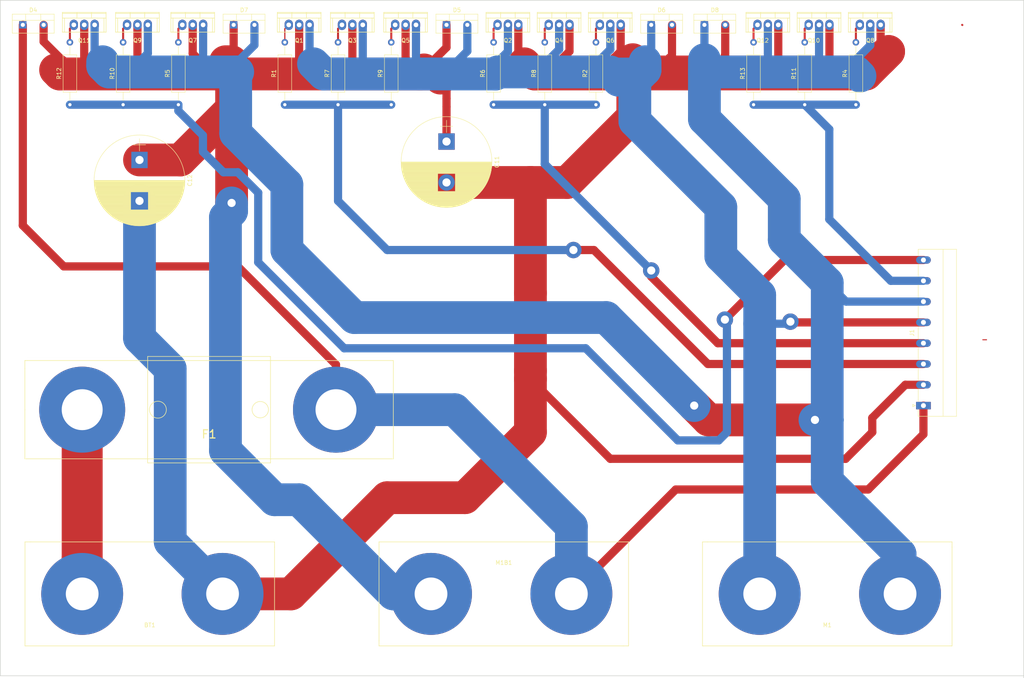
<source format=kicad_pcb>
(kicad_pcb (version 4) (host pcbnew 4.0.7-e2-6376~58~ubuntu16.04.1)

  (general
    (links 68)
    (no_connects 0)
    (area 19.924999 103.907 270.075001 270.575001)
    (thickness 1.6)
    (drawings 4)
    (tracks 318)
    (zones 0)
    (modules 36)
    (nets 23)
  )

  (page User 289.992 350.012)
  (layers
    (0 F.Cu signal)
    (31 B.Cu signal)
    (32 B.Adhes user hide)
    (33 F.Adhes user hide)
    (34 B.Paste user hide)
    (35 F.Paste user hide)
    (36 B.SilkS user hide)
    (37 F.SilkS user)
    (38 B.Mask user)
    (39 F.Mask user)
    (40 Dwgs.User user hide)
    (41 Cmts.User user hide)
    (42 Eco1.User user hide)
    (43 Eco2.User user hide)
    (44 Edge.Cuts user)
    (45 Margin user hide)
    (46 B.CrtYd user hide)
    (47 F.CrtYd user hide)
    (48 B.Fab user hide)
    (49 F.Fab user hide)
  )

  (setup
    (last_trace_width 0.3)
    (trace_clearance 0.2)
    (zone_clearance 0.508)
    (zone_45_only no)
    (trace_min 0.2)
    (segment_width 0.2)
    (edge_width 0.15)
    (via_size 1.2)
    (via_drill 0.8)
    (via_min_size 0.4)
    (via_min_drill 0.3)
    (uvia_size 0.6)
    (uvia_drill 0.1)
    (uvias_allowed no)
    (uvia_min_size 0.2)
    (uvia_min_drill 0.1)
    (pcb_text_width 0.3)
    (pcb_text_size 1.5 1.5)
    (mod_edge_width 0.15)
    (mod_text_size 1 1)
    (mod_text_width 0.15)
    (pad_size 1.524 1.524)
    (pad_drill 0.762)
    (pad_to_mask_clearance 0.2)
    (aux_axis_origin 0 0)
    (grid_origin 184.5 111.5)
    (visible_elements FFFFFF7F)
    (pcbplotparams
      (layerselection 0x000e0_80000001)
      (usegerberextensions false)
      (excludeedgelayer true)
      (linewidth 0.100000)
      (plotframeref false)
      (viasonmask false)
      (mode 1)
      (useauxorigin false)
      (hpglpennumber 1)
      (hpglpenspeed 20)
      (hpglpendiameter 15)
      (hpglpenoverlay 2)
      (psnegative false)
      (psa4output false)
      (plotreference true)
      (plotvalue true)
      (plotinvisibletext false)
      (padsonsilk false)
      (subtractmaskfromsilk false)
      (outputformat 1)
      (mirror false)
      (drillshape 0)
      (scaleselection 1)
      (outputdirectory output))
  )

  (net 0 "")
  (net 1 /+24V)
  (net 2 /GND)
  (net 3 /M1)
  (net 4 /M-IN)
  (net 5 /M2)
  (net 6 /SIG1L)
  (net 7 /SIG2L)
  (net 8 "Net-(Q1-Pad1)")
  (net 9 "Net-(Q2-Pad1)")
  (net 10 "Net-(Q3-Pad1)")
  (net 11 "Net-(Q4-Pad1)")
  (net 12 "Net-(Q5-Pad1)")
  (net 13 "Net-(Q6-Pad1)")
  (net 14 "Net-(Q7-Pad1)")
  (net 15 "Net-(Q8-Pad1)")
  (net 16 "Net-(Q9-Pad1)")
  (net 17 "Net-(Q10-Pad1)")
  (net 18 "Net-(Q11-Pad1)")
  (net 19 "Net-(Q12-Pad1)")
  (net 20 /+24V-NF)
  (net 21 /SIG1H)
  (net 22 /SIG2H)

  (net_class Default "This is the default net class."
    (clearance 0.2)
    (trace_width 0.3)
    (via_dia 1.2)
    (via_drill 0.8)
    (uvia_dia 0.6)
    (uvia_drill 0.1)
  )

  (net_class LowPow ""
    (clearance 0.4)
    (trace_width 0.5)
    (via_dia 1.2)
    (via_drill 0.8)
    (uvia_dia 0.6)
    (uvia_drill 0.2)
  )

  (net_class Power ""
    (clearance 0.5)
    (trace_width 2)
    (via_dia 4)
    (via_drill 2)
    (uvia_dia 1)
    (uvia_drill 0.5)
    (add_net /+24V)
    (add_net /+24V-NF)
    (add_net /GND)
    (add_net /M-IN)
    (add_net /M1)
    (add_net /M2)
    (add_net /SIG1H)
    (add_net /SIG1L)
    (add_net /SIG2H)
    (add_net /SIG2L)
    (add_net "Net-(Q1-Pad1)")
    (add_net "Net-(Q10-Pad1)")
    (add_net "Net-(Q11-Pad1)")
    (add_net "Net-(Q12-Pad1)")
    (add_net "Net-(Q2-Pad1)")
    (add_net "Net-(Q3-Pad1)")
    (add_net "Net-(Q4-Pad1)")
    (add_net "Net-(Q5-Pad1)")
    (add_net "Net-(Q6-Pad1)")
    (add_net "Net-(Q7-Pad1)")
    (add_net "Net-(Q8-Pad1)")
    (add_net "Net-(Q9-Pad1)")
  )

  (net_class SuperPower ""
    (clearance 2)
    (trace_width 8)
    (via_dia 4)
    (via_drill 2)
    (uvia_dia 1)
    (uvia_drill 0.5)
  )

  (net_class VeryPower ""
    (clearance 1)
    (trace_width 4)
    (via_dia 4)
    (via_drill 2)
    (uvia_dia 1)
    (uvia_drill 0.5)
  )

  (module jaapslib:AccuDraad (layer F.Cu) (tedit 599B3B51) (tstamp 599B45D2)
    (at 40 250)
    (path /5998A1CE)
    (fp_text reference BT1 (at 16.51 7.62) (layer F.SilkS)
      (effects (font (size 1 1) (thickness 0.15)))
    )
    (fp_text value "24V Battery" (at 16.51 -8.89) (layer F.Fab)
      (effects (font (size 1 1) (thickness 0.15)))
    )
    (fp_line (start -13.97 -12.7) (end -13.97 12.7) (layer F.SilkS) (width 0.15))
    (fp_line (start -13.97 12.7) (end 46.99 12.7) (layer F.SilkS) (width 0.15))
    (fp_line (start 46.99 12.7) (end 46.99 -11.43) (layer F.SilkS) (width 0.15))
    (fp_line (start 46.99 -11.43) (end 46.99 -12.7) (layer F.SilkS) (width 0.15))
    (fp_line (start 46.99 -12.7) (end -12.7 -12.7) (layer F.SilkS) (width 0.15))
    (fp_line (start -12.7 -12.7) (end -13.97 -12.7) (layer F.SilkS) (width 0.15))
    (pad 1 thru_hole circle (at 0 0) (size 20 20) (drill 8) (layers *.Cu *.Mask)
      (net 20 /+24V-NF))
    (pad 2 thru_hole circle (at 34.29 0) (size 20 20) (drill 8) (layers *.Cu *.Mask)
      (net 2 /GND))
  )

  (module Capacitors_THT:CP_Radial_D22.0mm_P10.00mm_SnapIn (layer F.Cu) (tedit 597BC7C2) (tstamp 599B4614)
    (at 129 139.5 270)
    (descr "CP, Radial series, Radial, pin pitch=10.00mm, , diameter=22mm, Electrolytic Capacitor, , http://www.vishay.com/docs/28342/058059pll-si.pdf")
    (tags "CP Radial series Radial pin pitch 10.00mm  diameter 22mm Electrolytic Capacitor")
    (path /5995E9D0)
    (fp_text reference C11 (at 5 -12.31 270) (layer F.SilkS)
      (effects (font (size 1 1) (thickness 0.15)))
    )
    (fp_text value 2000uF (at 5 12.31 270) (layer F.Fab)
      (effects (font (size 1 1) (thickness 0.15)))
    )
    (fp_circle (center 5 0) (end 16 0) (layer F.Fab) (width 0.1))
    (fp_circle (center 5 0) (end 16.09 0) (layer F.SilkS) (width 0.12))
    (fp_line (start -5.2 0) (end -2.2 0) (layer F.Fab) (width 0.1))
    (fp_line (start -3.7 -1.5) (end -3.7 1.5) (layer F.Fab) (width 0.1))
    (fp_line (start 5 -11.05) (end 5 11.05) (layer F.SilkS) (width 0.12))
    (fp_line (start 5.04 -11.05) (end 5.04 11.05) (layer F.SilkS) (width 0.12))
    (fp_line (start 5.08 -11.05) (end 5.08 11.05) (layer F.SilkS) (width 0.12))
    (fp_line (start 5.12 -11.05) (end 5.12 11.05) (layer F.SilkS) (width 0.12))
    (fp_line (start 5.16 -11.049) (end 5.16 11.049) (layer F.SilkS) (width 0.12))
    (fp_line (start 5.2 -11.049) (end 5.2 11.049) (layer F.SilkS) (width 0.12))
    (fp_line (start 5.24 -11.048) (end 5.24 11.048) (layer F.SilkS) (width 0.12))
    (fp_line (start 5.28 -11.047) (end 5.28 11.047) (layer F.SilkS) (width 0.12))
    (fp_line (start 5.32 -11.046) (end 5.32 11.046) (layer F.SilkS) (width 0.12))
    (fp_line (start 5.36 -11.045) (end 5.36 11.045) (layer F.SilkS) (width 0.12))
    (fp_line (start 5.4 -11.043) (end 5.4 11.043) (layer F.SilkS) (width 0.12))
    (fp_line (start 5.44 -11.042) (end 5.44 11.042) (layer F.SilkS) (width 0.12))
    (fp_line (start 5.48 -11.04) (end 5.48 11.04) (layer F.SilkS) (width 0.12))
    (fp_line (start 5.52 -11.038) (end 5.52 11.038) (layer F.SilkS) (width 0.12))
    (fp_line (start 5.56 -11.036) (end 5.56 11.036) (layer F.SilkS) (width 0.12))
    (fp_line (start 5.6 -11.034) (end 5.6 11.034) (layer F.SilkS) (width 0.12))
    (fp_line (start 5.64 -11.032) (end 5.64 11.032) (layer F.SilkS) (width 0.12))
    (fp_line (start 5.68 -11.03) (end 5.68 11.03) (layer F.SilkS) (width 0.12))
    (fp_line (start 5.721 -11.027) (end 5.721 11.027) (layer F.SilkS) (width 0.12))
    (fp_line (start 5.761 -11.024) (end 5.761 11.024) (layer F.SilkS) (width 0.12))
    (fp_line (start 5.801 -11.022) (end 5.801 11.022) (layer F.SilkS) (width 0.12))
    (fp_line (start 5.841 -11.019) (end 5.841 11.019) (layer F.SilkS) (width 0.12))
    (fp_line (start 5.881 -11.016) (end 5.881 11.016) (layer F.SilkS) (width 0.12))
    (fp_line (start 5.921 -11.012) (end 5.921 11.012) (layer F.SilkS) (width 0.12))
    (fp_line (start 5.961 -11.009) (end 5.961 11.009) (layer F.SilkS) (width 0.12))
    (fp_line (start 6.001 -11.005) (end 6.001 11.005) (layer F.SilkS) (width 0.12))
    (fp_line (start 6.041 -11.002) (end 6.041 11.002) (layer F.SilkS) (width 0.12))
    (fp_line (start 6.081 -10.998) (end 6.081 10.998) (layer F.SilkS) (width 0.12))
    (fp_line (start 6.121 -10.994) (end 6.121 10.994) (layer F.SilkS) (width 0.12))
    (fp_line (start 6.161 -10.99) (end 6.161 10.99) (layer F.SilkS) (width 0.12))
    (fp_line (start 6.201 -10.985) (end 6.201 10.985) (layer F.SilkS) (width 0.12))
    (fp_line (start 6.241 -10.981) (end 6.241 10.981) (layer F.SilkS) (width 0.12))
    (fp_line (start 6.281 -10.976) (end 6.281 10.976) (layer F.SilkS) (width 0.12))
    (fp_line (start 6.321 -10.972) (end 6.321 10.972) (layer F.SilkS) (width 0.12))
    (fp_line (start 6.361 -10.967) (end 6.361 10.967) (layer F.SilkS) (width 0.12))
    (fp_line (start 6.401 -10.962) (end 6.401 10.962) (layer F.SilkS) (width 0.12))
    (fp_line (start 6.441 -10.957) (end 6.441 10.957) (layer F.SilkS) (width 0.12))
    (fp_line (start 6.481 -10.951) (end 6.481 10.951) (layer F.SilkS) (width 0.12))
    (fp_line (start 6.521 -10.946) (end 6.521 10.946) (layer F.SilkS) (width 0.12))
    (fp_line (start 6.561 -10.94) (end 6.561 10.94) (layer F.SilkS) (width 0.12))
    (fp_line (start 6.601 -10.934) (end 6.601 10.934) (layer F.SilkS) (width 0.12))
    (fp_line (start 6.641 -10.929) (end 6.641 10.929) (layer F.SilkS) (width 0.12))
    (fp_line (start 6.681 -10.923) (end 6.681 10.923) (layer F.SilkS) (width 0.12))
    (fp_line (start 6.721 -10.916) (end 6.721 10.916) (layer F.SilkS) (width 0.12))
    (fp_line (start 6.761 -10.91) (end 6.761 10.91) (layer F.SilkS) (width 0.12))
    (fp_line (start 6.801 -10.903) (end 6.801 10.903) (layer F.SilkS) (width 0.12))
    (fp_line (start 6.841 -10.897) (end 6.841 10.897) (layer F.SilkS) (width 0.12))
    (fp_line (start 6.881 -10.89) (end 6.881 10.89) (layer F.SilkS) (width 0.12))
    (fp_line (start 6.921 -10.883) (end 6.921 10.883) (layer F.SilkS) (width 0.12))
    (fp_line (start 6.961 -10.876) (end 6.961 10.876) (layer F.SilkS) (width 0.12))
    (fp_line (start 7.001 -10.869) (end 7.001 10.869) (layer F.SilkS) (width 0.12))
    (fp_line (start 7.041 -10.861) (end 7.041 10.861) (layer F.SilkS) (width 0.12))
    (fp_line (start 7.081 -10.854) (end 7.081 10.854) (layer F.SilkS) (width 0.12))
    (fp_line (start 7.121 -10.846) (end 7.121 10.846) (layer F.SilkS) (width 0.12))
    (fp_line (start 7.161 -10.838) (end 7.161 10.838) (layer F.SilkS) (width 0.12))
    (fp_line (start 7.201 -10.83) (end 7.201 10.83) (layer F.SilkS) (width 0.12))
    (fp_line (start 7.241 -10.822) (end 7.241 10.822) (layer F.SilkS) (width 0.12))
    (fp_line (start 7.281 -10.814) (end 7.281 10.814) (layer F.SilkS) (width 0.12))
    (fp_line (start 7.321 -10.805) (end 7.321 10.805) (layer F.SilkS) (width 0.12))
    (fp_line (start 7.361 -10.796) (end 7.361 10.796) (layer F.SilkS) (width 0.12))
    (fp_line (start 7.401 -10.788) (end 7.401 10.788) (layer F.SilkS) (width 0.12))
    (fp_line (start 7.441 -10.779) (end 7.441 10.779) (layer F.SilkS) (width 0.12))
    (fp_line (start 7.481 -10.77) (end 7.481 10.77) (layer F.SilkS) (width 0.12))
    (fp_line (start 7.521 -10.76) (end 7.521 10.76) (layer F.SilkS) (width 0.12))
    (fp_line (start 7.561 -10.751) (end 7.561 10.751) (layer F.SilkS) (width 0.12))
    (fp_line (start 7.601 -10.741) (end 7.601 10.741) (layer F.SilkS) (width 0.12))
    (fp_line (start 7.641 -10.732) (end 7.641 10.732) (layer F.SilkS) (width 0.12))
    (fp_line (start 7.681 -10.722) (end 7.681 10.722) (layer F.SilkS) (width 0.12))
    (fp_line (start 7.721 -10.712) (end 7.721 10.712) (layer F.SilkS) (width 0.12))
    (fp_line (start 7.761 -10.702) (end 7.761 10.702) (layer F.SilkS) (width 0.12))
    (fp_line (start 7.801 -10.691) (end 7.801 10.691) (layer F.SilkS) (width 0.12))
    (fp_line (start 7.841 -10.681) (end 7.841 -2.18) (layer F.SilkS) (width 0.12))
    (fp_line (start 7.841 2.18) (end 7.841 10.681) (layer F.SilkS) (width 0.12))
    (fp_line (start 7.881 -10.67) (end 7.881 -2.18) (layer F.SilkS) (width 0.12))
    (fp_line (start 7.881 2.18) (end 7.881 10.67) (layer F.SilkS) (width 0.12))
    (fp_line (start 7.921 -10.659) (end 7.921 -2.18) (layer F.SilkS) (width 0.12))
    (fp_line (start 7.921 2.18) (end 7.921 10.659) (layer F.SilkS) (width 0.12))
    (fp_line (start 7.961 -10.648) (end 7.961 -2.18) (layer F.SilkS) (width 0.12))
    (fp_line (start 7.961 2.18) (end 7.961 10.648) (layer F.SilkS) (width 0.12))
    (fp_line (start 8.001 -10.637) (end 8.001 -2.18) (layer F.SilkS) (width 0.12))
    (fp_line (start 8.001 2.18) (end 8.001 10.637) (layer F.SilkS) (width 0.12))
    (fp_line (start 8.041 -10.626) (end 8.041 -2.18) (layer F.SilkS) (width 0.12))
    (fp_line (start 8.041 2.18) (end 8.041 10.626) (layer F.SilkS) (width 0.12))
    (fp_line (start 8.081 -10.614) (end 8.081 -2.18) (layer F.SilkS) (width 0.12))
    (fp_line (start 8.081 2.18) (end 8.081 10.614) (layer F.SilkS) (width 0.12))
    (fp_line (start 8.121 -10.603) (end 8.121 -2.18) (layer F.SilkS) (width 0.12))
    (fp_line (start 8.121 2.18) (end 8.121 10.603) (layer F.SilkS) (width 0.12))
    (fp_line (start 8.161 -10.591) (end 8.161 -2.18) (layer F.SilkS) (width 0.12))
    (fp_line (start 8.161 2.18) (end 8.161 10.591) (layer F.SilkS) (width 0.12))
    (fp_line (start 8.201 -10.579) (end 8.201 -2.18) (layer F.SilkS) (width 0.12))
    (fp_line (start 8.201 2.18) (end 8.201 10.579) (layer F.SilkS) (width 0.12))
    (fp_line (start 8.241 -10.567) (end 8.241 -2.18) (layer F.SilkS) (width 0.12))
    (fp_line (start 8.241 2.18) (end 8.241 10.567) (layer F.SilkS) (width 0.12))
    (fp_line (start 8.281 -10.554) (end 8.281 -2.18) (layer F.SilkS) (width 0.12))
    (fp_line (start 8.281 2.18) (end 8.281 10.554) (layer F.SilkS) (width 0.12))
    (fp_line (start 8.321 -10.542) (end 8.321 -2.18) (layer F.SilkS) (width 0.12))
    (fp_line (start 8.321 2.18) (end 8.321 10.542) (layer F.SilkS) (width 0.12))
    (fp_line (start 8.361 -10.529) (end 8.361 -2.18) (layer F.SilkS) (width 0.12))
    (fp_line (start 8.361 2.18) (end 8.361 10.529) (layer F.SilkS) (width 0.12))
    (fp_line (start 8.401 -10.516) (end 8.401 -2.18) (layer F.SilkS) (width 0.12))
    (fp_line (start 8.401 2.18) (end 8.401 10.516) (layer F.SilkS) (width 0.12))
    (fp_line (start 8.441 -10.503) (end 8.441 -2.18) (layer F.SilkS) (width 0.12))
    (fp_line (start 8.441 2.18) (end 8.441 10.503) (layer F.SilkS) (width 0.12))
    (fp_line (start 8.481 -10.49) (end 8.481 -2.18) (layer F.SilkS) (width 0.12))
    (fp_line (start 8.481 2.18) (end 8.481 10.49) (layer F.SilkS) (width 0.12))
    (fp_line (start 8.521 -10.477) (end 8.521 -2.18) (layer F.SilkS) (width 0.12))
    (fp_line (start 8.521 2.18) (end 8.521 10.477) (layer F.SilkS) (width 0.12))
    (fp_line (start 8.561 -10.464) (end 8.561 -2.18) (layer F.SilkS) (width 0.12))
    (fp_line (start 8.561 2.18) (end 8.561 10.464) (layer F.SilkS) (width 0.12))
    (fp_line (start 8.601 -10.45) (end 8.601 -2.18) (layer F.SilkS) (width 0.12))
    (fp_line (start 8.601 2.18) (end 8.601 10.45) (layer F.SilkS) (width 0.12))
    (fp_line (start 8.641 -10.436) (end 8.641 -2.18) (layer F.SilkS) (width 0.12))
    (fp_line (start 8.641 2.18) (end 8.641 10.436) (layer F.SilkS) (width 0.12))
    (fp_line (start 8.681 -10.422) (end 8.681 -2.18) (layer F.SilkS) (width 0.12))
    (fp_line (start 8.681 2.18) (end 8.681 10.422) (layer F.SilkS) (width 0.12))
    (fp_line (start 8.721 -10.408) (end 8.721 -2.18) (layer F.SilkS) (width 0.12))
    (fp_line (start 8.721 2.18) (end 8.721 10.408) (layer F.SilkS) (width 0.12))
    (fp_line (start 8.761 -10.394) (end 8.761 -2.18) (layer F.SilkS) (width 0.12))
    (fp_line (start 8.761 2.18) (end 8.761 10.394) (layer F.SilkS) (width 0.12))
    (fp_line (start 8.801 -10.379) (end 8.801 -2.18) (layer F.SilkS) (width 0.12))
    (fp_line (start 8.801 2.18) (end 8.801 10.379) (layer F.SilkS) (width 0.12))
    (fp_line (start 8.841 -10.364) (end 8.841 -2.18) (layer F.SilkS) (width 0.12))
    (fp_line (start 8.841 2.18) (end 8.841 10.364) (layer F.SilkS) (width 0.12))
    (fp_line (start 8.881 -10.35) (end 8.881 -2.18) (layer F.SilkS) (width 0.12))
    (fp_line (start 8.881 2.18) (end 8.881 10.35) (layer F.SilkS) (width 0.12))
    (fp_line (start 8.921 -10.335) (end 8.921 -2.18) (layer F.SilkS) (width 0.12))
    (fp_line (start 8.921 2.18) (end 8.921 10.335) (layer F.SilkS) (width 0.12))
    (fp_line (start 8.961 -10.319) (end 8.961 -2.18) (layer F.SilkS) (width 0.12))
    (fp_line (start 8.961 2.18) (end 8.961 10.319) (layer F.SilkS) (width 0.12))
    (fp_line (start 9.001 -10.304) (end 9.001 -2.18) (layer F.SilkS) (width 0.12))
    (fp_line (start 9.001 2.18) (end 9.001 10.304) (layer F.SilkS) (width 0.12))
    (fp_line (start 9.041 -10.288) (end 9.041 -2.18) (layer F.SilkS) (width 0.12))
    (fp_line (start 9.041 2.18) (end 9.041 10.288) (layer F.SilkS) (width 0.12))
    (fp_line (start 9.081 -10.273) (end 9.081 -2.18) (layer F.SilkS) (width 0.12))
    (fp_line (start 9.081 2.18) (end 9.081 10.273) (layer F.SilkS) (width 0.12))
    (fp_line (start 9.121 -10.257) (end 9.121 -2.18) (layer F.SilkS) (width 0.12))
    (fp_line (start 9.121 2.18) (end 9.121 10.257) (layer F.SilkS) (width 0.12))
    (fp_line (start 9.161 -10.241) (end 9.161 -2.18) (layer F.SilkS) (width 0.12))
    (fp_line (start 9.161 2.18) (end 9.161 10.241) (layer F.SilkS) (width 0.12))
    (fp_line (start 9.201 -10.224) (end 9.201 -2.18) (layer F.SilkS) (width 0.12))
    (fp_line (start 9.201 2.18) (end 9.201 10.224) (layer F.SilkS) (width 0.12))
    (fp_line (start 9.241 -10.208) (end 9.241 -2.18) (layer F.SilkS) (width 0.12))
    (fp_line (start 9.241 2.18) (end 9.241 10.208) (layer F.SilkS) (width 0.12))
    (fp_line (start 9.281 -10.191) (end 9.281 -2.18) (layer F.SilkS) (width 0.12))
    (fp_line (start 9.281 2.18) (end 9.281 10.191) (layer F.SilkS) (width 0.12))
    (fp_line (start 9.321 -10.174) (end 9.321 -2.18) (layer F.SilkS) (width 0.12))
    (fp_line (start 9.321 2.18) (end 9.321 10.174) (layer F.SilkS) (width 0.12))
    (fp_line (start 9.361 -10.157) (end 9.361 -2.18) (layer F.SilkS) (width 0.12))
    (fp_line (start 9.361 2.18) (end 9.361 10.157) (layer F.SilkS) (width 0.12))
    (fp_line (start 9.401 -10.14) (end 9.401 -2.18) (layer F.SilkS) (width 0.12))
    (fp_line (start 9.401 2.18) (end 9.401 10.14) (layer F.SilkS) (width 0.12))
    (fp_line (start 9.441 -10.123) (end 9.441 -2.18) (layer F.SilkS) (width 0.12))
    (fp_line (start 9.441 2.18) (end 9.441 10.123) (layer F.SilkS) (width 0.12))
    (fp_line (start 9.481 -10.105) (end 9.481 -2.18) (layer F.SilkS) (width 0.12))
    (fp_line (start 9.481 2.18) (end 9.481 10.105) (layer F.SilkS) (width 0.12))
    (fp_line (start 9.521 -10.088) (end 9.521 -2.18) (layer F.SilkS) (width 0.12))
    (fp_line (start 9.521 2.18) (end 9.521 10.088) (layer F.SilkS) (width 0.12))
    (fp_line (start 9.561 -10.07) (end 9.561 -2.18) (layer F.SilkS) (width 0.12))
    (fp_line (start 9.561 2.18) (end 9.561 10.07) (layer F.SilkS) (width 0.12))
    (fp_line (start 9.601 -10.051) (end 9.601 -2.18) (layer F.SilkS) (width 0.12))
    (fp_line (start 9.601 2.18) (end 9.601 10.051) (layer F.SilkS) (width 0.12))
    (fp_line (start 9.641 -10.033) (end 9.641 -2.18) (layer F.SilkS) (width 0.12))
    (fp_line (start 9.641 2.18) (end 9.641 10.033) (layer F.SilkS) (width 0.12))
    (fp_line (start 9.681 -10.015) (end 9.681 -2.18) (layer F.SilkS) (width 0.12))
    (fp_line (start 9.681 2.18) (end 9.681 10.015) (layer F.SilkS) (width 0.12))
    (fp_line (start 9.721 -9.996) (end 9.721 -2.18) (layer F.SilkS) (width 0.12))
    (fp_line (start 9.721 2.18) (end 9.721 9.996) (layer F.SilkS) (width 0.12))
    (fp_line (start 9.761 -9.977) (end 9.761 -2.18) (layer F.SilkS) (width 0.12))
    (fp_line (start 9.761 2.18) (end 9.761 9.977) (layer F.SilkS) (width 0.12))
    (fp_line (start 9.801 -9.958) (end 9.801 -2.18) (layer F.SilkS) (width 0.12))
    (fp_line (start 9.801 2.18) (end 9.801 9.958) (layer F.SilkS) (width 0.12))
    (fp_line (start 9.841 -9.939) (end 9.841 -2.18) (layer F.SilkS) (width 0.12))
    (fp_line (start 9.841 2.18) (end 9.841 9.939) (layer F.SilkS) (width 0.12))
    (fp_line (start 9.881 -9.919) (end 9.881 -2.18) (layer F.SilkS) (width 0.12))
    (fp_line (start 9.881 2.18) (end 9.881 9.919) (layer F.SilkS) (width 0.12))
    (fp_line (start 9.921 -9.899) (end 9.921 -2.18) (layer F.SilkS) (width 0.12))
    (fp_line (start 9.921 2.18) (end 9.921 9.899) (layer F.SilkS) (width 0.12))
    (fp_line (start 9.961 -9.879) (end 9.961 -2.18) (layer F.SilkS) (width 0.12))
    (fp_line (start 9.961 2.18) (end 9.961 9.879) (layer F.SilkS) (width 0.12))
    (fp_line (start 10.001 -9.859) (end 10.001 -2.18) (layer F.SilkS) (width 0.12))
    (fp_line (start 10.001 2.18) (end 10.001 9.859) (layer F.SilkS) (width 0.12))
    (fp_line (start 10.041 -9.839) (end 10.041 -2.18) (layer F.SilkS) (width 0.12))
    (fp_line (start 10.041 2.18) (end 10.041 9.839) (layer F.SilkS) (width 0.12))
    (fp_line (start 10.081 -9.819) (end 10.081 -2.18) (layer F.SilkS) (width 0.12))
    (fp_line (start 10.081 2.18) (end 10.081 9.819) (layer F.SilkS) (width 0.12))
    (fp_line (start 10.121 -9.798) (end 10.121 -2.18) (layer F.SilkS) (width 0.12))
    (fp_line (start 10.121 2.18) (end 10.121 9.798) (layer F.SilkS) (width 0.12))
    (fp_line (start 10.161 -9.777) (end 10.161 -2.18) (layer F.SilkS) (width 0.12))
    (fp_line (start 10.161 2.18) (end 10.161 9.777) (layer F.SilkS) (width 0.12))
    (fp_line (start 10.201 -9.756) (end 10.201 -2.18) (layer F.SilkS) (width 0.12))
    (fp_line (start 10.201 2.18) (end 10.201 9.756) (layer F.SilkS) (width 0.12))
    (fp_line (start 10.241 -9.734) (end 10.241 -2.18) (layer F.SilkS) (width 0.12))
    (fp_line (start 10.241 2.18) (end 10.241 9.734) (layer F.SilkS) (width 0.12))
    (fp_line (start 10.281 -9.713) (end 10.281 -2.18) (layer F.SilkS) (width 0.12))
    (fp_line (start 10.281 2.18) (end 10.281 9.713) (layer F.SilkS) (width 0.12))
    (fp_line (start 10.321 -9.691) (end 10.321 -2.18) (layer F.SilkS) (width 0.12))
    (fp_line (start 10.321 2.18) (end 10.321 9.691) (layer F.SilkS) (width 0.12))
    (fp_line (start 10.361 -9.669) (end 10.361 -2.18) (layer F.SilkS) (width 0.12))
    (fp_line (start 10.361 2.18) (end 10.361 9.669) (layer F.SilkS) (width 0.12))
    (fp_line (start 10.401 -9.647) (end 10.401 -2.18) (layer F.SilkS) (width 0.12))
    (fp_line (start 10.401 2.18) (end 10.401 9.647) (layer F.SilkS) (width 0.12))
    (fp_line (start 10.441 -9.625) (end 10.441 -2.18) (layer F.SilkS) (width 0.12))
    (fp_line (start 10.441 2.18) (end 10.441 9.625) (layer F.SilkS) (width 0.12))
    (fp_line (start 10.481 -9.602) (end 10.481 -2.18) (layer F.SilkS) (width 0.12))
    (fp_line (start 10.481 2.18) (end 10.481 9.602) (layer F.SilkS) (width 0.12))
    (fp_line (start 10.521 -9.579) (end 10.521 -2.18) (layer F.SilkS) (width 0.12))
    (fp_line (start 10.521 2.18) (end 10.521 9.579) (layer F.SilkS) (width 0.12))
    (fp_line (start 10.561 -9.556) (end 10.561 -2.18) (layer F.SilkS) (width 0.12))
    (fp_line (start 10.561 2.18) (end 10.561 9.556) (layer F.SilkS) (width 0.12))
    (fp_line (start 10.601 -9.533) (end 10.601 -2.18) (layer F.SilkS) (width 0.12))
    (fp_line (start 10.601 2.18) (end 10.601 9.533) (layer F.SilkS) (width 0.12))
    (fp_line (start 10.641 -9.509) (end 10.641 -2.18) (layer F.SilkS) (width 0.12))
    (fp_line (start 10.641 2.18) (end 10.641 9.509) (layer F.SilkS) (width 0.12))
    (fp_line (start 10.681 -9.486) (end 10.681 -2.18) (layer F.SilkS) (width 0.12))
    (fp_line (start 10.681 2.18) (end 10.681 9.486) (layer F.SilkS) (width 0.12))
    (fp_line (start 10.721 -9.462) (end 10.721 -2.18) (layer F.SilkS) (width 0.12))
    (fp_line (start 10.721 2.18) (end 10.721 9.462) (layer F.SilkS) (width 0.12))
    (fp_line (start 10.761 -9.437) (end 10.761 -2.18) (layer F.SilkS) (width 0.12))
    (fp_line (start 10.761 2.18) (end 10.761 9.437) (layer F.SilkS) (width 0.12))
    (fp_line (start 10.801 -9.413) (end 10.801 -2.18) (layer F.SilkS) (width 0.12))
    (fp_line (start 10.801 2.18) (end 10.801 9.413) (layer F.SilkS) (width 0.12))
    (fp_line (start 10.841 -9.388) (end 10.841 -2.18) (layer F.SilkS) (width 0.12))
    (fp_line (start 10.841 2.18) (end 10.841 9.388) (layer F.SilkS) (width 0.12))
    (fp_line (start 10.881 -9.363) (end 10.881 -2.18) (layer F.SilkS) (width 0.12))
    (fp_line (start 10.881 2.18) (end 10.881 9.363) (layer F.SilkS) (width 0.12))
    (fp_line (start 10.921 -9.338) (end 10.921 -2.18) (layer F.SilkS) (width 0.12))
    (fp_line (start 10.921 2.18) (end 10.921 9.338) (layer F.SilkS) (width 0.12))
    (fp_line (start 10.961 -9.313) (end 10.961 -2.18) (layer F.SilkS) (width 0.12))
    (fp_line (start 10.961 2.18) (end 10.961 9.313) (layer F.SilkS) (width 0.12))
    (fp_line (start 11.001 -9.287) (end 11.001 -2.18) (layer F.SilkS) (width 0.12))
    (fp_line (start 11.001 2.18) (end 11.001 9.287) (layer F.SilkS) (width 0.12))
    (fp_line (start 11.041 -9.261) (end 11.041 -2.18) (layer F.SilkS) (width 0.12))
    (fp_line (start 11.041 2.18) (end 11.041 9.261) (layer F.SilkS) (width 0.12))
    (fp_line (start 11.081 -9.235) (end 11.081 -2.18) (layer F.SilkS) (width 0.12))
    (fp_line (start 11.081 2.18) (end 11.081 9.235) (layer F.SilkS) (width 0.12))
    (fp_line (start 11.121 -9.209) (end 11.121 -2.18) (layer F.SilkS) (width 0.12))
    (fp_line (start 11.121 2.18) (end 11.121 9.209) (layer F.SilkS) (width 0.12))
    (fp_line (start 11.161 -9.182) (end 11.161 -2.18) (layer F.SilkS) (width 0.12))
    (fp_line (start 11.161 2.18) (end 11.161 9.182) (layer F.SilkS) (width 0.12))
    (fp_line (start 11.201 -9.156) (end 11.201 -2.18) (layer F.SilkS) (width 0.12))
    (fp_line (start 11.201 2.18) (end 11.201 9.156) (layer F.SilkS) (width 0.12))
    (fp_line (start 11.241 -9.128) (end 11.241 -2.18) (layer F.SilkS) (width 0.12))
    (fp_line (start 11.241 2.18) (end 11.241 9.128) (layer F.SilkS) (width 0.12))
    (fp_line (start 11.281 -9.101) (end 11.281 -2.18) (layer F.SilkS) (width 0.12))
    (fp_line (start 11.281 2.18) (end 11.281 9.101) (layer F.SilkS) (width 0.12))
    (fp_line (start 11.321 -9.073) (end 11.321 -2.18) (layer F.SilkS) (width 0.12))
    (fp_line (start 11.321 2.18) (end 11.321 9.073) (layer F.SilkS) (width 0.12))
    (fp_line (start 11.361 -9.046) (end 11.361 -2.18) (layer F.SilkS) (width 0.12))
    (fp_line (start 11.361 2.18) (end 11.361 9.046) (layer F.SilkS) (width 0.12))
    (fp_line (start 11.401 -9.017) (end 11.401 -2.18) (layer F.SilkS) (width 0.12))
    (fp_line (start 11.401 2.18) (end 11.401 9.017) (layer F.SilkS) (width 0.12))
    (fp_line (start 11.441 -8.989) (end 11.441 -2.18) (layer F.SilkS) (width 0.12))
    (fp_line (start 11.441 2.18) (end 11.441 8.989) (layer F.SilkS) (width 0.12))
    (fp_line (start 11.481 -8.96) (end 11.481 -2.18) (layer F.SilkS) (width 0.12))
    (fp_line (start 11.481 2.18) (end 11.481 8.96) (layer F.SilkS) (width 0.12))
    (fp_line (start 11.521 -8.931) (end 11.521 -2.18) (layer F.SilkS) (width 0.12))
    (fp_line (start 11.521 2.18) (end 11.521 8.931) (layer F.SilkS) (width 0.12))
    (fp_line (start 11.561 -8.902) (end 11.561 -2.18) (layer F.SilkS) (width 0.12))
    (fp_line (start 11.561 2.18) (end 11.561 8.902) (layer F.SilkS) (width 0.12))
    (fp_line (start 11.601 -8.873) (end 11.601 -2.18) (layer F.SilkS) (width 0.12))
    (fp_line (start 11.601 2.18) (end 11.601 8.873) (layer F.SilkS) (width 0.12))
    (fp_line (start 11.641 -8.843) (end 11.641 -2.18) (layer F.SilkS) (width 0.12))
    (fp_line (start 11.641 2.18) (end 11.641 8.843) (layer F.SilkS) (width 0.12))
    (fp_line (start 11.681 -8.813) (end 11.681 -2.18) (layer F.SilkS) (width 0.12))
    (fp_line (start 11.681 2.18) (end 11.681 8.813) (layer F.SilkS) (width 0.12))
    (fp_line (start 11.721 -8.783) (end 11.721 -2.18) (layer F.SilkS) (width 0.12))
    (fp_line (start 11.721 2.18) (end 11.721 8.783) (layer F.SilkS) (width 0.12))
    (fp_line (start 11.761 -8.752) (end 11.761 -2.18) (layer F.SilkS) (width 0.12))
    (fp_line (start 11.761 2.18) (end 11.761 8.752) (layer F.SilkS) (width 0.12))
    (fp_line (start 11.801 -8.721) (end 11.801 -2.18) (layer F.SilkS) (width 0.12))
    (fp_line (start 11.801 2.18) (end 11.801 8.721) (layer F.SilkS) (width 0.12))
    (fp_line (start 11.841 -8.69) (end 11.841 -2.18) (layer F.SilkS) (width 0.12))
    (fp_line (start 11.841 2.18) (end 11.841 8.69) (layer F.SilkS) (width 0.12))
    (fp_line (start 11.881 -8.658) (end 11.881 -2.18) (layer F.SilkS) (width 0.12))
    (fp_line (start 11.881 2.18) (end 11.881 8.658) (layer F.SilkS) (width 0.12))
    (fp_line (start 11.921 -8.627) (end 11.921 -2.18) (layer F.SilkS) (width 0.12))
    (fp_line (start 11.921 2.18) (end 11.921 8.627) (layer F.SilkS) (width 0.12))
    (fp_line (start 11.961 -8.595) (end 11.961 -2.18) (layer F.SilkS) (width 0.12))
    (fp_line (start 11.961 2.18) (end 11.961 8.595) (layer F.SilkS) (width 0.12))
    (fp_line (start 12.001 -8.562) (end 12.001 -2.18) (layer F.SilkS) (width 0.12))
    (fp_line (start 12.001 2.18) (end 12.001 8.562) (layer F.SilkS) (width 0.12))
    (fp_line (start 12.041 -8.529) (end 12.041 -2.18) (layer F.SilkS) (width 0.12))
    (fp_line (start 12.041 2.18) (end 12.041 8.529) (layer F.SilkS) (width 0.12))
    (fp_line (start 12.081 -8.496) (end 12.081 -2.18) (layer F.SilkS) (width 0.12))
    (fp_line (start 12.081 2.18) (end 12.081 8.496) (layer F.SilkS) (width 0.12))
    (fp_line (start 12.121 -8.463) (end 12.121 -2.18) (layer F.SilkS) (width 0.12))
    (fp_line (start 12.121 2.18) (end 12.121 8.463) (layer F.SilkS) (width 0.12))
    (fp_line (start 12.161 -8.429) (end 12.161 -2.18) (layer F.SilkS) (width 0.12))
    (fp_line (start 12.161 2.18) (end 12.161 8.429) (layer F.SilkS) (width 0.12))
    (fp_line (start 12.201 -8.395) (end 12.201 8.395) (layer F.SilkS) (width 0.12))
    (fp_line (start 12.241 -8.361) (end 12.241 8.361) (layer F.SilkS) (width 0.12))
    (fp_line (start 12.281 -8.326) (end 12.281 8.326) (layer F.SilkS) (width 0.12))
    (fp_line (start 12.321 -8.292) (end 12.321 8.292) (layer F.SilkS) (width 0.12))
    (fp_line (start 12.361 -8.256) (end 12.361 8.256) (layer F.SilkS) (width 0.12))
    (fp_line (start 12.401 -8.221) (end 12.401 8.221) (layer F.SilkS) (width 0.12))
    (fp_line (start 12.441 -8.185) (end 12.441 8.185) (layer F.SilkS) (width 0.12))
    (fp_line (start 12.481 -8.148) (end 12.481 8.148) (layer F.SilkS) (width 0.12))
    (fp_line (start 12.521 -8.111) (end 12.521 8.111) (layer F.SilkS) (width 0.12))
    (fp_line (start 12.561 -8.074) (end 12.561 8.074) (layer F.SilkS) (width 0.12))
    (fp_line (start 12.601 -8.037) (end 12.601 8.037) (layer F.SilkS) (width 0.12))
    (fp_line (start 12.641 -7.999) (end 12.641 7.999) (layer F.SilkS) (width 0.12))
    (fp_line (start 12.681 -7.961) (end 12.681 7.961) (layer F.SilkS) (width 0.12))
    (fp_line (start 12.721 -7.922) (end 12.721 7.922) (layer F.SilkS) (width 0.12))
    (fp_line (start 12.761 -7.883) (end 12.761 7.883) (layer F.SilkS) (width 0.12))
    (fp_line (start 12.801 -7.844) (end 12.801 7.844) (layer F.SilkS) (width 0.12))
    (fp_line (start 12.841 -7.804) (end 12.841 7.804) (layer F.SilkS) (width 0.12))
    (fp_line (start 12.881 -7.764) (end 12.881 7.764) (layer F.SilkS) (width 0.12))
    (fp_line (start 12.921 -7.723) (end 12.921 7.723) (layer F.SilkS) (width 0.12))
    (fp_line (start 12.961 -7.682) (end 12.961 7.682) (layer F.SilkS) (width 0.12))
    (fp_line (start 13.001 -7.641) (end 13.001 7.641) (layer F.SilkS) (width 0.12))
    (fp_line (start 13.041 -7.599) (end 13.041 7.599) (layer F.SilkS) (width 0.12))
    (fp_line (start 13.081 -7.557) (end 13.081 7.557) (layer F.SilkS) (width 0.12))
    (fp_line (start 13.121 -7.514) (end 13.121 7.514) (layer F.SilkS) (width 0.12))
    (fp_line (start 13.161 -7.471) (end 13.161 7.471) (layer F.SilkS) (width 0.12))
    (fp_line (start 13.2 -7.427) (end 13.2 7.427) (layer F.SilkS) (width 0.12))
    (fp_line (start 13.24 -7.383) (end 13.24 7.383) (layer F.SilkS) (width 0.12))
    (fp_line (start 13.28 -7.338) (end 13.28 7.338) (layer F.SilkS) (width 0.12))
    (fp_line (start 13.32 -7.293) (end 13.32 7.293) (layer F.SilkS) (width 0.12))
    (fp_line (start 13.36 -7.247) (end 13.36 7.247) (layer F.SilkS) (width 0.12))
    (fp_line (start 13.4 -7.201) (end 13.4 7.201) (layer F.SilkS) (width 0.12))
    (fp_line (start 13.44 -7.155) (end 13.44 7.155) (layer F.SilkS) (width 0.12))
    (fp_line (start 13.48 -7.107) (end 13.48 7.107) (layer F.SilkS) (width 0.12))
    (fp_line (start 13.52 -7.06) (end 13.52 7.06) (layer F.SilkS) (width 0.12))
    (fp_line (start 13.56 -7.011) (end 13.56 7.011) (layer F.SilkS) (width 0.12))
    (fp_line (start 13.6 -6.963) (end 13.6 6.963) (layer F.SilkS) (width 0.12))
    (fp_line (start 13.64 -6.913) (end 13.64 6.913) (layer F.SilkS) (width 0.12))
    (fp_line (start 13.68 -6.863) (end 13.68 6.863) (layer F.SilkS) (width 0.12))
    (fp_line (start 13.72 -6.812) (end 13.72 6.812) (layer F.SilkS) (width 0.12))
    (fp_line (start 13.76 -6.761) (end 13.76 6.761) (layer F.SilkS) (width 0.12))
    (fp_line (start 13.8 -6.709) (end 13.8 6.709) (layer F.SilkS) (width 0.12))
    (fp_line (start 13.84 -6.657) (end 13.84 6.657) (layer F.SilkS) (width 0.12))
    (fp_line (start 13.88 -6.604) (end 13.88 6.604) (layer F.SilkS) (width 0.12))
    (fp_line (start 13.92 -6.55) (end 13.92 6.55) (layer F.SilkS) (width 0.12))
    (fp_line (start 13.96 -6.496) (end 13.96 6.496) (layer F.SilkS) (width 0.12))
    (fp_line (start 14 -6.44) (end 14 6.44) (layer F.SilkS) (width 0.12))
    (fp_line (start 14.04 -6.384) (end 14.04 6.384) (layer F.SilkS) (width 0.12))
    (fp_line (start 14.08 -6.328) (end 14.08 6.328) (layer F.SilkS) (width 0.12))
    (fp_line (start 14.12 -6.27) (end 14.12 6.27) (layer F.SilkS) (width 0.12))
    (fp_line (start 14.16 -6.212) (end 14.16 6.212) (layer F.SilkS) (width 0.12))
    (fp_line (start 14.2 -6.153) (end 14.2 6.153) (layer F.SilkS) (width 0.12))
    (fp_line (start 14.24 -6.093) (end 14.24 6.093) (layer F.SilkS) (width 0.12))
    (fp_line (start 14.28 -6.033) (end 14.28 6.033) (layer F.SilkS) (width 0.12))
    (fp_line (start 14.32 -5.971) (end 14.32 5.971) (layer F.SilkS) (width 0.12))
    (fp_line (start 14.36 -5.908) (end 14.36 5.908) (layer F.SilkS) (width 0.12))
    (fp_line (start 14.4 -5.845) (end 14.4 5.845) (layer F.SilkS) (width 0.12))
    (fp_line (start 14.44 -5.781) (end 14.44 5.781) (layer F.SilkS) (width 0.12))
    (fp_line (start 14.48 -5.715) (end 14.48 5.715) (layer F.SilkS) (width 0.12))
    (fp_line (start 14.52 -5.649) (end 14.52 5.649) (layer F.SilkS) (width 0.12))
    (fp_line (start 14.56 -5.581) (end 14.56 5.581) (layer F.SilkS) (width 0.12))
    (fp_line (start 14.6 -5.513) (end 14.6 5.513) (layer F.SilkS) (width 0.12))
    (fp_line (start 14.64 -5.443) (end 14.64 5.443) (layer F.SilkS) (width 0.12))
    (fp_line (start 14.68 -5.372) (end 14.68 5.372) (layer F.SilkS) (width 0.12))
    (fp_line (start 14.72 -5.3) (end 14.72 5.3) (layer F.SilkS) (width 0.12))
    (fp_line (start 14.76 -5.226) (end 14.76 5.226) (layer F.SilkS) (width 0.12))
    (fp_line (start 14.8 -5.152) (end 14.8 5.152) (layer F.SilkS) (width 0.12))
    (fp_line (start 14.84 -5.075) (end 14.84 5.075) (layer F.SilkS) (width 0.12))
    (fp_line (start 14.88 -4.998) (end 14.88 4.998) (layer F.SilkS) (width 0.12))
    (fp_line (start 14.92 -4.918) (end 14.92 4.918) (layer F.SilkS) (width 0.12))
    (fp_line (start 14.96 -4.838) (end 14.96 4.838) (layer F.SilkS) (width 0.12))
    (fp_line (start 15 -4.755) (end 15 4.755) (layer F.SilkS) (width 0.12))
    (fp_line (start 15.04 -4.671) (end 15.04 4.671) (layer F.SilkS) (width 0.12))
    (fp_line (start 15.08 -4.585) (end 15.08 4.585) (layer F.SilkS) (width 0.12))
    (fp_line (start 15.12 -4.496) (end 15.12 4.496) (layer F.SilkS) (width 0.12))
    (fp_line (start 15.16 -4.406) (end 15.16 4.406) (layer F.SilkS) (width 0.12))
    (fp_line (start 15.2 -4.313) (end 15.2 4.313) (layer F.SilkS) (width 0.12))
    (fp_line (start 15.24 -4.218) (end 15.24 4.218) (layer F.SilkS) (width 0.12))
    (fp_line (start 15.28 -4.121) (end 15.28 4.121) (layer F.SilkS) (width 0.12))
    (fp_line (start 15.32 -4.021) (end 15.32 4.021) (layer F.SilkS) (width 0.12))
    (fp_line (start 15.36 -3.918) (end 15.36 3.918) (layer F.SilkS) (width 0.12))
    (fp_line (start 15.4 -3.811) (end 15.4 3.811) (layer F.SilkS) (width 0.12))
    (fp_line (start 15.44 -3.701) (end 15.44 3.701) (layer F.SilkS) (width 0.12))
    (fp_line (start 15.48 -3.588) (end 15.48 3.588) (layer F.SilkS) (width 0.12))
    (fp_line (start 15.52 -3.47) (end 15.52 3.47) (layer F.SilkS) (width 0.12))
    (fp_line (start 15.56 -3.348) (end 15.56 3.348) (layer F.SilkS) (width 0.12))
    (fp_line (start 15.6 -3.221) (end 15.6 3.221) (layer F.SilkS) (width 0.12))
    (fp_line (start 15.64 -3.088) (end 15.64 3.088) (layer F.SilkS) (width 0.12))
    (fp_line (start 15.68 -2.948) (end 15.68 2.948) (layer F.SilkS) (width 0.12))
    (fp_line (start 15.72 -2.801) (end 15.72 2.801) (layer F.SilkS) (width 0.12))
    (fp_line (start 15.76 -2.646) (end 15.76 2.646) (layer F.SilkS) (width 0.12))
    (fp_line (start 15.8 -2.48) (end 15.8 2.48) (layer F.SilkS) (width 0.12))
    (fp_line (start 15.84 -2.302) (end 15.84 2.302) (layer F.SilkS) (width 0.12))
    (fp_line (start 15.88 -2.108) (end 15.88 2.108) (layer F.SilkS) (width 0.12))
    (fp_line (start 15.92 -1.895) (end 15.92 1.895) (layer F.SilkS) (width 0.12))
    (fp_line (start 15.96 -1.654) (end 15.96 1.654) (layer F.SilkS) (width 0.12))
    (fp_line (start 16 -1.371) (end 16 1.371) (layer F.SilkS) (width 0.12))
    (fp_line (start 16.04 -1.012) (end 16.04 1.012) (layer F.SilkS) (width 0.12))
    (fp_line (start 16.08 -0.431) (end 16.08 0.431) (layer F.SilkS) (width 0.12))
    (fp_line (start -5.2 0) (end -2.2 0) (layer F.SilkS) (width 0.12))
    (fp_line (start -3.7 -1.5) (end -3.7 1.5) (layer F.SilkS) (width 0.12))
    (fp_line (start -6.35 -11.35) (end -6.35 11.35) (layer F.CrtYd) (width 0.05))
    (fp_line (start -6.35 11.35) (end 16.35 11.35) (layer F.CrtYd) (width 0.05))
    (fp_line (start 16.35 11.35) (end 16.35 -11.35) (layer F.CrtYd) (width 0.05))
    (fp_line (start 16.35 -11.35) (end -6.35 -11.35) (layer F.CrtYd) (width 0.05))
    (fp_text user %R (at 5 0 270) (layer F.Fab)
      (effects (font (size 1 1) (thickness 0.15)))
    )
    (pad 1 thru_hole rect (at 0 0 270) (size 4 4) (drill 2) (layers *.Cu *.Mask)
      (net 4 /M-IN))
    (pad 2 thru_hole circle (at 10 0 270) (size 4 4) (drill 2) (layers *.Cu *.Mask)
      (net 2 /GND))
    (model ${KISYS3DMOD}/Capacitors_THT.3dshapes/CP_Radial_D22.0mm_P10.00mm_SnapIn.wrl
      (at (xyz 0 0 0))
      (scale (xyz 1 1 1))
      (rotate (xyz 0 0 0))
    )
  )

  (module Capacitors_THT:CP_Radial_D22.0mm_P10.00mm_SnapIn (layer F.Cu) (tedit 597BC7C2) (tstamp 599B461A)
    (at 54 144 270)
    (descr "CP, Radial series, Radial, pin pitch=10.00mm, , diameter=22mm, Electrolytic Capacitor, , http://www.vishay.com/docs/28342/058059pll-si.pdf")
    (tags "CP Radial series Radial pin pitch 10.00mm  diameter 22mm Electrolytic Capacitor")
    (path /59962333)
    (fp_text reference C12 (at 5 -12.31 270) (layer F.SilkS)
      (effects (font (size 1 1) (thickness 0.15)))
    )
    (fp_text value 2000uF (at 5 12.31 270) (layer F.Fab)
      (effects (font (size 1 1) (thickness 0.15)))
    )
    (fp_circle (center 5 0) (end 16 0) (layer F.Fab) (width 0.1))
    (fp_circle (center 5 0) (end 16.09 0) (layer F.SilkS) (width 0.12))
    (fp_line (start -5.2 0) (end -2.2 0) (layer F.Fab) (width 0.1))
    (fp_line (start -3.7 -1.5) (end -3.7 1.5) (layer F.Fab) (width 0.1))
    (fp_line (start 5 -11.05) (end 5 11.05) (layer F.SilkS) (width 0.12))
    (fp_line (start 5.04 -11.05) (end 5.04 11.05) (layer F.SilkS) (width 0.12))
    (fp_line (start 5.08 -11.05) (end 5.08 11.05) (layer F.SilkS) (width 0.12))
    (fp_line (start 5.12 -11.05) (end 5.12 11.05) (layer F.SilkS) (width 0.12))
    (fp_line (start 5.16 -11.049) (end 5.16 11.049) (layer F.SilkS) (width 0.12))
    (fp_line (start 5.2 -11.049) (end 5.2 11.049) (layer F.SilkS) (width 0.12))
    (fp_line (start 5.24 -11.048) (end 5.24 11.048) (layer F.SilkS) (width 0.12))
    (fp_line (start 5.28 -11.047) (end 5.28 11.047) (layer F.SilkS) (width 0.12))
    (fp_line (start 5.32 -11.046) (end 5.32 11.046) (layer F.SilkS) (width 0.12))
    (fp_line (start 5.36 -11.045) (end 5.36 11.045) (layer F.SilkS) (width 0.12))
    (fp_line (start 5.4 -11.043) (end 5.4 11.043) (layer F.SilkS) (width 0.12))
    (fp_line (start 5.44 -11.042) (end 5.44 11.042) (layer F.SilkS) (width 0.12))
    (fp_line (start 5.48 -11.04) (end 5.48 11.04) (layer F.SilkS) (width 0.12))
    (fp_line (start 5.52 -11.038) (end 5.52 11.038) (layer F.SilkS) (width 0.12))
    (fp_line (start 5.56 -11.036) (end 5.56 11.036) (layer F.SilkS) (width 0.12))
    (fp_line (start 5.6 -11.034) (end 5.6 11.034) (layer F.SilkS) (width 0.12))
    (fp_line (start 5.64 -11.032) (end 5.64 11.032) (layer F.SilkS) (width 0.12))
    (fp_line (start 5.68 -11.03) (end 5.68 11.03) (layer F.SilkS) (width 0.12))
    (fp_line (start 5.721 -11.027) (end 5.721 11.027) (layer F.SilkS) (width 0.12))
    (fp_line (start 5.761 -11.024) (end 5.761 11.024) (layer F.SilkS) (width 0.12))
    (fp_line (start 5.801 -11.022) (end 5.801 11.022) (layer F.SilkS) (width 0.12))
    (fp_line (start 5.841 -11.019) (end 5.841 11.019) (layer F.SilkS) (width 0.12))
    (fp_line (start 5.881 -11.016) (end 5.881 11.016) (layer F.SilkS) (width 0.12))
    (fp_line (start 5.921 -11.012) (end 5.921 11.012) (layer F.SilkS) (width 0.12))
    (fp_line (start 5.961 -11.009) (end 5.961 11.009) (layer F.SilkS) (width 0.12))
    (fp_line (start 6.001 -11.005) (end 6.001 11.005) (layer F.SilkS) (width 0.12))
    (fp_line (start 6.041 -11.002) (end 6.041 11.002) (layer F.SilkS) (width 0.12))
    (fp_line (start 6.081 -10.998) (end 6.081 10.998) (layer F.SilkS) (width 0.12))
    (fp_line (start 6.121 -10.994) (end 6.121 10.994) (layer F.SilkS) (width 0.12))
    (fp_line (start 6.161 -10.99) (end 6.161 10.99) (layer F.SilkS) (width 0.12))
    (fp_line (start 6.201 -10.985) (end 6.201 10.985) (layer F.SilkS) (width 0.12))
    (fp_line (start 6.241 -10.981) (end 6.241 10.981) (layer F.SilkS) (width 0.12))
    (fp_line (start 6.281 -10.976) (end 6.281 10.976) (layer F.SilkS) (width 0.12))
    (fp_line (start 6.321 -10.972) (end 6.321 10.972) (layer F.SilkS) (width 0.12))
    (fp_line (start 6.361 -10.967) (end 6.361 10.967) (layer F.SilkS) (width 0.12))
    (fp_line (start 6.401 -10.962) (end 6.401 10.962) (layer F.SilkS) (width 0.12))
    (fp_line (start 6.441 -10.957) (end 6.441 10.957) (layer F.SilkS) (width 0.12))
    (fp_line (start 6.481 -10.951) (end 6.481 10.951) (layer F.SilkS) (width 0.12))
    (fp_line (start 6.521 -10.946) (end 6.521 10.946) (layer F.SilkS) (width 0.12))
    (fp_line (start 6.561 -10.94) (end 6.561 10.94) (layer F.SilkS) (width 0.12))
    (fp_line (start 6.601 -10.934) (end 6.601 10.934) (layer F.SilkS) (width 0.12))
    (fp_line (start 6.641 -10.929) (end 6.641 10.929) (layer F.SilkS) (width 0.12))
    (fp_line (start 6.681 -10.923) (end 6.681 10.923) (layer F.SilkS) (width 0.12))
    (fp_line (start 6.721 -10.916) (end 6.721 10.916) (layer F.SilkS) (width 0.12))
    (fp_line (start 6.761 -10.91) (end 6.761 10.91) (layer F.SilkS) (width 0.12))
    (fp_line (start 6.801 -10.903) (end 6.801 10.903) (layer F.SilkS) (width 0.12))
    (fp_line (start 6.841 -10.897) (end 6.841 10.897) (layer F.SilkS) (width 0.12))
    (fp_line (start 6.881 -10.89) (end 6.881 10.89) (layer F.SilkS) (width 0.12))
    (fp_line (start 6.921 -10.883) (end 6.921 10.883) (layer F.SilkS) (width 0.12))
    (fp_line (start 6.961 -10.876) (end 6.961 10.876) (layer F.SilkS) (width 0.12))
    (fp_line (start 7.001 -10.869) (end 7.001 10.869) (layer F.SilkS) (width 0.12))
    (fp_line (start 7.041 -10.861) (end 7.041 10.861) (layer F.SilkS) (width 0.12))
    (fp_line (start 7.081 -10.854) (end 7.081 10.854) (layer F.SilkS) (width 0.12))
    (fp_line (start 7.121 -10.846) (end 7.121 10.846) (layer F.SilkS) (width 0.12))
    (fp_line (start 7.161 -10.838) (end 7.161 10.838) (layer F.SilkS) (width 0.12))
    (fp_line (start 7.201 -10.83) (end 7.201 10.83) (layer F.SilkS) (width 0.12))
    (fp_line (start 7.241 -10.822) (end 7.241 10.822) (layer F.SilkS) (width 0.12))
    (fp_line (start 7.281 -10.814) (end 7.281 10.814) (layer F.SilkS) (width 0.12))
    (fp_line (start 7.321 -10.805) (end 7.321 10.805) (layer F.SilkS) (width 0.12))
    (fp_line (start 7.361 -10.796) (end 7.361 10.796) (layer F.SilkS) (width 0.12))
    (fp_line (start 7.401 -10.788) (end 7.401 10.788) (layer F.SilkS) (width 0.12))
    (fp_line (start 7.441 -10.779) (end 7.441 10.779) (layer F.SilkS) (width 0.12))
    (fp_line (start 7.481 -10.77) (end 7.481 10.77) (layer F.SilkS) (width 0.12))
    (fp_line (start 7.521 -10.76) (end 7.521 10.76) (layer F.SilkS) (width 0.12))
    (fp_line (start 7.561 -10.751) (end 7.561 10.751) (layer F.SilkS) (width 0.12))
    (fp_line (start 7.601 -10.741) (end 7.601 10.741) (layer F.SilkS) (width 0.12))
    (fp_line (start 7.641 -10.732) (end 7.641 10.732) (layer F.SilkS) (width 0.12))
    (fp_line (start 7.681 -10.722) (end 7.681 10.722) (layer F.SilkS) (width 0.12))
    (fp_line (start 7.721 -10.712) (end 7.721 10.712) (layer F.SilkS) (width 0.12))
    (fp_line (start 7.761 -10.702) (end 7.761 10.702) (layer F.SilkS) (width 0.12))
    (fp_line (start 7.801 -10.691) (end 7.801 10.691) (layer F.SilkS) (width 0.12))
    (fp_line (start 7.841 -10.681) (end 7.841 -2.18) (layer F.SilkS) (width 0.12))
    (fp_line (start 7.841 2.18) (end 7.841 10.681) (layer F.SilkS) (width 0.12))
    (fp_line (start 7.881 -10.67) (end 7.881 -2.18) (layer F.SilkS) (width 0.12))
    (fp_line (start 7.881 2.18) (end 7.881 10.67) (layer F.SilkS) (width 0.12))
    (fp_line (start 7.921 -10.659) (end 7.921 -2.18) (layer F.SilkS) (width 0.12))
    (fp_line (start 7.921 2.18) (end 7.921 10.659) (layer F.SilkS) (width 0.12))
    (fp_line (start 7.961 -10.648) (end 7.961 -2.18) (layer F.SilkS) (width 0.12))
    (fp_line (start 7.961 2.18) (end 7.961 10.648) (layer F.SilkS) (width 0.12))
    (fp_line (start 8.001 -10.637) (end 8.001 -2.18) (layer F.SilkS) (width 0.12))
    (fp_line (start 8.001 2.18) (end 8.001 10.637) (layer F.SilkS) (width 0.12))
    (fp_line (start 8.041 -10.626) (end 8.041 -2.18) (layer F.SilkS) (width 0.12))
    (fp_line (start 8.041 2.18) (end 8.041 10.626) (layer F.SilkS) (width 0.12))
    (fp_line (start 8.081 -10.614) (end 8.081 -2.18) (layer F.SilkS) (width 0.12))
    (fp_line (start 8.081 2.18) (end 8.081 10.614) (layer F.SilkS) (width 0.12))
    (fp_line (start 8.121 -10.603) (end 8.121 -2.18) (layer F.SilkS) (width 0.12))
    (fp_line (start 8.121 2.18) (end 8.121 10.603) (layer F.SilkS) (width 0.12))
    (fp_line (start 8.161 -10.591) (end 8.161 -2.18) (layer F.SilkS) (width 0.12))
    (fp_line (start 8.161 2.18) (end 8.161 10.591) (layer F.SilkS) (width 0.12))
    (fp_line (start 8.201 -10.579) (end 8.201 -2.18) (layer F.SilkS) (width 0.12))
    (fp_line (start 8.201 2.18) (end 8.201 10.579) (layer F.SilkS) (width 0.12))
    (fp_line (start 8.241 -10.567) (end 8.241 -2.18) (layer F.SilkS) (width 0.12))
    (fp_line (start 8.241 2.18) (end 8.241 10.567) (layer F.SilkS) (width 0.12))
    (fp_line (start 8.281 -10.554) (end 8.281 -2.18) (layer F.SilkS) (width 0.12))
    (fp_line (start 8.281 2.18) (end 8.281 10.554) (layer F.SilkS) (width 0.12))
    (fp_line (start 8.321 -10.542) (end 8.321 -2.18) (layer F.SilkS) (width 0.12))
    (fp_line (start 8.321 2.18) (end 8.321 10.542) (layer F.SilkS) (width 0.12))
    (fp_line (start 8.361 -10.529) (end 8.361 -2.18) (layer F.SilkS) (width 0.12))
    (fp_line (start 8.361 2.18) (end 8.361 10.529) (layer F.SilkS) (width 0.12))
    (fp_line (start 8.401 -10.516) (end 8.401 -2.18) (layer F.SilkS) (width 0.12))
    (fp_line (start 8.401 2.18) (end 8.401 10.516) (layer F.SilkS) (width 0.12))
    (fp_line (start 8.441 -10.503) (end 8.441 -2.18) (layer F.SilkS) (width 0.12))
    (fp_line (start 8.441 2.18) (end 8.441 10.503) (layer F.SilkS) (width 0.12))
    (fp_line (start 8.481 -10.49) (end 8.481 -2.18) (layer F.SilkS) (width 0.12))
    (fp_line (start 8.481 2.18) (end 8.481 10.49) (layer F.SilkS) (width 0.12))
    (fp_line (start 8.521 -10.477) (end 8.521 -2.18) (layer F.SilkS) (width 0.12))
    (fp_line (start 8.521 2.18) (end 8.521 10.477) (layer F.SilkS) (width 0.12))
    (fp_line (start 8.561 -10.464) (end 8.561 -2.18) (layer F.SilkS) (width 0.12))
    (fp_line (start 8.561 2.18) (end 8.561 10.464) (layer F.SilkS) (width 0.12))
    (fp_line (start 8.601 -10.45) (end 8.601 -2.18) (layer F.SilkS) (width 0.12))
    (fp_line (start 8.601 2.18) (end 8.601 10.45) (layer F.SilkS) (width 0.12))
    (fp_line (start 8.641 -10.436) (end 8.641 -2.18) (layer F.SilkS) (width 0.12))
    (fp_line (start 8.641 2.18) (end 8.641 10.436) (layer F.SilkS) (width 0.12))
    (fp_line (start 8.681 -10.422) (end 8.681 -2.18) (layer F.SilkS) (width 0.12))
    (fp_line (start 8.681 2.18) (end 8.681 10.422) (layer F.SilkS) (width 0.12))
    (fp_line (start 8.721 -10.408) (end 8.721 -2.18) (layer F.SilkS) (width 0.12))
    (fp_line (start 8.721 2.18) (end 8.721 10.408) (layer F.SilkS) (width 0.12))
    (fp_line (start 8.761 -10.394) (end 8.761 -2.18) (layer F.SilkS) (width 0.12))
    (fp_line (start 8.761 2.18) (end 8.761 10.394) (layer F.SilkS) (width 0.12))
    (fp_line (start 8.801 -10.379) (end 8.801 -2.18) (layer F.SilkS) (width 0.12))
    (fp_line (start 8.801 2.18) (end 8.801 10.379) (layer F.SilkS) (width 0.12))
    (fp_line (start 8.841 -10.364) (end 8.841 -2.18) (layer F.SilkS) (width 0.12))
    (fp_line (start 8.841 2.18) (end 8.841 10.364) (layer F.SilkS) (width 0.12))
    (fp_line (start 8.881 -10.35) (end 8.881 -2.18) (layer F.SilkS) (width 0.12))
    (fp_line (start 8.881 2.18) (end 8.881 10.35) (layer F.SilkS) (width 0.12))
    (fp_line (start 8.921 -10.335) (end 8.921 -2.18) (layer F.SilkS) (width 0.12))
    (fp_line (start 8.921 2.18) (end 8.921 10.335) (layer F.SilkS) (width 0.12))
    (fp_line (start 8.961 -10.319) (end 8.961 -2.18) (layer F.SilkS) (width 0.12))
    (fp_line (start 8.961 2.18) (end 8.961 10.319) (layer F.SilkS) (width 0.12))
    (fp_line (start 9.001 -10.304) (end 9.001 -2.18) (layer F.SilkS) (width 0.12))
    (fp_line (start 9.001 2.18) (end 9.001 10.304) (layer F.SilkS) (width 0.12))
    (fp_line (start 9.041 -10.288) (end 9.041 -2.18) (layer F.SilkS) (width 0.12))
    (fp_line (start 9.041 2.18) (end 9.041 10.288) (layer F.SilkS) (width 0.12))
    (fp_line (start 9.081 -10.273) (end 9.081 -2.18) (layer F.SilkS) (width 0.12))
    (fp_line (start 9.081 2.18) (end 9.081 10.273) (layer F.SilkS) (width 0.12))
    (fp_line (start 9.121 -10.257) (end 9.121 -2.18) (layer F.SilkS) (width 0.12))
    (fp_line (start 9.121 2.18) (end 9.121 10.257) (layer F.SilkS) (width 0.12))
    (fp_line (start 9.161 -10.241) (end 9.161 -2.18) (layer F.SilkS) (width 0.12))
    (fp_line (start 9.161 2.18) (end 9.161 10.241) (layer F.SilkS) (width 0.12))
    (fp_line (start 9.201 -10.224) (end 9.201 -2.18) (layer F.SilkS) (width 0.12))
    (fp_line (start 9.201 2.18) (end 9.201 10.224) (layer F.SilkS) (width 0.12))
    (fp_line (start 9.241 -10.208) (end 9.241 -2.18) (layer F.SilkS) (width 0.12))
    (fp_line (start 9.241 2.18) (end 9.241 10.208) (layer F.SilkS) (width 0.12))
    (fp_line (start 9.281 -10.191) (end 9.281 -2.18) (layer F.SilkS) (width 0.12))
    (fp_line (start 9.281 2.18) (end 9.281 10.191) (layer F.SilkS) (width 0.12))
    (fp_line (start 9.321 -10.174) (end 9.321 -2.18) (layer F.SilkS) (width 0.12))
    (fp_line (start 9.321 2.18) (end 9.321 10.174) (layer F.SilkS) (width 0.12))
    (fp_line (start 9.361 -10.157) (end 9.361 -2.18) (layer F.SilkS) (width 0.12))
    (fp_line (start 9.361 2.18) (end 9.361 10.157) (layer F.SilkS) (width 0.12))
    (fp_line (start 9.401 -10.14) (end 9.401 -2.18) (layer F.SilkS) (width 0.12))
    (fp_line (start 9.401 2.18) (end 9.401 10.14) (layer F.SilkS) (width 0.12))
    (fp_line (start 9.441 -10.123) (end 9.441 -2.18) (layer F.SilkS) (width 0.12))
    (fp_line (start 9.441 2.18) (end 9.441 10.123) (layer F.SilkS) (width 0.12))
    (fp_line (start 9.481 -10.105) (end 9.481 -2.18) (layer F.SilkS) (width 0.12))
    (fp_line (start 9.481 2.18) (end 9.481 10.105) (layer F.SilkS) (width 0.12))
    (fp_line (start 9.521 -10.088) (end 9.521 -2.18) (layer F.SilkS) (width 0.12))
    (fp_line (start 9.521 2.18) (end 9.521 10.088) (layer F.SilkS) (width 0.12))
    (fp_line (start 9.561 -10.07) (end 9.561 -2.18) (layer F.SilkS) (width 0.12))
    (fp_line (start 9.561 2.18) (end 9.561 10.07) (layer F.SilkS) (width 0.12))
    (fp_line (start 9.601 -10.051) (end 9.601 -2.18) (layer F.SilkS) (width 0.12))
    (fp_line (start 9.601 2.18) (end 9.601 10.051) (layer F.SilkS) (width 0.12))
    (fp_line (start 9.641 -10.033) (end 9.641 -2.18) (layer F.SilkS) (width 0.12))
    (fp_line (start 9.641 2.18) (end 9.641 10.033) (layer F.SilkS) (width 0.12))
    (fp_line (start 9.681 -10.015) (end 9.681 -2.18) (layer F.SilkS) (width 0.12))
    (fp_line (start 9.681 2.18) (end 9.681 10.015) (layer F.SilkS) (width 0.12))
    (fp_line (start 9.721 -9.996) (end 9.721 -2.18) (layer F.SilkS) (width 0.12))
    (fp_line (start 9.721 2.18) (end 9.721 9.996) (layer F.SilkS) (width 0.12))
    (fp_line (start 9.761 -9.977) (end 9.761 -2.18) (layer F.SilkS) (width 0.12))
    (fp_line (start 9.761 2.18) (end 9.761 9.977) (layer F.SilkS) (width 0.12))
    (fp_line (start 9.801 -9.958) (end 9.801 -2.18) (layer F.SilkS) (width 0.12))
    (fp_line (start 9.801 2.18) (end 9.801 9.958) (layer F.SilkS) (width 0.12))
    (fp_line (start 9.841 -9.939) (end 9.841 -2.18) (layer F.SilkS) (width 0.12))
    (fp_line (start 9.841 2.18) (end 9.841 9.939) (layer F.SilkS) (width 0.12))
    (fp_line (start 9.881 -9.919) (end 9.881 -2.18) (layer F.SilkS) (width 0.12))
    (fp_line (start 9.881 2.18) (end 9.881 9.919) (layer F.SilkS) (width 0.12))
    (fp_line (start 9.921 -9.899) (end 9.921 -2.18) (layer F.SilkS) (width 0.12))
    (fp_line (start 9.921 2.18) (end 9.921 9.899) (layer F.SilkS) (width 0.12))
    (fp_line (start 9.961 -9.879) (end 9.961 -2.18) (layer F.SilkS) (width 0.12))
    (fp_line (start 9.961 2.18) (end 9.961 9.879) (layer F.SilkS) (width 0.12))
    (fp_line (start 10.001 -9.859) (end 10.001 -2.18) (layer F.SilkS) (width 0.12))
    (fp_line (start 10.001 2.18) (end 10.001 9.859) (layer F.SilkS) (width 0.12))
    (fp_line (start 10.041 -9.839) (end 10.041 -2.18) (layer F.SilkS) (width 0.12))
    (fp_line (start 10.041 2.18) (end 10.041 9.839) (layer F.SilkS) (width 0.12))
    (fp_line (start 10.081 -9.819) (end 10.081 -2.18) (layer F.SilkS) (width 0.12))
    (fp_line (start 10.081 2.18) (end 10.081 9.819) (layer F.SilkS) (width 0.12))
    (fp_line (start 10.121 -9.798) (end 10.121 -2.18) (layer F.SilkS) (width 0.12))
    (fp_line (start 10.121 2.18) (end 10.121 9.798) (layer F.SilkS) (width 0.12))
    (fp_line (start 10.161 -9.777) (end 10.161 -2.18) (layer F.SilkS) (width 0.12))
    (fp_line (start 10.161 2.18) (end 10.161 9.777) (layer F.SilkS) (width 0.12))
    (fp_line (start 10.201 -9.756) (end 10.201 -2.18) (layer F.SilkS) (width 0.12))
    (fp_line (start 10.201 2.18) (end 10.201 9.756) (layer F.SilkS) (width 0.12))
    (fp_line (start 10.241 -9.734) (end 10.241 -2.18) (layer F.SilkS) (width 0.12))
    (fp_line (start 10.241 2.18) (end 10.241 9.734) (layer F.SilkS) (width 0.12))
    (fp_line (start 10.281 -9.713) (end 10.281 -2.18) (layer F.SilkS) (width 0.12))
    (fp_line (start 10.281 2.18) (end 10.281 9.713) (layer F.SilkS) (width 0.12))
    (fp_line (start 10.321 -9.691) (end 10.321 -2.18) (layer F.SilkS) (width 0.12))
    (fp_line (start 10.321 2.18) (end 10.321 9.691) (layer F.SilkS) (width 0.12))
    (fp_line (start 10.361 -9.669) (end 10.361 -2.18) (layer F.SilkS) (width 0.12))
    (fp_line (start 10.361 2.18) (end 10.361 9.669) (layer F.SilkS) (width 0.12))
    (fp_line (start 10.401 -9.647) (end 10.401 -2.18) (layer F.SilkS) (width 0.12))
    (fp_line (start 10.401 2.18) (end 10.401 9.647) (layer F.SilkS) (width 0.12))
    (fp_line (start 10.441 -9.625) (end 10.441 -2.18) (layer F.SilkS) (width 0.12))
    (fp_line (start 10.441 2.18) (end 10.441 9.625) (layer F.SilkS) (width 0.12))
    (fp_line (start 10.481 -9.602) (end 10.481 -2.18) (layer F.SilkS) (width 0.12))
    (fp_line (start 10.481 2.18) (end 10.481 9.602) (layer F.SilkS) (width 0.12))
    (fp_line (start 10.521 -9.579) (end 10.521 -2.18) (layer F.SilkS) (width 0.12))
    (fp_line (start 10.521 2.18) (end 10.521 9.579) (layer F.SilkS) (width 0.12))
    (fp_line (start 10.561 -9.556) (end 10.561 -2.18) (layer F.SilkS) (width 0.12))
    (fp_line (start 10.561 2.18) (end 10.561 9.556) (layer F.SilkS) (width 0.12))
    (fp_line (start 10.601 -9.533) (end 10.601 -2.18) (layer F.SilkS) (width 0.12))
    (fp_line (start 10.601 2.18) (end 10.601 9.533) (layer F.SilkS) (width 0.12))
    (fp_line (start 10.641 -9.509) (end 10.641 -2.18) (layer F.SilkS) (width 0.12))
    (fp_line (start 10.641 2.18) (end 10.641 9.509) (layer F.SilkS) (width 0.12))
    (fp_line (start 10.681 -9.486) (end 10.681 -2.18) (layer F.SilkS) (width 0.12))
    (fp_line (start 10.681 2.18) (end 10.681 9.486) (layer F.SilkS) (width 0.12))
    (fp_line (start 10.721 -9.462) (end 10.721 -2.18) (layer F.SilkS) (width 0.12))
    (fp_line (start 10.721 2.18) (end 10.721 9.462) (layer F.SilkS) (width 0.12))
    (fp_line (start 10.761 -9.437) (end 10.761 -2.18) (layer F.SilkS) (width 0.12))
    (fp_line (start 10.761 2.18) (end 10.761 9.437) (layer F.SilkS) (width 0.12))
    (fp_line (start 10.801 -9.413) (end 10.801 -2.18) (layer F.SilkS) (width 0.12))
    (fp_line (start 10.801 2.18) (end 10.801 9.413) (layer F.SilkS) (width 0.12))
    (fp_line (start 10.841 -9.388) (end 10.841 -2.18) (layer F.SilkS) (width 0.12))
    (fp_line (start 10.841 2.18) (end 10.841 9.388) (layer F.SilkS) (width 0.12))
    (fp_line (start 10.881 -9.363) (end 10.881 -2.18) (layer F.SilkS) (width 0.12))
    (fp_line (start 10.881 2.18) (end 10.881 9.363) (layer F.SilkS) (width 0.12))
    (fp_line (start 10.921 -9.338) (end 10.921 -2.18) (layer F.SilkS) (width 0.12))
    (fp_line (start 10.921 2.18) (end 10.921 9.338) (layer F.SilkS) (width 0.12))
    (fp_line (start 10.961 -9.313) (end 10.961 -2.18) (layer F.SilkS) (width 0.12))
    (fp_line (start 10.961 2.18) (end 10.961 9.313) (layer F.SilkS) (width 0.12))
    (fp_line (start 11.001 -9.287) (end 11.001 -2.18) (layer F.SilkS) (width 0.12))
    (fp_line (start 11.001 2.18) (end 11.001 9.287) (layer F.SilkS) (width 0.12))
    (fp_line (start 11.041 -9.261) (end 11.041 -2.18) (layer F.SilkS) (width 0.12))
    (fp_line (start 11.041 2.18) (end 11.041 9.261) (layer F.SilkS) (width 0.12))
    (fp_line (start 11.081 -9.235) (end 11.081 -2.18) (layer F.SilkS) (width 0.12))
    (fp_line (start 11.081 2.18) (end 11.081 9.235) (layer F.SilkS) (width 0.12))
    (fp_line (start 11.121 -9.209) (end 11.121 -2.18) (layer F.SilkS) (width 0.12))
    (fp_line (start 11.121 2.18) (end 11.121 9.209) (layer F.SilkS) (width 0.12))
    (fp_line (start 11.161 -9.182) (end 11.161 -2.18) (layer F.SilkS) (width 0.12))
    (fp_line (start 11.161 2.18) (end 11.161 9.182) (layer F.SilkS) (width 0.12))
    (fp_line (start 11.201 -9.156) (end 11.201 -2.18) (layer F.SilkS) (width 0.12))
    (fp_line (start 11.201 2.18) (end 11.201 9.156) (layer F.SilkS) (width 0.12))
    (fp_line (start 11.241 -9.128) (end 11.241 -2.18) (layer F.SilkS) (width 0.12))
    (fp_line (start 11.241 2.18) (end 11.241 9.128) (layer F.SilkS) (width 0.12))
    (fp_line (start 11.281 -9.101) (end 11.281 -2.18) (layer F.SilkS) (width 0.12))
    (fp_line (start 11.281 2.18) (end 11.281 9.101) (layer F.SilkS) (width 0.12))
    (fp_line (start 11.321 -9.073) (end 11.321 -2.18) (layer F.SilkS) (width 0.12))
    (fp_line (start 11.321 2.18) (end 11.321 9.073) (layer F.SilkS) (width 0.12))
    (fp_line (start 11.361 -9.046) (end 11.361 -2.18) (layer F.SilkS) (width 0.12))
    (fp_line (start 11.361 2.18) (end 11.361 9.046) (layer F.SilkS) (width 0.12))
    (fp_line (start 11.401 -9.017) (end 11.401 -2.18) (layer F.SilkS) (width 0.12))
    (fp_line (start 11.401 2.18) (end 11.401 9.017) (layer F.SilkS) (width 0.12))
    (fp_line (start 11.441 -8.989) (end 11.441 -2.18) (layer F.SilkS) (width 0.12))
    (fp_line (start 11.441 2.18) (end 11.441 8.989) (layer F.SilkS) (width 0.12))
    (fp_line (start 11.481 -8.96) (end 11.481 -2.18) (layer F.SilkS) (width 0.12))
    (fp_line (start 11.481 2.18) (end 11.481 8.96) (layer F.SilkS) (width 0.12))
    (fp_line (start 11.521 -8.931) (end 11.521 -2.18) (layer F.SilkS) (width 0.12))
    (fp_line (start 11.521 2.18) (end 11.521 8.931) (layer F.SilkS) (width 0.12))
    (fp_line (start 11.561 -8.902) (end 11.561 -2.18) (layer F.SilkS) (width 0.12))
    (fp_line (start 11.561 2.18) (end 11.561 8.902) (layer F.SilkS) (width 0.12))
    (fp_line (start 11.601 -8.873) (end 11.601 -2.18) (layer F.SilkS) (width 0.12))
    (fp_line (start 11.601 2.18) (end 11.601 8.873) (layer F.SilkS) (width 0.12))
    (fp_line (start 11.641 -8.843) (end 11.641 -2.18) (layer F.SilkS) (width 0.12))
    (fp_line (start 11.641 2.18) (end 11.641 8.843) (layer F.SilkS) (width 0.12))
    (fp_line (start 11.681 -8.813) (end 11.681 -2.18) (layer F.SilkS) (width 0.12))
    (fp_line (start 11.681 2.18) (end 11.681 8.813) (layer F.SilkS) (width 0.12))
    (fp_line (start 11.721 -8.783) (end 11.721 -2.18) (layer F.SilkS) (width 0.12))
    (fp_line (start 11.721 2.18) (end 11.721 8.783) (layer F.SilkS) (width 0.12))
    (fp_line (start 11.761 -8.752) (end 11.761 -2.18) (layer F.SilkS) (width 0.12))
    (fp_line (start 11.761 2.18) (end 11.761 8.752) (layer F.SilkS) (width 0.12))
    (fp_line (start 11.801 -8.721) (end 11.801 -2.18) (layer F.SilkS) (width 0.12))
    (fp_line (start 11.801 2.18) (end 11.801 8.721) (layer F.SilkS) (width 0.12))
    (fp_line (start 11.841 -8.69) (end 11.841 -2.18) (layer F.SilkS) (width 0.12))
    (fp_line (start 11.841 2.18) (end 11.841 8.69) (layer F.SilkS) (width 0.12))
    (fp_line (start 11.881 -8.658) (end 11.881 -2.18) (layer F.SilkS) (width 0.12))
    (fp_line (start 11.881 2.18) (end 11.881 8.658) (layer F.SilkS) (width 0.12))
    (fp_line (start 11.921 -8.627) (end 11.921 -2.18) (layer F.SilkS) (width 0.12))
    (fp_line (start 11.921 2.18) (end 11.921 8.627) (layer F.SilkS) (width 0.12))
    (fp_line (start 11.961 -8.595) (end 11.961 -2.18) (layer F.SilkS) (width 0.12))
    (fp_line (start 11.961 2.18) (end 11.961 8.595) (layer F.SilkS) (width 0.12))
    (fp_line (start 12.001 -8.562) (end 12.001 -2.18) (layer F.SilkS) (width 0.12))
    (fp_line (start 12.001 2.18) (end 12.001 8.562) (layer F.SilkS) (width 0.12))
    (fp_line (start 12.041 -8.529) (end 12.041 -2.18) (layer F.SilkS) (width 0.12))
    (fp_line (start 12.041 2.18) (end 12.041 8.529) (layer F.SilkS) (width 0.12))
    (fp_line (start 12.081 -8.496) (end 12.081 -2.18) (layer F.SilkS) (width 0.12))
    (fp_line (start 12.081 2.18) (end 12.081 8.496) (layer F.SilkS) (width 0.12))
    (fp_line (start 12.121 -8.463) (end 12.121 -2.18) (layer F.SilkS) (width 0.12))
    (fp_line (start 12.121 2.18) (end 12.121 8.463) (layer F.SilkS) (width 0.12))
    (fp_line (start 12.161 -8.429) (end 12.161 -2.18) (layer F.SilkS) (width 0.12))
    (fp_line (start 12.161 2.18) (end 12.161 8.429) (layer F.SilkS) (width 0.12))
    (fp_line (start 12.201 -8.395) (end 12.201 8.395) (layer F.SilkS) (width 0.12))
    (fp_line (start 12.241 -8.361) (end 12.241 8.361) (layer F.SilkS) (width 0.12))
    (fp_line (start 12.281 -8.326) (end 12.281 8.326) (layer F.SilkS) (width 0.12))
    (fp_line (start 12.321 -8.292) (end 12.321 8.292) (layer F.SilkS) (width 0.12))
    (fp_line (start 12.361 -8.256) (end 12.361 8.256) (layer F.SilkS) (width 0.12))
    (fp_line (start 12.401 -8.221) (end 12.401 8.221) (layer F.SilkS) (width 0.12))
    (fp_line (start 12.441 -8.185) (end 12.441 8.185) (layer F.SilkS) (width 0.12))
    (fp_line (start 12.481 -8.148) (end 12.481 8.148) (layer F.SilkS) (width 0.12))
    (fp_line (start 12.521 -8.111) (end 12.521 8.111) (layer F.SilkS) (width 0.12))
    (fp_line (start 12.561 -8.074) (end 12.561 8.074) (layer F.SilkS) (width 0.12))
    (fp_line (start 12.601 -8.037) (end 12.601 8.037) (layer F.SilkS) (width 0.12))
    (fp_line (start 12.641 -7.999) (end 12.641 7.999) (layer F.SilkS) (width 0.12))
    (fp_line (start 12.681 -7.961) (end 12.681 7.961) (layer F.SilkS) (width 0.12))
    (fp_line (start 12.721 -7.922) (end 12.721 7.922) (layer F.SilkS) (width 0.12))
    (fp_line (start 12.761 -7.883) (end 12.761 7.883) (layer F.SilkS) (width 0.12))
    (fp_line (start 12.801 -7.844) (end 12.801 7.844) (layer F.SilkS) (width 0.12))
    (fp_line (start 12.841 -7.804) (end 12.841 7.804) (layer F.SilkS) (width 0.12))
    (fp_line (start 12.881 -7.764) (end 12.881 7.764) (layer F.SilkS) (width 0.12))
    (fp_line (start 12.921 -7.723) (end 12.921 7.723) (layer F.SilkS) (width 0.12))
    (fp_line (start 12.961 -7.682) (end 12.961 7.682) (layer F.SilkS) (width 0.12))
    (fp_line (start 13.001 -7.641) (end 13.001 7.641) (layer F.SilkS) (width 0.12))
    (fp_line (start 13.041 -7.599) (end 13.041 7.599) (layer F.SilkS) (width 0.12))
    (fp_line (start 13.081 -7.557) (end 13.081 7.557) (layer F.SilkS) (width 0.12))
    (fp_line (start 13.121 -7.514) (end 13.121 7.514) (layer F.SilkS) (width 0.12))
    (fp_line (start 13.161 -7.471) (end 13.161 7.471) (layer F.SilkS) (width 0.12))
    (fp_line (start 13.2 -7.427) (end 13.2 7.427) (layer F.SilkS) (width 0.12))
    (fp_line (start 13.24 -7.383) (end 13.24 7.383) (layer F.SilkS) (width 0.12))
    (fp_line (start 13.28 -7.338) (end 13.28 7.338) (layer F.SilkS) (width 0.12))
    (fp_line (start 13.32 -7.293) (end 13.32 7.293) (layer F.SilkS) (width 0.12))
    (fp_line (start 13.36 -7.247) (end 13.36 7.247) (layer F.SilkS) (width 0.12))
    (fp_line (start 13.4 -7.201) (end 13.4 7.201) (layer F.SilkS) (width 0.12))
    (fp_line (start 13.44 -7.155) (end 13.44 7.155) (layer F.SilkS) (width 0.12))
    (fp_line (start 13.48 -7.107) (end 13.48 7.107) (layer F.SilkS) (width 0.12))
    (fp_line (start 13.52 -7.06) (end 13.52 7.06) (layer F.SilkS) (width 0.12))
    (fp_line (start 13.56 -7.011) (end 13.56 7.011) (layer F.SilkS) (width 0.12))
    (fp_line (start 13.6 -6.963) (end 13.6 6.963) (layer F.SilkS) (width 0.12))
    (fp_line (start 13.64 -6.913) (end 13.64 6.913) (layer F.SilkS) (width 0.12))
    (fp_line (start 13.68 -6.863) (end 13.68 6.863) (layer F.SilkS) (width 0.12))
    (fp_line (start 13.72 -6.812) (end 13.72 6.812) (layer F.SilkS) (width 0.12))
    (fp_line (start 13.76 -6.761) (end 13.76 6.761) (layer F.SilkS) (width 0.12))
    (fp_line (start 13.8 -6.709) (end 13.8 6.709) (layer F.SilkS) (width 0.12))
    (fp_line (start 13.84 -6.657) (end 13.84 6.657) (layer F.SilkS) (width 0.12))
    (fp_line (start 13.88 -6.604) (end 13.88 6.604) (layer F.SilkS) (width 0.12))
    (fp_line (start 13.92 -6.55) (end 13.92 6.55) (layer F.SilkS) (width 0.12))
    (fp_line (start 13.96 -6.496) (end 13.96 6.496) (layer F.SilkS) (width 0.12))
    (fp_line (start 14 -6.44) (end 14 6.44) (layer F.SilkS) (width 0.12))
    (fp_line (start 14.04 -6.384) (end 14.04 6.384) (layer F.SilkS) (width 0.12))
    (fp_line (start 14.08 -6.328) (end 14.08 6.328) (layer F.SilkS) (width 0.12))
    (fp_line (start 14.12 -6.27) (end 14.12 6.27) (layer F.SilkS) (width 0.12))
    (fp_line (start 14.16 -6.212) (end 14.16 6.212) (layer F.SilkS) (width 0.12))
    (fp_line (start 14.2 -6.153) (end 14.2 6.153) (layer F.SilkS) (width 0.12))
    (fp_line (start 14.24 -6.093) (end 14.24 6.093) (layer F.SilkS) (width 0.12))
    (fp_line (start 14.28 -6.033) (end 14.28 6.033) (layer F.SilkS) (width 0.12))
    (fp_line (start 14.32 -5.971) (end 14.32 5.971) (layer F.SilkS) (width 0.12))
    (fp_line (start 14.36 -5.908) (end 14.36 5.908) (layer F.SilkS) (width 0.12))
    (fp_line (start 14.4 -5.845) (end 14.4 5.845) (layer F.SilkS) (width 0.12))
    (fp_line (start 14.44 -5.781) (end 14.44 5.781) (layer F.SilkS) (width 0.12))
    (fp_line (start 14.48 -5.715) (end 14.48 5.715) (layer F.SilkS) (width 0.12))
    (fp_line (start 14.52 -5.649) (end 14.52 5.649) (layer F.SilkS) (width 0.12))
    (fp_line (start 14.56 -5.581) (end 14.56 5.581) (layer F.SilkS) (width 0.12))
    (fp_line (start 14.6 -5.513) (end 14.6 5.513) (layer F.SilkS) (width 0.12))
    (fp_line (start 14.64 -5.443) (end 14.64 5.443) (layer F.SilkS) (width 0.12))
    (fp_line (start 14.68 -5.372) (end 14.68 5.372) (layer F.SilkS) (width 0.12))
    (fp_line (start 14.72 -5.3) (end 14.72 5.3) (layer F.SilkS) (width 0.12))
    (fp_line (start 14.76 -5.226) (end 14.76 5.226) (layer F.SilkS) (width 0.12))
    (fp_line (start 14.8 -5.152) (end 14.8 5.152) (layer F.SilkS) (width 0.12))
    (fp_line (start 14.84 -5.075) (end 14.84 5.075) (layer F.SilkS) (width 0.12))
    (fp_line (start 14.88 -4.998) (end 14.88 4.998) (layer F.SilkS) (width 0.12))
    (fp_line (start 14.92 -4.918) (end 14.92 4.918) (layer F.SilkS) (width 0.12))
    (fp_line (start 14.96 -4.838) (end 14.96 4.838) (layer F.SilkS) (width 0.12))
    (fp_line (start 15 -4.755) (end 15 4.755) (layer F.SilkS) (width 0.12))
    (fp_line (start 15.04 -4.671) (end 15.04 4.671) (layer F.SilkS) (width 0.12))
    (fp_line (start 15.08 -4.585) (end 15.08 4.585) (layer F.SilkS) (width 0.12))
    (fp_line (start 15.12 -4.496) (end 15.12 4.496) (layer F.SilkS) (width 0.12))
    (fp_line (start 15.16 -4.406) (end 15.16 4.406) (layer F.SilkS) (width 0.12))
    (fp_line (start 15.2 -4.313) (end 15.2 4.313) (layer F.SilkS) (width 0.12))
    (fp_line (start 15.24 -4.218) (end 15.24 4.218) (layer F.SilkS) (width 0.12))
    (fp_line (start 15.28 -4.121) (end 15.28 4.121) (layer F.SilkS) (width 0.12))
    (fp_line (start 15.32 -4.021) (end 15.32 4.021) (layer F.SilkS) (width 0.12))
    (fp_line (start 15.36 -3.918) (end 15.36 3.918) (layer F.SilkS) (width 0.12))
    (fp_line (start 15.4 -3.811) (end 15.4 3.811) (layer F.SilkS) (width 0.12))
    (fp_line (start 15.44 -3.701) (end 15.44 3.701) (layer F.SilkS) (width 0.12))
    (fp_line (start 15.48 -3.588) (end 15.48 3.588) (layer F.SilkS) (width 0.12))
    (fp_line (start 15.52 -3.47) (end 15.52 3.47) (layer F.SilkS) (width 0.12))
    (fp_line (start 15.56 -3.348) (end 15.56 3.348) (layer F.SilkS) (width 0.12))
    (fp_line (start 15.6 -3.221) (end 15.6 3.221) (layer F.SilkS) (width 0.12))
    (fp_line (start 15.64 -3.088) (end 15.64 3.088) (layer F.SilkS) (width 0.12))
    (fp_line (start 15.68 -2.948) (end 15.68 2.948) (layer F.SilkS) (width 0.12))
    (fp_line (start 15.72 -2.801) (end 15.72 2.801) (layer F.SilkS) (width 0.12))
    (fp_line (start 15.76 -2.646) (end 15.76 2.646) (layer F.SilkS) (width 0.12))
    (fp_line (start 15.8 -2.48) (end 15.8 2.48) (layer F.SilkS) (width 0.12))
    (fp_line (start 15.84 -2.302) (end 15.84 2.302) (layer F.SilkS) (width 0.12))
    (fp_line (start 15.88 -2.108) (end 15.88 2.108) (layer F.SilkS) (width 0.12))
    (fp_line (start 15.92 -1.895) (end 15.92 1.895) (layer F.SilkS) (width 0.12))
    (fp_line (start 15.96 -1.654) (end 15.96 1.654) (layer F.SilkS) (width 0.12))
    (fp_line (start 16 -1.371) (end 16 1.371) (layer F.SilkS) (width 0.12))
    (fp_line (start 16.04 -1.012) (end 16.04 1.012) (layer F.SilkS) (width 0.12))
    (fp_line (start 16.08 -0.431) (end 16.08 0.431) (layer F.SilkS) (width 0.12))
    (fp_line (start -5.2 0) (end -2.2 0) (layer F.SilkS) (width 0.12))
    (fp_line (start -3.7 -1.5) (end -3.7 1.5) (layer F.SilkS) (width 0.12))
    (fp_line (start -6.35 -11.35) (end -6.35 11.35) (layer F.CrtYd) (width 0.05))
    (fp_line (start -6.35 11.35) (end 16.35 11.35) (layer F.CrtYd) (width 0.05))
    (fp_line (start 16.35 11.35) (end 16.35 -11.35) (layer F.CrtYd) (width 0.05))
    (fp_line (start 16.35 -11.35) (end -6.35 -11.35) (layer F.CrtYd) (width 0.05))
    (fp_text user %R (at 5 0 270) (layer F.Fab)
      (effects (font (size 1 1) (thickness 0.15)))
    )
    (pad 1 thru_hole rect (at 0 0 270) (size 4 4) (drill 2) (layers *.Cu *.Mask)
      (net 4 /M-IN))
    (pad 2 thru_hole circle (at 10 0 270) (size 4 4) (drill 2) (layers *.Cu *.Mask)
      (net 2 /GND))
    (model ${KISYS3DMOD}/Capacitors_THT.3dshapes/CP_Radial_D22.0mm_P10.00mm_SnapIn.wrl
      (at (xyz 0 0 0))
      (scale (xyz 1 1 1))
      (rotate (xyz 0 0 0))
    )
  )

  (module jaapslib:AccuDraad (layer F.Cu) (tedit 599B3B51) (tstamp 599B4694)
    (at 205.5 250)
    (path /5995FE1C)
    (fp_text reference M1 (at 16.51 7.62) (layer F.SilkS)
      (effects (font (size 1 1) (thickness 0.15)))
    )
    (fp_text value MOTOR (at 16.51 -8.89) (layer F.Fab)
      (effects (font (size 1 1) (thickness 0.15)))
    )
    (fp_line (start -13.97 -12.7) (end -13.97 12.7) (layer F.SilkS) (width 0.15))
    (fp_line (start -13.97 12.7) (end 46.99 12.7) (layer F.SilkS) (width 0.15))
    (fp_line (start 46.99 12.7) (end 46.99 -11.43) (layer F.SilkS) (width 0.15))
    (fp_line (start 46.99 -11.43) (end 46.99 -12.7) (layer F.SilkS) (width 0.15))
    (fp_line (start 46.99 -12.7) (end -12.7 -12.7) (layer F.SilkS) (width 0.15))
    (fp_line (start -12.7 -12.7) (end -13.97 -12.7) (layer F.SilkS) (width 0.15))
    (pad 1 thru_hole circle (at 0 0) (size 20 20) (drill 8) (layers *.Cu *.Mask)
      (net 3 /M1))
    (pad 2 thru_hole circle (at 34.29 0) (size 20 20) (drill 8) (layers *.Cu *.Mask)
      (net 5 /M2))
  )

  (module jaapslib:AccuDraad (layer F.Cu) (tedit 599B3B51) (tstamp 599B469A)
    (at 159.5 250 180)
    (path /5998B877)
    (fp_text reference M1B1 (at 16.51 7.62 180) (layer F.SilkS)
      (effects (font (size 1 1) (thickness 0.15)))
    )
    (fp_text value MOTOR (at 16.51 -8.89 180) (layer F.Fab)
      (effects (font (size 1 1) (thickness 0.15)))
    )
    (fp_line (start -13.97 -12.7) (end -13.97 12.7) (layer F.SilkS) (width 0.15))
    (fp_line (start -13.97 12.7) (end 46.99 12.7) (layer F.SilkS) (width 0.15))
    (fp_line (start 46.99 12.7) (end 46.99 -11.43) (layer F.SilkS) (width 0.15))
    (fp_line (start 46.99 -11.43) (end 46.99 -12.7) (layer F.SilkS) (width 0.15))
    (fp_line (start 46.99 -12.7) (end -12.7 -12.7) (layer F.SilkS) (width 0.15))
    (fp_line (start -12.7 -12.7) (end -13.97 -12.7) (layer F.SilkS) (width 0.15))
    (pad 1 thru_hole circle (at 0 0 180) (size 20 20) (drill 8) (layers *.Cu *.Mask)
      (net 1 /+24V))
    (pad 2 thru_hole circle (at 34.29 0 180) (size 20 20) (drill 8) (layers *.Cu *.Mask)
      (net 4 /M-IN))
  )

  (module Power_Integrations:TO-220 (layer F.Cu) (tedit 599B46E4) (tstamp 599B46AB)
    (at 93 111)
    (descr "Non Isolated JEDEC TO-220 Package")
    (tags "Power Integration YN Package")
    (path /5995F3F3)
    (fp_text reference Q1 (at 0 3.81) (layer F.SilkS)
      (effects (font (size 1 1) (thickness 0.15)))
    )
    (fp_text value PSMN3R4 (at 0 -4.318) (layer F.Fab)
      (effects (font (size 1 1) (thickness 0.15)))
    )
    (fp_line (start 4.826 -1.651) (end 4.826 1.778) (layer F.SilkS) (width 0.15))
    (fp_line (start -4.826 -1.651) (end -4.826 1.778) (layer F.SilkS) (width 0.15))
    (fp_line (start 5.334 -2.794) (end -5.334 -2.794) (layer F.SilkS) (width 0.15))
    (fp_line (start 1.778 -1.778) (end 1.778 -3.048) (layer F.SilkS) (width 0.15))
    (fp_line (start -1.778 -1.778) (end -1.778 -3.048) (layer F.SilkS) (width 0.15))
    (fp_line (start -5.334 -1.651) (end 5.334 -1.651) (layer F.SilkS) (width 0.15))
    (fp_line (start 5.334 1.778) (end -5.334 1.778) (layer F.SilkS) (width 0.15))
    (fp_line (start -5.334 -3.048) (end -5.334 1.778) (layer F.SilkS) (width 0.15))
    (fp_line (start 5.334 -3.048) (end 5.334 1.778) (layer F.SilkS) (width 0.15))
    (fp_line (start 5.334 -3.048) (end -5.334 -3.048) (layer F.SilkS) (width 0.15))
    (pad 2 thru_hole oval (at 0 0) (size 2.032 2.54) (drill 1.143) (layers *.Cu *.Mask)
      (net 4 /M-IN))
    (pad 3 thru_hole oval (at 2.54 0) (size 2.032 2.54) (drill 1.143) (layers *.Cu *.Mask)
      (net 3 /M1))
    (pad 1 thru_hole oval (at -2.54 0) (size 2.032 2.54) (drill 1.143) (layers *.Cu *.Mask)
      (net 8 "Net-(Q1-Pad1)"))
  )

  (module Power_Integrations:TO-220 (layer F.Cu) (tedit 599B46DA) (tstamp 599B46B2)
    (at 144 111)
    (descr "Non Isolated JEDEC TO-220 Package")
    (tags "Power Integration YN Package")
    (path /5996110F)
    (fp_text reference Q2 (at 0 3.81) (layer F.SilkS)
      (effects (font (size 1 1) (thickness 0.15)))
    )
    (fp_text value PSMN3R4 (at 0 -4.318) (layer F.Fab)
      (effects (font (size 1 1) (thickness 0.15)))
    )
    (fp_line (start 4.826 -1.651) (end 4.826 1.778) (layer F.SilkS) (width 0.15))
    (fp_line (start -4.826 -1.651) (end -4.826 1.778) (layer F.SilkS) (width 0.15))
    (fp_line (start 5.334 -2.794) (end -5.334 -2.794) (layer F.SilkS) (width 0.15))
    (fp_line (start 1.778 -1.778) (end 1.778 -3.048) (layer F.SilkS) (width 0.15))
    (fp_line (start -1.778 -1.778) (end -1.778 -3.048) (layer F.SilkS) (width 0.15))
    (fp_line (start -5.334 -1.651) (end 5.334 -1.651) (layer F.SilkS) (width 0.15))
    (fp_line (start 5.334 1.778) (end -5.334 1.778) (layer F.SilkS) (width 0.15))
    (fp_line (start -5.334 -3.048) (end -5.334 1.778) (layer F.SilkS) (width 0.15))
    (fp_line (start 5.334 -3.048) (end 5.334 1.778) (layer F.SilkS) (width 0.15))
    (fp_line (start 5.334 -3.048) (end -5.334 -3.048) (layer F.SilkS) (width 0.15))
    (pad 2 thru_hole oval (at 0 0) (size 2.032 2.54) (drill 1.143) (layers *.Cu *.Mask)
      (net 3 /M1))
    (pad 3 thru_hole oval (at 2.54 0) (size 2.032 2.54) (drill 1.143) (layers *.Cu *.Mask)
      (net 2 /GND))
    (pad 1 thru_hole oval (at -2.54 0) (size 2.032 2.54) (drill 1.143) (layers *.Cu *.Mask)
      (net 9 "Net-(Q2-Pad1)"))
  )

  (module Power_Integrations:TO-220 (layer F.Cu) (tedit 599B46E8) (tstamp 599B46B9)
    (at 106 111)
    (descr "Non Isolated JEDEC TO-220 Package")
    (tags "Power Integration YN Package")
    (path /5995F464)
    (fp_text reference Q3 (at 0 3.81) (layer F.SilkS)
      (effects (font (size 1 1) (thickness 0.15)))
    )
    (fp_text value PSMN3R4 (at 0 -4.318) (layer F.Fab)
      (effects (font (size 1 1) (thickness 0.15)))
    )
    (fp_line (start 4.826 -1.651) (end 4.826 1.778) (layer F.SilkS) (width 0.15))
    (fp_line (start -4.826 -1.651) (end -4.826 1.778) (layer F.SilkS) (width 0.15))
    (fp_line (start 5.334 -2.794) (end -5.334 -2.794) (layer F.SilkS) (width 0.15))
    (fp_line (start 1.778 -1.778) (end 1.778 -3.048) (layer F.SilkS) (width 0.15))
    (fp_line (start -1.778 -1.778) (end -1.778 -3.048) (layer F.SilkS) (width 0.15))
    (fp_line (start -5.334 -1.651) (end 5.334 -1.651) (layer F.SilkS) (width 0.15))
    (fp_line (start 5.334 1.778) (end -5.334 1.778) (layer F.SilkS) (width 0.15))
    (fp_line (start -5.334 -3.048) (end -5.334 1.778) (layer F.SilkS) (width 0.15))
    (fp_line (start 5.334 -3.048) (end 5.334 1.778) (layer F.SilkS) (width 0.15))
    (fp_line (start 5.334 -3.048) (end -5.334 -3.048) (layer F.SilkS) (width 0.15))
    (pad 2 thru_hole oval (at 0 0) (size 2.032 2.54) (drill 1.143) (layers *.Cu *.Mask)
      (net 4 /M-IN))
    (pad 3 thru_hole oval (at 2.54 0) (size 2.032 2.54) (drill 1.143) (layers *.Cu *.Mask)
      (net 3 /M1))
    (pad 1 thru_hole oval (at -2.54 0) (size 2.032 2.54) (drill 1.143) (layers *.Cu *.Mask)
      (net 10 "Net-(Q3-Pad1)"))
  )

  (module Power_Integrations:TO-220 (layer F.Cu) (tedit 599B46D6) (tstamp 599B46C0)
    (at 156.5 111)
    (descr "Non Isolated JEDEC TO-220 Package")
    (tags "Power Integration YN Package")
    (path /599610A4)
    (fp_text reference Q4 (at 0 3.81) (layer F.SilkS)
      (effects (font (size 1 1) (thickness 0.15)))
    )
    (fp_text value PSMN3R4 (at 0 -4.318) (layer F.Fab)
      (effects (font (size 1 1) (thickness 0.15)))
    )
    (fp_line (start 4.826 -1.651) (end 4.826 1.778) (layer F.SilkS) (width 0.15))
    (fp_line (start -4.826 -1.651) (end -4.826 1.778) (layer F.SilkS) (width 0.15))
    (fp_line (start 5.334 -2.794) (end -5.334 -2.794) (layer F.SilkS) (width 0.15))
    (fp_line (start 1.778 -1.778) (end 1.778 -3.048) (layer F.SilkS) (width 0.15))
    (fp_line (start -1.778 -1.778) (end -1.778 -3.048) (layer F.SilkS) (width 0.15))
    (fp_line (start -5.334 -1.651) (end 5.334 -1.651) (layer F.SilkS) (width 0.15))
    (fp_line (start 5.334 1.778) (end -5.334 1.778) (layer F.SilkS) (width 0.15))
    (fp_line (start -5.334 -3.048) (end -5.334 1.778) (layer F.SilkS) (width 0.15))
    (fp_line (start 5.334 -3.048) (end 5.334 1.778) (layer F.SilkS) (width 0.15))
    (fp_line (start 5.334 -3.048) (end -5.334 -3.048) (layer F.SilkS) (width 0.15))
    (pad 2 thru_hole oval (at 0 0) (size 2.032 2.54) (drill 1.143) (layers *.Cu *.Mask)
      (net 3 /M1))
    (pad 3 thru_hole oval (at 2.54 0) (size 2.032 2.54) (drill 1.143) (layers *.Cu *.Mask)
      (net 2 /GND))
    (pad 1 thru_hole oval (at -2.54 0) (size 2.032 2.54) (drill 1.143) (layers *.Cu *.Mask)
      (net 11 "Net-(Q4-Pad1)"))
  )

  (module Power_Integrations:TO-220 (layer F.Cu) (tedit 599B46F6) (tstamp 599B46C7)
    (at 119 111)
    (descr "Non Isolated JEDEC TO-220 Package")
    (tags "Power Integration YN Package")
    (path /5995F4D9)
    (fp_text reference Q5 (at 0 3.81) (layer F.SilkS)
      (effects (font (size 1 1) (thickness 0.15)))
    )
    (fp_text value PSMN3R4 (at 0 -4.318) (layer F.Fab)
      (effects (font (size 1 1) (thickness 0.15)))
    )
    (fp_line (start 4.826 -1.651) (end 4.826 1.778) (layer F.SilkS) (width 0.15))
    (fp_line (start -4.826 -1.651) (end -4.826 1.778) (layer F.SilkS) (width 0.15))
    (fp_line (start 5.334 -2.794) (end -5.334 -2.794) (layer F.SilkS) (width 0.15))
    (fp_line (start 1.778 -1.778) (end 1.778 -3.048) (layer F.SilkS) (width 0.15))
    (fp_line (start -1.778 -1.778) (end -1.778 -3.048) (layer F.SilkS) (width 0.15))
    (fp_line (start -5.334 -1.651) (end 5.334 -1.651) (layer F.SilkS) (width 0.15))
    (fp_line (start 5.334 1.778) (end -5.334 1.778) (layer F.SilkS) (width 0.15))
    (fp_line (start -5.334 -3.048) (end -5.334 1.778) (layer F.SilkS) (width 0.15))
    (fp_line (start 5.334 -3.048) (end 5.334 1.778) (layer F.SilkS) (width 0.15))
    (fp_line (start 5.334 -3.048) (end -5.334 -3.048) (layer F.SilkS) (width 0.15))
    (pad 2 thru_hole oval (at 0 0) (size 2.032 2.54) (drill 1.143) (layers *.Cu *.Mask)
      (net 4 /M-IN))
    (pad 3 thru_hole oval (at 2.54 0) (size 2.032 2.54) (drill 1.143) (layers *.Cu *.Mask)
      (net 3 /M1))
    (pad 1 thru_hole oval (at -2.54 0) (size 2.032 2.54) (drill 1.143) (layers *.Cu *.Mask)
      (net 12 "Net-(Q5-Pad1)"))
  )

  (module Power_Integrations:TO-220 (layer F.Cu) (tedit 599B46FA) (tstamp 599B46CE)
    (at 169 111)
    (descr "Non Isolated JEDEC TO-220 Package")
    (tags "Power Integration YN Package")
    (path /5995FC7B)
    (fp_text reference Q6 (at 0 3.81) (layer F.SilkS)
      (effects (font (size 1 1) (thickness 0.15)))
    )
    (fp_text value PSMN3R4 (at 0 -4.318) (layer F.Fab)
      (effects (font (size 1 1) (thickness 0.15)))
    )
    (fp_line (start 4.826 -1.651) (end 4.826 1.778) (layer F.SilkS) (width 0.15))
    (fp_line (start -4.826 -1.651) (end -4.826 1.778) (layer F.SilkS) (width 0.15))
    (fp_line (start 5.334 -2.794) (end -5.334 -2.794) (layer F.SilkS) (width 0.15))
    (fp_line (start 1.778 -1.778) (end 1.778 -3.048) (layer F.SilkS) (width 0.15))
    (fp_line (start -1.778 -1.778) (end -1.778 -3.048) (layer F.SilkS) (width 0.15))
    (fp_line (start -5.334 -1.651) (end 5.334 -1.651) (layer F.SilkS) (width 0.15))
    (fp_line (start 5.334 1.778) (end -5.334 1.778) (layer F.SilkS) (width 0.15))
    (fp_line (start -5.334 -3.048) (end -5.334 1.778) (layer F.SilkS) (width 0.15))
    (fp_line (start 5.334 -3.048) (end 5.334 1.778) (layer F.SilkS) (width 0.15))
    (fp_line (start 5.334 -3.048) (end -5.334 -3.048) (layer F.SilkS) (width 0.15))
    (pad 2 thru_hole oval (at 0 0) (size 2.032 2.54) (drill 1.143) (layers *.Cu *.Mask)
      (net 3 /M1))
    (pad 3 thru_hole oval (at 2.54 0) (size 2.032 2.54) (drill 1.143) (layers *.Cu *.Mask)
      (net 2 /GND))
    (pad 1 thru_hole oval (at -2.54 0) (size 2.032 2.54) (drill 1.143) (layers *.Cu *.Mask)
      (net 13 "Net-(Q6-Pad1)"))
  )

  (module Power_Integrations:TO-220 (layer F.Cu) (tedit 599B4704) (tstamp 599B46D5)
    (at 67 111)
    (descr "Non Isolated JEDEC TO-220 Package")
    (tags "Power Integration YN Package")
    (path /5996234F)
    (fp_text reference Q7 (at 0 3.81) (layer F.SilkS)
      (effects (font (size 1 1) (thickness 0.15)))
    )
    (fp_text value PSMN3R4 (at 0 -4.318) (layer F.Fab)
      (effects (font (size 1 1) (thickness 0.15)))
    )
    (fp_line (start 4.826 -1.651) (end 4.826 1.778) (layer F.SilkS) (width 0.15))
    (fp_line (start -4.826 -1.651) (end -4.826 1.778) (layer F.SilkS) (width 0.15))
    (fp_line (start 5.334 -2.794) (end -5.334 -2.794) (layer F.SilkS) (width 0.15))
    (fp_line (start 1.778 -1.778) (end 1.778 -3.048) (layer F.SilkS) (width 0.15))
    (fp_line (start -1.778 -1.778) (end -1.778 -3.048) (layer F.SilkS) (width 0.15))
    (fp_line (start -5.334 -1.651) (end 5.334 -1.651) (layer F.SilkS) (width 0.15))
    (fp_line (start 5.334 1.778) (end -5.334 1.778) (layer F.SilkS) (width 0.15))
    (fp_line (start -5.334 -3.048) (end -5.334 1.778) (layer F.SilkS) (width 0.15))
    (fp_line (start 5.334 -3.048) (end 5.334 1.778) (layer F.SilkS) (width 0.15))
    (fp_line (start 5.334 -3.048) (end -5.334 -3.048) (layer F.SilkS) (width 0.15))
    (pad 2 thru_hole oval (at 0 0) (size 2.032 2.54) (drill 1.143) (layers *.Cu *.Mask)
      (net 4 /M-IN))
    (pad 3 thru_hole oval (at 2.54 0) (size 2.032 2.54) (drill 1.143) (layers *.Cu *.Mask)
      (net 5 /M2))
    (pad 1 thru_hole oval (at -2.54 0) (size 2.032 2.54) (drill 1.143) (layers *.Cu *.Mask)
      (net 14 "Net-(Q7-Pad1)"))
  )

  (module Power_Integrations:TO-220 (layer F.Cu) (tedit 599B46C9) (tstamp 599B46DC)
    (at 232.5 111)
    (descr "Non Isolated JEDEC TO-220 Package")
    (tags "Power Integration YN Package")
    (path /59962355)
    (fp_text reference Q8 (at 0 3.81) (layer F.SilkS)
      (effects (font (size 1 1) (thickness 0.15)))
    )
    (fp_text value PSMN3R4 (at 0 -4.318) (layer F.Fab)
      (effects (font (size 1 1) (thickness 0.15)))
    )
    (fp_line (start 4.826 -1.651) (end 4.826 1.778) (layer F.SilkS) (width 0.15))
    (fp_line (start -4.826 -1.651) (end -4.826 1.778) (layer F.SilkS) (width 0.15))
    (fp_line (start 5.334 -2.794) (end -5.334 -2.794) (layer F.SilkS) (width 0.15))
    (fp_line (start 1.778 -1.778) (end 1.778 -3.048) (layer F.SilkS) (width 0.15))
    (fp_line (start -1.778 -1.778) (end -1.778 -3.048) (layer F.SilkS) (width 0.15))
    (fp_line (start -5.334 -1.651) (end 5.334 -1.651) (layer F.SilkS) (width 0.15))
    (fp_line (start 5.334 1.778) (end -5.334 1.778) (layer F.SilkS) (width 0.15))
    (fp_line (start -5.334 -3.048) (end -5.334 1.778) (layer F.SilkS) (width 0.15))
    (fp_line (start 5.334 -3.048) (end 5.334 1.778) (layer F.SilkS) (width 0.15))
    (fp_line (start 5.334 -3.048) (end -5.334 -3.048) (layer F.SilkS) (width 0.15))
    (pad 2 thru_hole oval (at 0 0) (size 2.032 2.54) (drill 1.143) (layers *.Cu *.Mask)
      (net 5 /M2))
    (pad 3 thru_hole oval (at 2.54 0) (size 2.032 2.54) (drill 1.143) (layers *.Cu *.Mask)
      (net 2 /GND))
    (pad 1 thru_hole oval (at -2.54 0) (size 2.032 2.54) (drill 1.143) (layers *.Cu *.Mask)
      (net 15 "Net-(Q8-Pad1)"))
  )

  (module Power_Integrations:TO-220 (layer F.Cu) (tedit 599B46C5) (tstamp 599B46E3)
    (at 53.5 111)
    (descr "Non Isolated JEDEC TO-220 Package")
    (tags "Power Integration YN Package")
    (path /59962349)
    (fp_text reference Q9 (at 0 3.81) (layer F.SilkS)
      (effects (font (size 1 1) (thickness 0.15)))
    )
    (fp_text value PSMN3R4 (at 0 -4.318) (layer F.Fab)
      (effects (font (size 1 1) (thickness 0.15)))
    )
    (fp_line (start 4.826 -1.651) (end 4.826 1.778) (layer F.SilkS) (width 0.15))
    (fp_line (start -4.826 -1.651) (end -4.826 1.778) (layer F.SilkS) (width 0.15))
    (fp_line (start 5.334 -2.794) (end -5.334 -2.794) (layer F.SilkS) (width 0.15))
    (fp_line (start 1.778 -1.778) (end 1.778 -3.048) (layer F.SilkS) (width 0.15))
    (fp_line (start -1.778 -1.778) (end -1.778 -3.048) (layer F.SilkS) (width 0.15))
    (fp_line (start -5.334 -1.651) (end 5.334 -1.651) (layer F.SilkS) (width 0.15))
    (fp_line (start 5.334 1.778) (end -5.334 1.778) (layer F.SilkS) (width 0.15))
    (fp_line (start -5.334 -3.048) (end -5.334 1.778) (layer F.SilkS) (width 0.15))
    (fp_line (start 5.334 -3.048) (end 5.334 1.778) (layer F.SilkS) (width 0.15))
    (fp_line (start 5.334 -3.048) (end -5.334 -3.048) (layer F.SilkS) (width 0.15))
    (pad 2 thru_hole oval (at 0 0) (size 2.032 2.54) (drill 1.143) (layers *.Cu *.Mask)
      (net 4 /M-IN))
    (pad 3 thru_hole oval (at 2.54 0) (size 2.032 2.54) (drill 1.143) (layers *.Cu *.Mask)
      (net 5 /M2))
    (pad 1 thru_hole oval (at -2.54 0) (size 2.032 2.54) (drill 1.143) (layers *.Cu *.Mask)
      (net 16 "Net-(Q9-Pad1)"))
  )

  (module Power_Integrations:TO-220 (layer F.Cu) (tedit 599B4701) (tstamp 599B46EA)
    (at 220 111)
    (descr "Non Isolated JEDEC TO-220 Package")
    (tags "Power Integration YN Package")
    (path /5996235C)
    (fp_text reference Q10 (at -1.27 3.81) (layer F.SilkS)
      (effects (font (size 1 1) (thickness 0.15)))
    )
    (fp_text value PSMN3R4 (at 0 -4.318) (layer F.Fab)
      (effects (font (size 1 1) (thickness 0.15)))
    )
    (fp_line (start 4.826 -1.651) (end 4.826 1.778) (layer F.SilkS) (width 0.15))
    (fp_line (start -4.826 -1.651) (end -4.826 1.778) (layer F.SilkS) (width 0.15))
    (fp_line (start 5.334 -2.794) (end -5.334 -2.794) (layer F.SilkS) (width 0.15))
    (fp_line (start 1.778 -1.778) (end 1.778 -3.048) (layer F.SilkS) (width 0.15))
    (fp_line (start -1.778 -1.778) (end -1.778 -3.048) (layer F.SilkS) (width 0.15))
    (fp_line (start -5.334 -1.651) (end 5.334 -1.651) (layer F.SilkS) (width 0.15))
    (fp_line (start 5.334 1.778) (end -5.334 1.778) (layer F.SilkS) (width 0.15))
    (fp_line (start -5.334 -3.048) (end -5.334 1.778) (layer F.SilkS) (width 0.15))
    (fp_line (start 5.334 -3.048) (end 5.334 1.778) (layer F.SilkS) (width 0.15))
    (fp_line (start 5.334 -3.048) (end -5.334 -3.048) (layer F.SilkS) (width 0.15))
    (pad 2 thru_hole oval (at 0 0) (size 2.032 2.54) (drill 1.143) (layers *.Cu *.Mask)
      (net 5 /M2))
    (pad 3 thru_hole oval (at 2.54 0) (size 2.032 2.54) (drill 1.143) (layers *.Cu *.Mask)
      (net 2 /GND))
    (pad 1 thru_hole oval (at -2.54 0) (size 2.032 2.54) (drill 1.143) (layers *.Cu *.Mask)
      (net 17 "Net-(Q10-Pad1)"))
  )

  (module Power_Integrations:TO-220 (layer F.Cu) (tedit 599B4709) (tstamp 599B46F1)
    (at 40.5 111)
    (descr "Non Isolated JEDEC TO-220 Package")
    (tags "Power Integration YN Package")
    (path /59962343)
    (fp_text reference Q11 (at 0 3.81) (layer F.SilkS)
      (effects (font (size 1 1) (thickness 0.15)))
    )
    (fp_text value PSMN3R4 (at 0 -4.318) (layer F.Fab)
      (effects (font (size 1 1) (thickness 0.15)))
    )
    (fp_line (start 4.826 -1.651) (end 4.826 1.778) (layer F.SilkS) (width 0.15))
    (fp_line (start -4.826 -1.651) (end -4.826 1.778) (layer F.SilkS) (width 0.15))
    (fp_line (start 5.334 -2.794) (end -5.334 -2.794) (layer F.SilkS) (width 0.15))
    (fp_line (start 1.778 -1.778) (end 1.778 -3.048) (layer F.SilkS) (width 0.15))
    (fp_line (start -1.778 -1.778) (end -1.778 -3.048) (layer F.SilkS) (width 0.15))
    (fp_line (start -5.334 -1.651) (end 5.334 -1.651) (layer F.SilkS) (width 0.15))
    (fp_line (start 5.334 1.778) (end -5.334 1.778) (layer F.SilkS) (width 0.15))
    (fp_line (start -5.334 -3.048) (end -5.334 1.778) (layer F.SilkS) (width 0.15))
    (fp_line (start 5.334 -3.048) (end 5.334 1.778) (layer F.SilkS) (width 0.15))
    (fp_line (start 5.334 -3.048) (end -5.334 -3.048) (layer F.SilkS) (width 0.15))
    (pad 2 thru_hole oval (at 0 0) (size 2.032 2.54) (drill 1.143) (layers *.Cu *.Mask)
      (net 4 /M-IN))
    (pad 3 thru_hole oval (at 2.54 0) (size 2.032 2.54) (drill 1.143) (layers *.Cu *.Mask)
      (net 5 /M2))
    (pad 1 thru_hole oval (at -2.54 0) (size 2.032 2.54) (drill 1.143) (layers *.Cu *.Mask)
      (net 18 "Net-(Q11-Pad1)"))
  )

  (module Power_Integrations:TO-220 (layer F.Cu) (tedit 599B4710) (tstamp 599B46F8)
    (at 207.5 111)
    (descr "Non Isolated JEDEC TO-220 Package")
    (tags "Power Integration YN Package")
    (path /59962362)
    (fp_text reference Q12 (at -1.27 3.81) (layer F.SilkS)
      (effects (font (size 1 1) (thickness 0.15)))
    )
    (fp_text value PSMN3R4 (at 0 -4.318) (layer F.Fab)
      (effects (font (size 1 1) (thickness 0.15)))
    )
    (fp_line (start 4.826 -1.651) (end 4.826 1.778) (layer F.SilkS) (width 0.15))
    (fp_line (start -4.826 -1.651) (end -4.826 1.778) (layer F.SilkS) (width 0.15))
    (fp_line (start 5.334 -2.794) (end -5.334 -2.794) (layer F.SilkS) (width 0.15))
    (fp_line (start 1.778 -1.778) (end 1.778 -3.048) (layer F.SilkS) (width 0.15))
    (fp_line (start -1.778 -1.778) (end -1.778 -3.048) (layer F.SilkS) (width 0.15))
    (fp_line (start -5.334 -1.651) (end 5.334 -1.651) (layer F.SilkS) (width 0.15))
    (fp_line (start 5.334 1.778) (end -5.334 1.778) (layer F.SilkS) (width 0.15))
    (fp_line (start -5.334 -3.048) (end -5.334 1.778) (layer F.SilkS) (width 0.15))
    (fp_line (start 5.334 -3.048) (end 5.334 1.778) (layer F.SilkS) (width 0.15))
    (fp_line (start 5.334 -3.048) (end -5.334 -3.048) (layer F.SilkS) (width 0.15))
    (pad 2 thru_hole oval (at 0 0) (size 2.032 2.54) (drill 1.143) (layers *.Cu *.Mask)
      (net 5 /M2))
    (pad 3 thru_hole oval (at 2.54 0) (size 2.032 2.54) (drill 1.143) (layers *.Cu *.Mask)
      (net 2 /GND))
    (pad 1 thru_hole oval (at -2.54 0) (size 2.032 2.54) (drill 1.143) (layers *.Cu *.Mask)
      (net 19 "Net-(Q12-Pad1)"))
  )

  (module jaapslib:BoltDownFuse (layer F.Cu) (tedit 59C3FE78) (tstamp 59C40945)
    (at 71 205)
    (path /5996AEE2)
    (fp_text reference F1 (at 0 6) (layer F.SilkS)
      (effects (font (size 2 2) (thickness 0.3)))
    )
    (fp_text value "300A (slow)" (at 0 -8) (layer F.Fab)
      (effects (font (size 2 2) (thickness 0.3)))
    )
    (fp_line (start -15 -13) (end 15 -13) (layer F.SilkS) (width 0.15))
    (fp_line (start -15 0) (end -15 -13) (layer F.SilkS) (width 0.15))
    (fp_line (start -15 0) (end -15 13) (layer F.SilkS) (width 0.15))
    (fp_line (start -15 13) (end 15 13) (layer F.SilkS) (width 0.15))
    (fp_line (start 15 13) (end 15 -13) (layer F.SilkS) (width 0.15))
    (fp_line (start 31 0) (end 30 0) (layer F.SilkS) (width 0.15))
    (fp_line (start -31 0) (end -30 0) (layer F.SilkS) (width 0.15))
    (fp_circle (center -12.5 0) (end -12 -2) (layer F.SilkS) (width 0.15))
    (fp_circle (center 12.5 0) (end 12.5 -2) (layer F.SilkS) (width 0.15))
    (fp_line (start 0 12) (end 45 12) (layer F.SilkS) (width 0.15))
    (fp_line (start 45 12) (end 45 10) (layer F.SilkS) (width 0.15))
    (fp_line (start 45 -10) (end 45 -12) (layer F.SilkS) (width 0.15))
    (fp_line (start 45 -12) (end 0 -12) (layer F.SilkS) (width 0.15))
    (fp_line (start 45 -10) (end 45 10) (layer F.SilkS) (width 0.15))
    (fp_line (start -45 0) (end -45 12) (layer F.SilkS) (width 0.15))
    (fp_line (start -45 12) (end 0 12) (layer F.SilkS) (width 0.15))
    (fp_line (start -45 0) (end -45 -10) (layer F.SilkS) (width 0.15))
    (fp_line (start -45 -10) (end -45 -12) (layer F.SilkS) (width 0.15))
    (fp_line (start -45 -12) (end 0 -12) (layer F.SilkS) (width 0.15))
    (pad 2 thru_hole circle (at 31 0) (size 21 21) (drill 10) (layers *.Cu *.Mask)
      (net 1 /+24V))
    (pad 1 thru_hole circle (at -31 0) (size 21 21) (drill 10) (layers *.Cu *.Mask)
      (net 20 /+24V-NF))
  )

  (module TO_SOT_Packages_THT:TO-220-2_Vertical (layer F.Cu) (tedit 58CE52AD) (tstamp 59C4DBA5)
    (at 129 111)
    (descr "TO-220-2, Vertical, RM 5.08mm")
    (tags "TO-220-2 Vertical RM 5.08mm")
    (path /59C4E5A8)
    (fp_text reference D5 (at 2.54 -3.62) (layer F.SilkS)
      (effects (font (size 1 1) (thickness 0.15)))
    )
    (fp_text value D (at 2.54 3.92) (layer F.Fab)
      (effects (font (size 1 1) (thickness 0.15)))
    )
    (fp_text user %R (at 2.54 -3.62) (layer F.Fab)
      (effects (font (size 1 1) (thickness 0.15)))
    )
    (fp_line (start -2.46 -2.5) (end -2.46 1.9) (layer F.Fab) (width 0.1))
    (fp_line (start -2.46 1.9) (end 7.54 1.9) (layer F.Fab) (width 0.1))
    (fp_line (start 7.54 1.9) (end 7.54 -2.5) (layer F.Fab) (width 0.1))
    (fp_line (start 7.54 -2.5) (end -2.46 -2.5) (layer F.Fab) (width 0.1))
    (fp_line (start -2.46 -1.23) (end 7.54 -1.23) (layer F.Fab) (width 0.1))
    (fp_line (start 0.69 -2.5) (end 0.69 -1.23) (layer F.Fab) (width 0.1))
    (fp_line (start 4.39 -2.5) (end 4.39 -1.23) (layer F.Fab) (width 0.1))
    (fp_line (start -2.58 -2.62) (end 7.66 -2.62) (layer F.SilkS) (width 0.12))
    (fp_line (start -2.58 2.021) (end 7.66 2.021) (layer F.SilkS) (width 0.12))
    (fp_line (start -2.58 -2.62) (end -2.58 2.021) (layer F.SilkS) (width 0.12))
    (fp_line (start 7.66 -2.62) (end 7.66 2.021) (layer F.SilkS) (width 0.12))
    (fp_line (start -2.58 -1.11) (end 7.66 -1.11) (layer F.SilkS) (width 0.12))
    (fp_line (start 0.69 -2.62) (end 0.69 -1.11) (layer F.SilkS) (width 0.12))
    (fp_line (start 4.391 -2.62) (end 4.391 -1.11) (layer F.SilkS) (width 0.12))
    (fp_line (start -2.71 -2.75) (end -2.71 2.16) (layer F.CrtYd) (width 0.05))
    (fp_line (start -2.71 2.16) (end 7.79 2.16) (layer F.CrtYd) (width 0.05))
    (fp_line (start 7.79 2.16) (end 7.79 -2.75) (layer F.CrtYd) (width 0.05))
    (fp_line (start 7.79 -2.75) (end -2.71 -2.75) (layer F.CrtYd) (width 0.05))
    (pad 1 thru_hole rect (at 0 0) (size 1.8 1.8) (drill 1) (layers *.Cu *.Mask)
      (net 4 /M-IN))
    (pad 2 thru_hole oval (at 5.08 0) (size 1.8 1.8) (drill 1) (layers *.Cu *.Mask)
      (net 3 /M1))
    (model ${KISYS3DMOD}/TO_SOT_Packages_THT.3dshapes/TO-220-2_Vertical.wrl
      (at (xyz 0.1 0 0))
      (scale (xyz 0.393701 0.393701 0.393701))
      (rotate (xyz 0 0 0))
    )
  )

  (module TO_SOT_Packages_THT:TO-220-2_Vertical (layer F.Cu) (tedit 58CE52AD) (tstamp 59C4DBBD)
    (at 179 111)
    (descr "TO-220-2, Vertical, RM 5.08mm")
    (tags "TO-220-2 Vertical RM 5.08mm")
    (path /59C4EBE5)
    (fp_text reference D6 (at 2.54 -3.62) (layer F.SilkS)
      (effects (font (size 1 1) (thickness 0.15)))
    )
    (fp_text value D (at 2.54 3.92) (layer F.Fab)
      (effects (font (size 1 1) (thickness 0.15)))
    )
    (fp_text user %R (at 2.54 -3.62) (layer F.Fab)
      (effects (font (size 1 1) (thickness 0.15)))
    )
    (fp_line (start -2.46 -2.5) (end -2.46 1.9) (layer F.Fab) (width 0.1))
    (fp_line (start -2.46 1.9) (end 7.54 1.9) (layer F.Fab) (width 0.1))
    (fp_line (start 7.54 1.9) (end 7.54 -2.5) (layer F.Fab) (width 0.1))
    (fp_line (start 7.54 -2.5) (end -2.46 -2.5) (layer F.Fab) (width 0.1))
    (fp_line (start -2.46 -1.23) (end 7.54 -1.23) (layer F.Fab) (width 0.1))
    (fp_line (start 0.69 -2.5) (end 0.69 -1.23) (layer F.Fab) (width 0.1))
    (fp_line (start 4.39 -2.5) (end 4.39 -1.23) (layer F.Fab) (width 0.1))
    (fp_line (start -2.58 -2.62) (end 7.66 -2.62) (layer F.SilkS) (width 0.12))
    (fp_line (start -2.58 2.021) (end 7.66 2.021) (layer F.SilkS) (width 0.12))
    (fp_line (start -2.58 -2.62) (end -2.58 2.021) (layer F.SilkS) (width 0.12))
    (fp_line (start 7.66 -2.62) (end 7.66 2.021) (layer F.SilkS) (width 0.12))
    (fp_line (start -2.58 -1.11) (end 7.66 -1.11) (layer F.SilkS) (width 0.12))
    (fp_line (start 0.69 -2.62) (end 0.69 -1.11) (layer F.SilkS) (width 0.12))
    (fp_line (start 4.391 -2.62) (end 4.391 -1.11) (layer F.SilkS) (width 0.12))
    (fp_line (start -2.71 -2.75) (end -2.71 2.16) (layer F.CrtYd) (width 0.05))
    (fp_line (start -2.71 2.16) (end 7.79 2.16) (layer F.CrtYd) (width 0.05))
    (fp_line (start 7.79 2.16) (end 7.79 -2.75) (layer F.CrtYd) (width 0.05))
    (fp_line (start 7.79 -2.75) (end -2.71 -2.75) (layer F.CrtYd) (width 0.05))
    (pad 1 thru_hole rect (at 0 0) (size 1.8 1.8) (drill 1) (layers *.Cu *.Mask)
      (net 3 /M1))
    (pad 2 thru_hole oval (at 5.08 0) (size 1.8 1.8) (drill 1) (layers *.Cu *.Mask)
      (net 2 /GND))
    (model ${KISYS3DMOD}/TO_SOT_Packages_THT.3dshapes/TO-220-2_Vertical.wrl
      (at (xyz 0.1 0 0))
      (scale (xyz 0.393701 0.393701 0.393701))
      (rotate (xyz 0 0 0))
    )
  )

  (module TO_SOT_Packages_THT:TO-220-2_Vertical (layer F.Cu) (tedit 58CE52AD) (tstamp 59C4DBD5)
    (at 77 111)
    (descr "TO-220-2, Vertical, RM 5.08mm")
    (tags "TO-220-2 Vertical RM 5.08mm")
    (path /59C4EB19)
    (fp_text reference D7 (at 2.54 -3.62) (layer F.SilkS)
      (effects (font (size 1 1) (thickness 0.15)))
    )
    (fp_text value D (at 2.54 3.92) (layer F.Fab)
      (effects (font (size 1 1) (thickness 0.15)))
    )
    (fp_text user %R (at 2.54 -3.62) (layer F.Fab)
      (effects (font (size 1 1) (thickness 0.15)))
    )
    (fp_line (start -2.46 -2.5) (end -2.46 1.9) (layer F.Fab) (width 0.1))
    (fp_line (start -2.46 1.9) (end 7.54 1.9) (layer F.Fab) (width 0.1))
    (fp_line (start 7.54 1.9) (end 7.54 -2.5) (layer F.Fab) (width 0.1))
    (fp_line (start 7.54 -2.5) (end -2.46 -2.5) (layer F.Fab) (width 0.1))
    (fp_line (start -2.46 -1.23) (end 7.54 -1.23) (layer F.Fab) (width 0.1))
    (fp_line (start 0.69 -2.5) (end 0.69 -1.23) (layer F.Fab) (width 0.1))
    (fp_line (start 4.39 -2.5) (end 4.39 -1.23) (layer F.Fab) (width 0.1))
    (fp_line (start -2.58 -2.62) (end 7.66 -2.62) (layer F.SilkS) (width 0.12))
    (fp_line (start -2.58 2.021) (end 7.66 2.021) (layer F.SilkS) (width 0.12))
    (fp_line (start -2.58 -2.62) (end -2.58 2.021) (layer F.SilkS) (width 0.12))
    (fp_line (start 7.66 -2.62) (end 7.66 2.021) (layer F.SilkS) (width 0.12))
    (fp_line (start -2.58 -1.11) (end 7.66 -1.11) (layer F.SilkS) (width 0.12))
    (fp_line (start 0.69 -2.62) (end 0.69 -1.11) (layer F.SilkS) (width 0.12))
    (fp_line (start 4.391 -2.62) (end 4.391 -1.11) (layer F.SilkS) (width 0.12))
    (fp_line (start -2.71 -2.75) (end -2.71 2.16) (layer F.CrtYd) (width 0.05))
    (fp_line (start -2.71 2.16) (end 7.79 2.16) (layer F.CrtYd) (width 0.05))
    (fp_line (start 7.79 2.16) (end 7.79 -2.75) (layer F.CrtYd) (width 0.05))
    (fp_line (start 7.79 -2.75) (end -2.71 -2.75) (layer F.CrtYd) (width 0.05))
    (pad 1 thru_hole rect (at 0 0) (size 1.8 1.8) (drill 1) (layers *.Cu *.Mask)
      (net 4 /M-IN))
    (pad 2 thru_hole oval (at 5.08 0) (size 1.8 1.8) (drill 1) (layers *.Cu *.Mask)
      (net 5 /M2))
    (model ${KISYS3DMOD}/TO_SOT_Packages_THT.3dshapes/TO-220-2_Vertical.wrl
      (at (xyz 0.1 0 0))
      (scale (xyz 0.393701 0.393701 0.393701))
      (rotate (xyz 0 0 0))
    )
  )

  (module TO_SOT_Packages_THT:TO-220-2_Vertical (layer F.Cu) (tedit 58CE52AD) (tstamp 59C4DBED)
    (at 192 111)
    (descr "TO-220-2, Vertical, RM 5.08mm")
    (tags "TO-220-2 Vertical RM 5.08mm")
    (path /59C4ED46)
    (fp_text reference D8 (at 2.54 -3.62) (layer F.SilkS)
      (effects (font (size 1 1) (thickness 0.15)))
    )
    (fp_text value D (at 2.54 3.92) (layer F.Fab)
      (effects (font (size 1 1) (thickness 0.15)))
    )
    (fp_text user %R (at 2.54 -3.62) (layer F.Fab)
      (effects (font (size 1 1) (thickness 0.15)))
    )
    (fp_line (start -2.46 -2.5) (end -2.46 1.9) (layer F.Fab) (width 0.1))
    (fp_line (start -2.46 1.9) (end 7.54 1.9) (layer F.Fab) (width 0.1))
    (fp_line (start 7.54 1.9) (end 7.54 -2.5) (layer F.Fab) (width 0.1))
    (fp_line (start 7.54 -2.5) (end -2.46 -2.5) (layer F.Fab) (width 0.1))
    (fp_line (start -2.46 -1.23) (end 7.54 -1.23) (layer F.Fab) (width 0.1))
    (fp_line (start 0.69 -2.5) (end 0.69 -1.23) (layer F.Fab) (width 0.1))
    (fp_line (start 4.39 -2.5) (end 4.39 -1.23) (layer F.Fab) (width 0.1))
    (fp_line (start -2.58 -2.62) (end 7.66 -2.62) (layer F.SilkS) (width 0.12))
    (fp_line (start -2.58 2.021) (end 7.66 2.021) (layer F.SilkS) (width 0.12))
    (fp_line (start -2.58 -2.62) (end -2.58 2.021) (layer F.SilkS) (width 0.12))
    (fp_line (start 7.66 -2.62) (end 7.66 2.021) (layer F.SilkS) (width 0.12))
    (fp_line (start -2.58 -1.11) (end 7.66 -1.11) (layer F.SilkS) (width 0.12))
    (fp_line (start 0.69 -2.62) (end 0.69 -1.11) (layer F.SilkS) (width 0.12))
    (fp_line (start 4.391 -2.62) (end 4.391 -1.11) (layer F.SilkS) (width 0.12))
    (fp_line (start -2.71 -2.75) (end -2.71 2.16) (layer F.CrtYd) (width 0.05))
    (fp_line (start -2.71 2.16) (end 7.79 2.16) (layer F.CrtYd) (width 0.05))
    (fp_line (start 7.79 2.16) (end 7.79 -2.75) (layer F.CrtYd) (width 0.05))
    (fp_line (start 7.79 -2.75) (end -2.71 -2.75) (layer F.CrtYd) (width 0.05))
    (pad 1 thru_hole rect (at 0 0) (size 1.8 1.8) (drill 1) (layers *.Cu *.Mask)
      (net 5 /M2))
    (pad 2 thru_hole oval (at 5.08 0) (size 1.8 1.8) (drill 1) (layers *.Cu *.Mask)
      (net 2 /GND))
    (model ${KISYS3DMOD}/TO_SOT_Packages_THT.3dshapes/TO-220-2_Vertical.wrl
      (at (xyz 0.1 0 0))
      (scale (xyz 0.393701 0.393701 0.393701))
      (rotate (xyz 0 0 0))
    )
  )

  (module TO_SOT_Packages_THT:TO-220-2_Vertical (layer F.Cu) (tedit 58CE52AD) (tstamp 59C4E06D)
    (at 25.5 111)
    (descr "TO-220-2, Vertical, RM 5.08mm")
    (tags "TO-220-2 Vertical RM 5.08mm")
    (path /59C50F3F)
    (fp_text reference D4 (at 2.54 -3.62) (layer F.SilkS)
      (effects (font (size 1 1) (thickness 0.15)))
    )
    (fp_text value D (at 2.54 3.92) (layer F.Fab)
      (effects (font (size 1 1) (thickness 0.15)))
    )
    (fp_text user %R (at 2.54 -3.62) (layer F.Fab)
      (effects (font (size 1 1) (thickness 0.15)))
    )
    (fp_line (start -2.46 -2.5) (end -2.46 1.9) (layer F.Fab) (width 0.1))
    (fp_line (start -2.46 1.9) (end 7.54 1.9) (layer F.Fab) (width 0.1))
    (fp_line (start 7.54 1.9) (end 7.54 -2.5) (layer F.Fab) (width 0.1))
    (fp_line (start 7.54 -2.5) (end -2.46 -2.5) (layer F.Fab) (width 0.1))
    (fp_line (start -2.46 -1.23) (end 7.54 -1.23) (layer F.Fab) (width 0.1))
    (fp_line (start 0.69 -2.5) (end 0.69 -1.23) (layer F.Fab) (width 0.1))
    (fp_line (start 4.39 -2.5) (end 4.39 -1.23) (layer F.Fab) (width 0.1))
    (fp_line (start -2.58 -2.62) (end 7.66 -2.62) (layer F.SilkS) (width 0.12))
    (fp_line (start -2.58 2.021) (end 7.66 2.021) (layer F.SilkS) (width 0.12))
    (fp_line (start -2.58 -2.62) (end -2.58 2.021) (layer F.SilkS) (width 0.12))
    (fp_line (start 7.66 -2.62) (end 7.66 2.021) (layer F.SilkS) (width 0.12))
    (fp_line (start -2.58 -1.11) (end 7.66 -1.11) (layer F.SilkS) (width 0.12))
    (fp_line (start 0.69 -2.62) (end 0.69 -1.11) (layer F.SilkS) (width 0.12))
    (fp_line (start 4.391 -2.62) (end 4.391 -1.11) (layer F.SilkS) (width 0.12))
    (fp_line (start -2.71 -2.75) (end -2.71 2.16) (layer F.CrtYd) (width 0.05))
    (fp_line (start -2.71 2.16) (end 7.79 2.16) (layer F.CrtYd) (width 0.05))
    (fp_line (start 7.79 2.16) (end 7.79 -2.75) (layer F.CrtYd) (width 0.05))
    (fp_line (start 7.79 -2.75) (end -2.71 -2.75) (layer F.CrtYd) (width 0.05))
    (pad 1 thru_hole rect (at 0 0) (size 1.8 1.8) (drill 1) (layers *.Cu *.Mask)
      (net 1 /+24V))
    (pad 2 thru_hole oval (at 5.08 0) (size 1.8 1.8) (drill 1) (layers *.Cu *.Mask)
      (net 4 /M-IN))
    (model ${KISYS3DMOD}/TO_SOT_Packages_THT.3dshapes/TO-220-2_Vertical.wrl
      (at (xyz 0.1 0 0))
      (scale (xyz 0.393701 0.393701 0.393701))
      (rotate (xyz 0 0 0))
    )
  )

  (module Resistors_THT:R_Axial_DIN0309_L9.0mm_D3.2mm_P15.24mm_Horizontal (layer F.Cu) (tedit 5874F706) (tstamp 59C552EE)
    (at 89.5 130.5 90)
    (descr "Resistor, Axial_DIN0309 series, Axial, Horizontal, pin pitch=15.24mm, 0.5W = 1/2W, length*diameter=9*3.2mm^2, http://cdn-reichelt.de/documents/datenblatt/B400/1_4W%23YAG.pdf")
    (tags "Resistor Axial_DIN0309 series Axial Horizontal pin pitch 15.24mm 0.5W = 1/2W length 9mm diameter 3.2mm")
    (path /59C631DE)
    (fp_text reference R1 (at 7.62 -2.66 90) (layer F.SilkS)
      (effects (font (size 1 1) (thickness 0.15)))
    )
    (fp_text value 4R7 (at 7.62 2.66 90) (layer F.Fab)
      (effects (font (size 1 1) (thickness 0.15)))
    )
    (fp_line (start 3.12 -1.6) (end 3.12 1.6) (layer F.Fab) (width 0.1))
    (fp_line (start 3.12 1.6) (end 12.12 1.6) (layer F.Fab) (width 0.1))
    (fp_line (start 12.12 1.6) (end 12.12 -1.6) (layer F.Fab) (width 0.1))
    (fp_line (start 12.12 -1.6) (end 3.12 -1.6) (layer F.Fab) (width 0.1))
    (fp_line (start 0 0) (end 3.12 0) (layer F.Fab) (width 0.1))
    (fp_line (start 15.24 0) (end 12.12 0) (layer F.Fab) (width 0.1))
    (fp_line (start 3.06 -1.66) (end 3.06 1.66) (layer F.SilkS) (width 0.12))
    (fp_line (start 3.06 1.66) (end 12.18 1.66) (layer F.SilkS) (width 0.12))
    (fp_line (start 12.18 1.66) (end 12.18 -1.66) (layer F.SilkS) (width 0.12))
    (fp_line (start 12.18 -1.66) (end 3.06 -1.66) (layer F.SilkS) (width 0.12))
    (fp_line (start 0.98 0) (end 3.06 0) (layer F.SilkS) (width 0.12))
    (fp_line (start 14.26 0) (end 12.18 0) (layer F.SilkS) (width 0.12))
    (fp_line (start -1.05 -1.95) (end -1.05 1.95) (layer F.CrtYd) (width 0.05))
    (fp_line (start -1.05 1.95) (end 16.3 1.95) (layer F.CrtYd) (width 0.05))
    (fp_line (start 16.3 1.95) (end 16.3 -1.95) (layer F.CrtYd) (width 0.05))
    (fp_line (start 16.3 -1.95) (end -1.05 -1.95) (layer F.CrtYd) (width 0.05))
    (pad 1 thru_hole circle (at 0 0 90) (size 1.6 1.6) (drill 0.8) (layers *.Cu *.Mask)
      (net 21 /SIG1H))
    (pad 2 thru_hole oval (at 15.24 0 90) (size 1.6 1.6) (drill 0.8) (layers *.Cu *.Mask)
      (net 8 "Net-(Q1-Pad1)"))
    (model ${KISYS3DMOD}/Resistors_THT.3dshapes/R_Axial_DIN0309_L9.0mm_D3.2mm_P15.24mm_Horizontal.wrl
      (at (xyz 0 0 0))
      (scale (xyz 0.393701 0.393701 0.393701))
      (rotate (xyz 0 0 0))
    )
  )

  (module Resistors_THT:R_Axial_DIN0309_L9.0mm_D3.2mm_P15.24mm_Horizontal (layer F.Cu) (tedit 5874F706) (tstamp 59C552F3)
    (at 165.5 130.5 90)
    (descr "Resistor, Axial_DIN0309 series, Axial, Horizontal, pin pitch=15.24mm, 0.5W = 1/2W, length*diameter=9*3.2mm^2, http://cdn-reichelt.de/documents/datenblatt/B400/1_4W%23YAG.pdf")
    (tags "Resistor Axial_DIN0309 series Axial Horizontal pin pitch 15.24mm 0.5W = 1/2W length 9mm diameter 3.2mm")
    (path /59962BD8)
    (fp_text reference R2 (at 7.62 -2.66 90) (layer F.SilkS)
      (effects (font (size 1 1) (thickness 0.15)))
    )
    (fp_text value 4R7 (at 7.62 2.66 90) (layer F.Fab)
      (effects (font (size 1 1) (thickness 0.15)))
    )
    (fp_line (start 3.12 -1.6) (end 3.12 1.6) (layer F.Fab) (width 0.1))
    (fp_line (start 3.12 1.6) (end 12.12 1.6) (layer F.Fab) (width 0.1))
    (fp_line (start 12.12 1.6) (end 12.12 -1.6) (layer F.Fab) (width 0.1))
    (fp_line (start 12.12 -1.6) (end 3.12 -1.6) (layer F.Fab) (width 0.1))
    (fp_line (start 0 0) (end 3.12 0) (layer F.Fab) (width 0.1))
    (fp_line (start 15.24 0) (end 12.12 0) (layer F.Fab) (width 0.1))
    (fp_line (start 3.06 -1.66) (end 3.06 1.66) (layer F.SilkS) (width 0.12))
    (fp_line (start 3.06 1.66) (end 12.18 1.66) (layer F.SilkS) (width 0.12))
    (fp_line (start 12.18 1.66) (end 12.18 -1.66) (layer F.SilkS) (width 0.12))
    (fp_line (start 12.18 -1.66) (end 3.06 -1.66) (layer F.SilkS) (width 0.12))
    (fp_line (start 0.98 0) (end 3.06 0) (layer F.SilkS) (width 0.12))
    (fp_line (start 14.26 0) (end 12.18 0) (layer F.SilkS) (width 0.12))
    (fp_line (start -1.05 -1.95) (end -1.05 1.95) (layer F.CrtYd) (width 0.05))
    (fp_line (start -1.05 1.95) (end 16.3 1.95) (layer F.CrtYd) (width 0.05))
    (fp_line (start 16.3 1.95) (end 16.3 -1.95) (layer F.CrtYd) (width 0.05))
    (fp_line (start 16.3 -1.95) (end -1.05 -1.95) (layer F.CrtYd) (width 0.05))
    (pad 1 thru_hole circle (at 0 0 90) (size 1.6 1.6) (drill 0.8) (layers *.Cu *.Mask)
      (net 6 /SIG1L))
    (pad 2 thru_hole oval (at 15.24 0 90) (size 1.6 1.6) (drill 0.8) (layers *.Cu *.Mask)
      (net 13 "Net-(Q6-Pad1)"))
    (model ${KISYS3DMOD}/Resistors_THT.3dshapes/R_Axial_DIN0309_L9.0mm_D3.2mm_P15.24mm_Horizontal.wrl
      (at (xyz 0 0 0))
      (scale (xyz 0.393701 0.393701 0.393701))
      (rotate (xyz 0 0 0))
    )
  )

  (module Resistors_THT:R_Axial_DIN0309_L9.0mm_D3.2mm_P15.24mm_Horizontal (layer F.Cu) (tedit 5874F706) (tstamp 59C552FD)
    (at 229 130.5 90)
    (descr "Resistor, Axial_DIN0309 series, Axial, Horizontal, pin pitch=15.24mm, 0.5W = 1/2W, length*diameter=9*3.2mm^2, http://cdn-reichelt.de/documents/datenblatt/B400/1_4W%23YAG.pdf")
    (tags "Resistor Axial_DIN0309 series Axial Horizontal pin pitch 15.24mm 0.5W = 1/2W length 9mm diameter 3.2mm")
    (path /59962C43)
    (fp_text reference R4 (at 7.62 -2.66 90) (layer F.SilkS)
      (effects (font (size 1 1) (thickness 0.15)))
    )
    (fp_text value 4R7 (at 7.62 2.66 90) (layer F.Fab)
      (effects (font (size 1 1) (thickness 0.15)))
    )
    (fp_line (start 3.12 -1.6) (end 3.12 1.6) (layer F.Fab) (width 0.1))
    (fp_line (start 3.12 1.6) (end 12.12 1.6) (layer F.Fab) (width 0.1))
    (fp_line (start 12.12 1.6) (end 12.12 -1.6) (layer F.Fab) (width 0.1))
    (fp_line (start 12.12 -1.6) (end 3.12 -1.6) (layer F.Fab) (width 0.1))
    (fp_line (start 0 0) (end 3.12 0) (layer F.Fab) (width 0.1))
    (fp_line (start 15.24 0) (end 12.12 0) (layer F.Fab) (width 0.1))
    (fp_line (start 3.06 -1.66) (end 3.06 1.66) (layer F.SilkS) (width 0.12))
    (fp_line (start 3.06 1.66) (end 12.18 1.66) (layer F.SilkS) (width 0.12))
    (fp_line (start 12.18 1.66) (end 12.18 -1.66) (layer F.SilkS) (width 0.12))
    (fp_line (start 12.18 -1.66) (end 3.06 -1.66) (layer F.SilkS) (width 0.12))
    (fp_line (start 0.98 0) (end 3.06 0) (layer F.SilkS) (width 0.12))
    (fp_line (start 14.26 0) (end 12.18 0) (layer F.SilkS) (width 0.12))
    (fp_line (start -1.05 -1.95) (end -1.05 1.95) (layer F.CrtYd) (width 0.05))
    (fp_line (start -1.05 1.95) (end 16.3 1.95) (layer F.CrtYd) (width 0.05))
    (fp_line (start 16.3 1.95) (end 16.3 -1.95) (layer F.CrtYd) (width 0.05))
    (fp_line (start 16.3 -1.95) (end -1.05 -1.95) (layer F.CrtYd) (width 0.05))
    (pad 1 thru_hole circle (at 0 0 90) (size 1.6 1.6) (drill 0.8) (layers *.Cu *.Mask)
      (net 7 /SIG2L))
    (pad 2 thru_hole oval (at 15.24 0 90) (size 1.6 1.6) (drill 0.8) (layers *.Cu *.Mask)
      (net 15 "Net-(Q8-Pad1)"))
    (model ${KISYS3DMOD}/Resistors_THT.3dshapes/R_Axial_DIN0309_L9.0mm_D3.2mm_P15.24mm_Horizontal.wrl
      (at (xyz 0 0 0))
      (scale (xyz 0.393701 0.393701 0.393701))
      (rotate (xyz 0 0 0))
    )
  )

  (module Resistors_THT:R_Axial_DIN0309_L9.0mm_D3.2mm_P15.24mm_Horizontal (layer F.Cu) (tedit 5874F706) (tstamp 59C55302)
    (at 63.5 130.5 90)
    (descr "Resistor, Axial_DIN0309 series, Axial, Horizontal, pin pitch=15.24mm, 0.5W = 1/2W, length*diameter=9*3.2mm^2, http://cdn-reichelt.de/documents/datenblatt/B400/1_4W%23YAG.pdf")
    (tags "Resistor Axial_DIN0309 series Axial Horizontal pin pitch 15.24mm 0.5W = 1/2W length 9mm diameter 3.2mm")
    (path /59962A6A)
    (fp_text reference R5 (at 7.62 -2.66 90) (layer F.SilkS)
      (effects (font (size 1 1) (thickness 0.15)))
    )
    (fp_text value 4R7 (at 7.62 2.66 90) (layer F.Fab)
      (effects (font (size 1 1) (thickness 0.15)))
    )
    (fp_line (start 3.12 -1.6) (end 3.12 1.6) (layer F.Fab) (width 0.1))
    (fp_line (start 3.12 1.6) (end 12.12 1.6) (layer F.Fab) (width 0.1))
    (fp_line (start 12.12 1.6) (end 12.12 -1.6) (layer F.Fab) (width 0.1))
    (fp_line (start 12.12 -1.6) (end 3.12 -1.6) (layer F.Fab) (width 0.1))
    (fp_line (start 0 0) (end 3.12 0) (layer F.Fab) (width 0.1))
    (fp_line (start 15.24 0) (end 12.12 0) (layer F.Fab) (width 0.1))
    (fp_line (start 3.06 -1.66) (end 3.06 1.66) (layer F.SilkS) (width 0.12))
    (fp_line (start 3.06 1.66) (end 12.18 1.66) (layer F.SilkS) (width 0.12))
    (fp_line (start 12.18 1.66) (end 12.18 -1.66) (layer F.SilkS) (width 0.12))
    (fp_line (start 12.18 -1.66) (end 3.06 -1.66) (layer F.SilkS) (width 0.12))
    (fp_line (start 0.98 0) (end 3.06 0) (layer F.SilkS) (width 0.12))
    (fp_line (start 14.26 0) (end 12.18 0) (layer F.SilkS) (width 0.12))
    (fp_line (start -1.05 -1.95) (end -1.05 1.95) (layer F.CrtYd) (width 0.05))
    (fp_line (start -1.05 1.95) (end 16.3 1.95) (layer F.CrtYd) (width 0.05))
    (fp_line (start 16.3 1.95) (end 16.3 -1.95) (layer F.CrtYd) (width 0.05))
    (fp_line (start 16.3 -1.95) (end -1.05 -1.95) (layer F.CrtYd) (width 0.05))
    (pad 1 thru_hole circle (at 0 0 90) (size 1.6 1.6) (drill 0.8) (layers *.Cu *.Mask)
      (net 22 /SIG2H))
    (pad 2 thru_hole oval (at 15.24 0 90) (size 1.6 1.6) (drill 0.8) (layers *.Cu *.Mask)
      (net 14 "Net-(Q7-Pad1)"))
    (model ${KISYS3DMOD}/Resistors_THT.3dshapes/R_Axial_DIN0309_L9.0mm_D3.2mm_P15.24mm_Horizontal.wrl
      (at (xyz 0 0 0))
      (scale (xyz 0.393701 0.393701 0.393701))
      (rotate (xyz 0 0 0))
    )
  )

  (module Resistors_THT:R_Axial_DIN0309_L9.0mm_D3.2mm_P15.24mm_Horizontal (layer F.Cu) (tedit 5874F706) (tstamp 59C5530C)
    (at 140.5 130.5 90)
    (descr "Resistor, Axial_DIN0309 series, Axial, Horizontal, pin pitch=15.24mm, 0.5W = 1/2W, length*diameter=9*3.2mm^2, http://cdn-reichelt.de/documents/datenblatt/B400/1_4W%23YAG.pdf")
    (tags "Resistor Axial_DIN0309 series Axial Horizontal pin pitch 15.24mm 0.5W = 1/2W length 9mm diameter 3.2mm")
    (path /59C6545E)
    (fp_text reference R6 (at 7.62 -2.66 90) (layer F.SilkS)
      (effects (font (size 1 1) (thickness 0.15)))
    )
    (fp_text value 4R7 (at 7.62 2.66 90) (layer F.Fab)
      (effects (font (size 1 1) (thickness 0.15)))
    )
    (fp_line (start 3.12 -1.6) (end 3.12 1.6) (layer F.Fab) (width 0.1))
    (fp_line (start 3.12 1.6) (end 12.12 1.6) (layer F.Fab) (width 0.1))
    (fp_line (start 12.12 1.6) (end 12.12 -1.6) (layer F.Fab) (width 0.1))
    (fp_line (start 12.12 -1.6) (end 3.12 -1.6) (layer F.Fab) (width 0.1))
    (fp_line (start 0 0) (end 3.12 0) (layer F.Fab) (width 0.1))
    (fp_line (start 15.24 0) (end 12.12 0) (layer F.Fab) (width 0.1))
    (fp_line (start 3.06 -1.66) (end 3.06 1.66) (layer F.SilkS) (width 0.12))
    (fp_line (start 3.06 1.66) (end 12.18 1.66) (layer F.SilkS) (width 0.12))
    (fp_line (start 12.18 1.66) (end 12.18 -1.66) (layer F.SilkS) (width 0.12))
    (fp_line (start 12.18 -1.66) (end 3.06 -1.66) (layer F.SilkS) (width 0.12))
    (fp_line (start 0.98 0) (end 3.06 0) (layer F.SilkS) (width 0.12))
    (fp_line (start 14.26 0) (end 12.18 0) (layer F.SilkS) (width 0.12))
    (fp_line (start -1.05 -1.95) (end -1.05 1.95) (layer F.CrtYd) (width 0.05))
    (fp_line (start -1.05 1.95) (end 16.3 1.95) (layer F.CrtYd) (width 0.05))
    (fp_line (start 16.3 1.95) (end 16.3 -1.95) (layer F.CrtYd) (width 0.05))
    (fp_line (start 16.3 -1.95) (end -1.05 -1.95) (layer F.CrtYd) (width 0.05))
    (pad 1 thru_hole circle (at 0 0 90) (size 1.6 1.6) (drill 0.8) (layers *.Cu *.Mask)
      (net 6 /SIG1L))
    (pad 2 thru_hole oval (at 15.24 0 90) (size 1.6 1.6) (drill 0.8) (layers *.Cu *.Mask)
      (net 9 "Net-(Q2-Pad1)"))
    (model ${KISYS3DMOD}/Resistors_THT.3dshapes/R_Axial_DIN0309_L9.0mm_D3.2mm_P15.24mm_Horizontal.wrl
      (at (xyz 0 0 0))
      (scale (xyz 0.393701 0.393701 0.393701))
      (rotate (xyz 0 0 0))
    )
  )

  (module Resistors_THT:R_Axial_DIN0309_L9.0mm_D3.2mm_P15.24mm_Horizontal (layer F.Cu) (tedit 5874F706) (tstamp 59C55312)
    (at 102.5 130.5 90)
    (descr "Resistor, Axial_DIN0309 series, Axial, Horizontal, pin pitch=15.24mm, 0.5W = 1/2W, length*diameter=9*3.2mm^2, http://cdn-reichelt.de/documents/datenblatt/B400/1_4W%23YAG.pdf")
    (tags "Resistor Axial_DIN0309 series Axial Horizontal pin pitch 15.24mm 0.5W = 1/2W length 9mm diameter 3.2mm")
    (path /59C632A5)
    (fp_text reference R7 (at 7.62 -2.66 90) (layer F.SilkS)
      (effects (font (size 1 1) (thickness 0.15)))
    )
    (fp_text value 4R7 (at 7.62 2.66 90) (layer F.Fab)
      (effects (font (size 1 1) (thickness 0.15)))
    )
    (fp_line (start 3.12 -1.6) (end 3.12 1.6) (layer F.Fab) (width 0.1))
    (fp_line (start 3.12 1.6) (end 12.12 1.6) (layer F.Fab) (width 0.1))
    (fp_line (start 12.12 1.6) (end 12.12 -1.6) (layer F.Fab) (width 0.1))
    (fp_line (start 12.12 -1.6) (end 3.12 -1.6) (layer F.Fab) (width 0.1))
    (fp_line (start 0 0) (end 3.12 0) (layer F.Fab) (width 0.1))
    (fp_line (start 15.24 0) (end 12.12 0) (layer F.Fab) (width 0.1))
    (fp_line (start 3.06 -1.66) (end 3.06 1.66) (layer F.SilkS) (width 0.12))
    (fp_line (start 3.06 1.66) (end 12.18 1.66) (layer F.SilkS) (width 0.12))
    (fp_line (start 12.18 1.66) (end 12.18 -1.66) (layer F.SilkS) (width 0.12))
    (fp_line (start 12.18 -1.66) (end 3.06 -1.66) (layer F.SilkS) (width 0.12))
    (fp_line (start 0.98 0) (end 3.06 0) (layer F.SilkS) (width 0.12))
    (fp_line (start 14.26 0) (end 12.18 0) (layer F.SilkS) (width 0.12))
    (fp_line (start -1.05 -1.95) (end -1.05 1.95) (layer F.CrtYd) (width 0.05))
    (fp_line (start -1.05 1.95) (end 16.3 1.95) (layer F.CrtYd) (width 0.05))
    (fp_line (start 16.3 1.95) (end 16.3 -1.95) (layer F.CrtYd) (width 0.05))
    (fp_line (start 16.3 -1.95) (end -1.05 -1.95) (layer F.CrtYd) (width 0.05))
    (pad 1 thru_hole circle (at 0 0 90) (size 1.6 1.6) (drill 0.8) (layers *.Cu *.Mask)
      (net 21 /SIG1H))
    (pad 2 thru_hole oval (at 15.24 0 90) (size 1.6 1.6) (drill 0.8) (layers *.Cu *.Mask)
      (net 10 "Net-(Q3-Pad1)"))
    (model ${KISYS3DMOD}/Resistors_THT.3dshapes/R_Axial_DIN0309_L9.0mm_D3.2mm_P15.24mm_Horizontal.wrl
      (at (xyz 0 0 0))
      (scale (xyz 0.393701 0.393701 0.393701))
      (rotate (xyz 0 0 0))
    )
  )

  (module Resistors_THT:R_Axial_DIN0309_L9.0mm_D3.2mm_P15.24mm_Horizontal (layer F.Cu) (tedit 5874F706) (tstamp 59C55318)
    (at 153 130.5 90)
    (descr "Resistor, Axial_DIN0309 series, Axial, Horizontal, pin pitch=15.24mm, 0.5W = 1/2W, length*diameter=9*3.2mm^2, http://cdn-reichelt.de/documents/datenblatt/B400/1_4W%23YAG.pdf")
    (tags "Resistor Axial_DIN0309 series Axial Horizontal pin pitch 15.24mm 0.5W = 1/2W length 9mm diameter 3.2mm")
    (path /59C6538B)
    (fp_text reference R8 (at 7.62 -2.66 90) (layer F.SilkS)
      (effects (font (size 1 1) (thickness 0.15)))
    )
    (fp_text value 4R7 (at 7.62 2.66 90) (layer F.Fab)
      (effects (font (size 1 1) (thickness 0.15)))
    )
    (fp_line (start 3.12 -1.6) (end 3.12 1.6) (layer F.Fab) (width 0.1))
    (fp_line (start 3.12 1.6) (end 12.12 1.6) (layer F.Fab) (width 0.1))
    (fp_line (start 12.12 1.6) (end 12.12 -1.6) (layer F.Fab) (width 0.1))
    (fp_line (start 12.12 -1.6) (end 3.12 -1.6) (layer F.Fab) (width 0.1))
    (fp_line (start 0 0) (end 3.12 0) (layer F.Fab) (width 0.1))
    (fp_line (start 15.24 0) (end 12.12 0) (layer F.Fab) (width 0.1))
    (fp_line (start 3.06 -1.66) (end 3.06 1.66) (layer F.SilkS) (width 0.12))
    (fp_line (start 3.06 1.66) (end 12.18 1.66) (layer F.SilkS) (width 0.12))
    (fp_line (start 12.18 1.66) (end 12.18 -1.66) (layer F.SilkS) (width 0.12))
    (fp_line (start 12.18 -1.66) (end 3.06 -1.66) (layer F.SilkS) (width 0.12))
    (fp_line (start 0.98 0) (end 3.06 0) (layer F.SilkS) (width 0.12))
    (fp_line (start 14.26 0) (end 12.18 0) (layer F.SilkS) (width 0.12))
    (fp_line (start -1.05 -1.95) (end -1.05 1.95) (layer F.CrtYd) (width 0.05))
    (fp_line (start -1.05 1.95) (end 16.3 1.95) (layer F.CrtYd) (width 0.05))
    (fp_line (start 16.3 1.95) (end 16.3 -1.95) (layer F.CrtYd) (width 0.05))
    (fp_line (start 16.3 -1.95) (end -1.05 -1.95) (layer F.CrtYd) (width 0.05))
    (pad 1 thru_hole circle (at 0 0 90) (size 1.6 1.6) (drill 0.8) (layers *.Cu *.Mask)
      (net 6 /SIG1L))
    (pad 2 thru_hole oval (at 15.24 0 90) (size 1.6 1.6) (drill 0.8) (layers *.Cu *.Mask)
      (net 11 "Net-(Q4-Pad1)"))
    (model ${KISYS3DMOD}/Resistors_THT.3dshapes/R_Axial_DIN0309_L9.0mm_D3.2mm_P15.24mm_Horizontal.wrl
      (at (xyz 0 0 0))
      (scale (xyz 0.393701 0.393701 0.393701))
      (rotate (xyz 0 0 0))
    )
  )

  (module Resistors_THT:R_Axial_DIN0309_L9.0mm_D3.2mm_P15.24mm_Horizontal (layer F.Cu) (tedit 5874F706) (tstamp 59C5531E)
    (at 115.5 130.5 90)
    (descr "Resistor, Axial_DIN0309 series, Axial, Horizontal, pin pitch=15.24mm, 0.5W = 1/2W, length*diameter=9*3.2mm^2, http://cdn-reichelt.de/documents/datenblatt/B400/1_4W%23YAG.pdf")
    (tags "Resistor Axial_DIN0309 series Axial Horizontal pin pitch 15.24mm 0.5W = 1/2W length 9mm diameter 3.2mm")
    (path /59C633B1)
    (fp_text reference R9 (at 7.62 -2.66 90) (layer F.SilkS)
      (effects (font (size 1 1) (thickness 0.15)))
    )
    (fp_text value 4R7 (at 7.62 2.66 90) (layer F.Fab)
      (effects (font (size 1 1) (thickness 0.15)))
    )
    (fp_line (start 3.12 -1.6) (end 3.12 1.6) (layer F.Fab) (width 0.1))
    (fp_line (start 3.12 1.6) (end 12.12 1.6) (layer F.Fab) (width 0.1))
    (fp_line (start 12.12 1.6) (end 12.12 -1.6) (layer F.Fab) (width 0.1))
    (fp_line (start 12.12 -1.6) (end 3.12 -1.6) (layer F.Fab) (width 0.1))
    (fp_line (start 0 0) (end 3.12 0) (layer F.Fab) (width 0.1))
    (fp_line (start 15.24 0) (end 12.12 0) (layer F.Fab) (width 0.1))
    (fp_line (start 3.06 -1.66) (end 3.06 1.66) (layer F.SilkS) (width 0.12))
    (fp_line (start 3.06 1.66) (end 12.18 1.66) (layer F.SilkS) (width 0.12))
    (fp_line (start 12.18 1.66) (end 12.18 -1.66) (layer F.SilkS) (width 0.12))
    (fp_line (start 12.18 -1.66) (end 3.06 -1.66) (layer F.SilkS) (width 0.12))
    (fp_line (start 0.98 0) (end 3.06 0) (layer F.SilkS) (width 0.12))
    (fp_line (start 14.26 0) (end 12.18 0) (layer F.SilkS) (width 0.12))
    (fp_line (start -1.05 -1.95) (end -1.05 1.95) (layer F.CrtYd) (width 0.05))
    (fp_line (start -1.05 1.95) (end 16.3 1.95) (layer F.CrtYd) (width 0.05))
    (fp_line (start 16.3 1.95) (end 16.3 -1.95) (layer F.CrtYd) (width 0.05))
    (fp_line (start 16.3 -1.95) (end -1.05 -1.95) (layer F.CrtYd) (width 0.05))
    (pad 1 thru_hole circle (at 0 0 90) (size 1.6 1.6) (drill 0.8) (layers *.Cu *.Mask)
      (net 21 /SIG1H))
    (pad 2 thru_hole oval (at 15.24 0 90) (size 1.6 1.6) (drill 0.8) (layers *.Cu *.Mask)
      (net 12 "Net-(Q5-Pad1)"))
    (model ${KISYS3DMOD}/Resistors_THT.3dshapes/R_Axial_DIN0309_L9.0mm_D3.2mm_P15.24mm_Horizontal.wrl
      (at (xyz 0 0 0))
      (scale (xyz 0.393701 0.393701 0.393701))
      (rotate (xyz 0 0 0))
    )
  )

  (module Resistors_THT:R_Axial_DIN0309_L9.0mm_D3.2mm_P15.24mm_Horizontal (layer F.Cu) (tedit 5874F706) (tstamp 59C55324)
    (at 50 130.5 90)
    (descr "Resistor, Axial_DIN0309 series, Axial, Horizontal, pin pitch=15.24mm, 0.5W = 1/2W, length*diameter=9*3.2mm^2, http://cdn-reichelt.de/documents/datenblatt/B400/1_4W%23YAG.pdf")
    (tags "Resistor Axial_DIN0309 series Axial Horizontal pin pitch 15.24mm 0.5W = 1/2W length 9mm diameter 3.2mm")
    (path /59C66430)
    (fp_text reference R10 (at 7.62 -2.66 90) (layer F.SilkS)
      (effects (font (size 1 1) (thickness 0.15)))
    )
    (fp_text value 4R7 (at 7.62 2.66 90) (layer F.Fab)
      (effects (font (size 1 1) (thickness 0.15)))
    )
    (fp_line (start 3.12 -1.6) (end 3.12 1.6) (layer F.Fab) (width 0.1))
    (fp_line (start 3.12 1.6) (end 12.12 1.6) (layer F.Fab) (width 0.1))
    (fp_line (start 12.12 1.6) (end 12.12 -1.6) (layer F.Fab) (width 0.1))
    (fp_line (start 12.12 -1.6) (end 3.12 -1.6) (layer F.Fab) (width 0.1))
    (fp_line (start 0 0) (end 3.12 0) (layer F.Fab) (width 0.1))
    (fp_line (start 15.24 0) (end 12.12 0) (layer F.Fab) (width 0.1))
    (fp_line (start 3.06 -1.66) (end 3.06 1.66) (layer F.SilkS) (width 0.12))
    (fp_line (start 3.06 1.66) (end 12.18 1.66) (layer F.SilkS) (width 0.12))
    (fp_line (start 12.18 1.66) (end 12.18 -1.66) (layer F.SilkS) (width 0.12))
    (fp_line (start 12.18 -1.66) (end 3.06 -1.66) (layer F.SilkS) (width 0.12))
    (fp_line (start 0.98 0) (end 3.06 0) (layer F.SilkS) (width 0.12))
    (fp_line (start 14.26 0) (end 12.18 0) (layer F.SilkS) (width 0.12))
    (fp_line (start -1.05 -1.95) (end -1.05 1.95) (layer F.CrtYd) (width 0.05))
    (fp_line (start -1.05 1.95) (end 16.3 1.95) (layer F.CrtYd) (width 0.05))
    (fp_line (start 16.3 1.95) (end 16.3 -1.95) (layer F.CrtYd) (width 0.05))
    (fp_line (start 16.3 -1.95) (end -1.05 -1.95) (layer F.CrtYd) (width 0.05))
    (pad 1 thru_hole circle (at 0 0 90) (size 1.6 1.6) (drill 0.8) (layers *.Cu *.Mask)
      (net 22 /SIG2H))
    (pad 2 thru_hole oval (at 15.24 0 90) (size 1.6 1.6) (drill 0.8) (layers *.Cu *.Mask)
      (net 16 "Net-(Q9-Pad1)"))
    (model ${KISYS3DMOD}/Resistors_THT.3dshapes/R_Axial_DIN0309_L9.0mm_D3.2mm_P15.24mm_Horizontal.wrl
      (at (xyz 0 0 0))
      (scale (xyz 0.393701 0.393701 0.393701))
      (rotate (xyz 0 0 0))
    )
  )

  (module Resistors_THT:R_Axial_DIN0309_L9.0mm_D3.2mm_P15.24mm_Horizontal (layer F.Cu) (tedit 5874F706) (tstamp 59C5532A)
    (at 216.5 130.5 90)
    (descr "Resistor, Axial_DIN0309 series, Axial, Horizontal, pin pitch=15.24mm, 0.5W = 1/2W, length*diameter=9*3.2mm^2, http://cdn-reichelt.de/documents/datenblatt/B400/1_4W%23YAG.pdf")
    (tags "Resistor Axial_DIN0309 series Axial Horizontal pin pitch 15.24mm 0.5W = 1/2W length 9mm diameter 3.2mm")
    (path /59C674E9)
    (fp_text reference R11 (at 7.62 -2.66 90) (layer F.SilkS)
      (effects (font (size 1 1) (thickness 0.15)))
    )
    (fp_text value 4R7 (at 7.62 2.66 90) (layer F.Fab)
      (effects (font (size 1 1) (thickness 0.15)))
    )
    (fp_line (start 3.12 -1.6) (end 3.12 1.6) (layer F.Fab) (width 0.1))
    (fp_line (start 3.12 1.6) (end 12.12 1.6) (layer F.Fab) (width 0.1))
    (fp_line (start 12.12 1.6) (end 12.12 -1.6) (layer F.Fab) (width 0.1))
    (fp_line (start 12.12 -1.6) (end 3.12 -1.6) (layer F.Fab) (width 0.1))
    (fp_line (start 0 0) (end 3.12 0) (layer F.Fab) (width 0.1))
    (fp_line (start 15.24 0) (end 12.12 0) (layer F.Fab) (width 0.1))
    (fp_line (start 3.06 -1.66) (end 3.06 1.66) (layer F.SilkS) (width 0.12))
    (fp_line (start 3.06 1.66) (end 12.18 1.66) (layer F.SilkS) (width 0.12))
    (fp_line (start 12.18 1.66) (end 12.18 -1.66) (layer F.SilkS) (width 0.12))
    (fp_line (start 12.18 -1.66) (end 3.06 -1.66) (layer F.SilkS) (width 0.12))
    (fp_line (start 0.98 0) (end 3.06 0) (layer F.SilkS) (width 0.12))
    (fp_line (start 14.26 0) (end 12.18 0) (layer F.SilkS) (width 0.12))
    (fp_line (start -1.05 -1.95) (end -1.05 1.95) (layer F.CrtYd) (width 0.05))
    (fp_line (start -1.05 1.95) (end 16.3 1.95) (layer F.CrtYd) (width 0.05))
    (fp_line (start 16.3 1.95) (end 16.3 -1.95) (layer F.CrtYd) (width 0.05))
    (fp_line (start 16.3 -1.95) (end -1.05 -1.95) (layer F.CrtYd) (width 0.05))
    (pad 1 thru_hole circle (at 0 0 90) (size 1.6 1.6) (drill 0.8) (layers *.Cu *.Mask)
      (net 7 /SIG2L))
    (pad 2 thru_hole oval (at 15.24 0 90) (size 1.6 1.6) (drill 0.8) (layers *.Cu *.Mask)
      (net 17 "Net-(Q10-Pad1)"))
    (model ${KISYS3DMOD}/Resistors_THT.3dshapes/R_Axial_DIN0309_L9.0mm_D3.2mm_P15.24mm_Horizontal.wrl
      (at (xyz 0 0 0))
      (scale (xyz 0.393701 0.393701 0.393701))
      (rotate (xyz 0 0 0))
    )
  )

  (module Resistors_THT:R_Axial_DIN0309_L9.0mm_D3.2mm_P15.24mm_Horizontal (layer F.Cu) (tedit 5874F706) (tstamp 59C55330)
    (at 37 130.5 90)
    (descr "Resistor, Axial_DIN0309 series, Axial, Horizontal, pin pitch=15.24mm, 0.5W = 1/2W, length*diameter=9*3.2mm^2, http://cdn-reichelt.de/documents/datenblatt/B400/1_4W%23YAG.pdf")
    (tags "Resistor Axial_DIN0309 series Axial Horizontal pin pitch 15.24mm 0.5W = 1/2W length 9mm diameter 3.2mm")
    (path /59C66581)
    (fp_text reference R12 (at 7.62 -2.66 90) (layer F.SilkS)
      (effects (font (size 1 1) (thickness 0.15)))
    )
    (fp_text value 4R7 (at 7.62 2.66 90) (layer F.Fab)
      (effects (font (size 1 1) (thickness 0.15)))
    )
    (fp_line (start 3.12 -1.6) (end 3.12 1.6) (layer F.Fab) (width 0.1))
    (fp_line (start 3.12 1.6) (end 12.12 1.6) (layer F.Fab) (width 0.1))
    (fp_line (start 12.12 1.6) (end 12.12 -1.6) (layer F.Fab) (width 0.1))
    (fp_line (start 12.12 -1.6) (end 3.12 -1.6) (layer F.Fab) (width 0.1))
    (fp_line (start 0 0) (end 3.12 0) (layer F.Fab) (width 0.1))
    (fp_line (start 15.24 0) (end 12.12 0) (layer F.Fab) (width 0.1))
    (fp_line (start 3.06 -1.66) (end 3.06 1.66) (layer F.SilkS) (width 0.12))
    (fp_line (start 3.06 1.66) (end 12.18 1.66) (layer F.SilkS) (width 0.12))
    (fp_line (start 12.18 1.66) (end 12.18 -1.66) (layer F.SilkS) (width 0.12))
    (fp_line (start 12.18 -1.66) (end 3.06 -1.66) (layer F.SilkS) (width 0.12))
    (fp_line (start 0.98 0) (end 3.06 0) (layer F.SilkS) (width 0.12))
    (fp_line (start 14.26 0) (end 12.18 0) (layer F.SilkS) (width 0.12))
    (fp_line (start -1.05 -1.95) (end -1.05 1.95) (layer F.CrtYd) (width 0.05))
    (fp_line (start -1.05 1.95) (end 16.3 1.95) (layer F.CrtYd) (width 0.05))
    (fp_line (start 16.3 1.95) (end 16.3 -1.95) (layer F.CrtYd) (width 0.05))
    (fp_line (start 16.3 -1.95) (end -1.05 -1.95) (layer F.CrtYd) (width 0.05))
    (pad 1 thru_hole circle (at 0 0 90) (size 1.6 1.6) (drill 0.8) (layers *.Cu *.Mask)
      (net 22 /SIG2H))
    (pad 2 thru_hole oval (at 15.24 0 90) (size 1.6 1.6) (drill 0.8) (layers *.Cu *.Mask)
      (net 18 "Net-(Q11-Pad1)"))
    (model ${KISYS3DMOD}/Resistors_THT.3dshapes/R_Axial_DIN0309_L9.0mm_D3.2mm_P15.24mm_Horizontal.wrl
      (at (xyz 0 0 0))
      (scale (xyz 0.393701 0.393701 0.393701))
      (rotate (xyz 0 0 0))
    )
  )

  (module Resistors_THT:R_Axial_DIN0309_L9.0mm_D3.2mm_P15.24mm_Horizontal (layer F.Cu) (tedit 5874F706) (tstamp 59C55336)
    (at 204 130.5 90)
    (descr "Resistor, Axial_DIN0309 series, Axial, Horizontal, pin pitch=15.24mm, 0.5W = 1/2W, length*diameter=9*3.2mm^2, http://cdn-reichelt.de/documents/datenblatt/B400/1_4W%23YAG.pdf")
    (tags "Resistor Axial_DIN0309 series Axial Horizontal pin pitch 15.24mm 0.5W = 1/2W length 9mm diameter 3.2mm")
    (path /59C675CA)
    (fp_text reference R13 (at 7.62 -2.66 90) (layer F.SilkS)
      (effects (font (size 1 1) (thickness 0.15)))
    )
    (fp_text value 4R7 (at 7.62 2.66 90) (layer F.Fab)
      (effects (font (size 1 1) (thickness 0.15)))
    )
    (fp_line (start 3.12 -1.6) (end 3.12 1.6) (layer F.Fab) (width 0.1))
    (fp_line (start 3.12 1.6) (end 12.12 1.6) (layer F.Fab) (width 0.1))
    (fp_line (start 12.12 1.6) (end 12.12 -1.6) (layer F.Fab) (width 0.1))
    (fp_line (start 12.12 -1.6) (end 3.12 -1.6) (layer F.Fab) (width 0.1))
    (fp_line (start 0 0) (end 3.12 0) (layer F.Fab) (width 0.1))
    (fp_line (start 15.24 0) (end 12.12 0) (layer F.Fab) (width 0.1))
    (fp_line (start 3.06 -1.66) (end 3.06 1.66) (layer F.SilkS) (width 0.12))
    (fp_line (start 3.06 1.66) (end 12.18 1.66) (layer F.SilkS) (width 0.12))
    (fp_line (start 12.18 1.66) (end 12.18 -1.66) (layer F.SilkS) (width 0.12))
    (fp_line (start 12.18 -1.66) (end 3.06 -1.66) (layer F.SilkS) (width 0.12))
    (fp_line (start 0.98 0) (end 3.06 0) (layer F.SilkS) (width 0.12))
    (fp_line (start 14.26 0) (end 12.18 0) (layer F.SilkS) (width 0.12))
    (fp_line (start -1.05 -1.95) (end -1.05 1.95) (layer F.CrtYd) (width 0.05))
    (fp_line (start -1.05 1.95) (end 16.3 1.95) (layer F.CrtYd) (width 0.05))
    (fp_line (start 16.3 1.95) (end 16.3 -1.95) (layer F.CrtYd) (width 0.05))
    (fp_line (start 16.3 -1.95) (end -1.05 -1.95) (layer F.CrtYd) (width 0.05))
    (pad 1 thru_hole circle (at 0 0 90) (size 1.6 1.6) (drill 0.8) (layers *.Cu *.Mask)
      (net 7 /SIG2L))
    (pad 2 thru_hole oval (at 15.24 0 90) (size 1.6 1.6) (drill 0.8) (layers *.Cu *.Mask)
      (net 19 "Net-(Q12-Pad1)"))
    (model ${KISYS3DMOD}/Resistors_THT.3dshapes/R_Axial_DIN0309_L9.0mm_D3.2mm_P15.24mm_Horizontal.wrl
      (at (xyz 0 0 0))
      (scale (xyz 0.393701 0.393701 0.393701))
      (rotate (xyz 0 0 0))
    )
  )

  (module Connectors_Phoenix:PhoenixContact_MC-G_08x5.08mm_Angled (layer F.Cu) (tedit 59566E61) (tstamp 59C64AAE)
    (at 245.5 204 90)
    (descr "Generic Phoenix Contact connector footprint for series: MC-G; number of pins: 08; pin pitch: 5.08mm; Angled || order number: 1836244 8A 320V")
    (tags "phoenix_contact connector MC_01x08_G_5.08mm")
    (path /59C6C8BC)
    (fp_text reference J1 (at 17.78 -2.8 90) (layer F.SilkS)
      (effects (font (size 1 1) (thickness 0.15)))
    )
    (fp_text value Conn_01x08 (at 17.78 9 90) (layer F.Fab)
      (effects (font (size 1 1) (thickness 0.15)))
    )
    (fp_line (start -2.62 -1.28) (end -2.62 8.08) (layer F.SilkS) (width 0.12))
    (fp_line (start -2.62 8.08) (end 38.18 8.08) (layer F.SilkS) (width 0.12))
    (fp_line (start 38.18 8.08) (end 38.18 -1.28) (layer F.SilkS) (width 0.12))
    (fp_line (start -2.62 -1.28) (end -1.05 -1.28) (layer F.SilkS) (width 0.12))
    (fp_line (start 38.18 -1.28) (end 36.61 -1.28) (layer F.SilkS) (width 0.12))
    (fp_line (start 1.05 -1.28) (end 4.03 -1.28) (layer F.SilkS) (width 0.12))
    (fp_line (start 6.13 -1.28) (end 9.11 -1.28) (layer F.SilkS) (width 0.12))
    (fp_line (start 11.21 -1.28) (end 14.19 -1.28) (layer F.SilkS) (width 0.12))
    (fp_line (start 16.29 -1.28) (end 19.27 -1.28) (layer F.SilkS) (width 0.12))
    (fp_line (start 21.37 -1.28) (end 24.35 -1.28) (layer F.SilkS) (width 0.12))
    (fp_line (start 26.45 -1.28) (end 29.43 -1.28) (layer F.SilkS) (width 0.12))
    (fp_line (start 31.53 -1.28) (end 34.51 -1.28) (layer F.SilkS) (width 0.12))
    (fp_line (start -2.54 -1.2) (end -2.54 8) (layer F.Fab) (width 0.1))
    (fp_line (start -2.54 8) (end 38.1 8) (layer F.Fab) (width 0.1))
    (fp_line (start 38.1 8) (end 38.1 -1.2) (layer F.Fab) (width 0.1))
    (fp_line (start 38.1 -1.2) (end -2.54 -1.2) (layer F.Fab) (width 0.1))
    (fp_line (start -2.62 4.8) (end 38.18 4.8) (layer F.SilkS) (width 0.12))
    (fp_line (start -3.12 -2.3) (end -3.12 8.5) (layer F.CrtYd) (width 0.05))
    (fp_line (start -3.12 8.5) (end 38.6 8.5) (layer F.CrtYd) (width 0.05))
    (fp_line (start 38.6 8.5) (end 38.6 -2.3) (layer F.CrtYd) (width 0.05))
    (fp_line (start 38.6 -2.3) (end -3.12 -2.3) (layer F.CrtYd) (width 0.05))
    (fp_line (start 0.3 -2.6) (end 0 -2) (layer F.SilkS) (width 0.12))
    (fp_line (start 0 -2) (end -0.3 -2.6) (layer F.SilkS) (width 0.12))
    (fp_line (start -0.3 -2.6) (end 0.3 -2.6) (layer F.SilkS) (width 0.12))
    (fp_line (start 0.8 -1.2) (end 0 0) (layer F.Fab) (width 0.1))
    (fp_line (start 0 0) (end -0.8 -1.2) (layer F.Fab) (width 0.1))
    (fp_text user %R (at 17.78 3 90) (layer F.Fab)
      (effects (font (size 1 1) (thickness 0.15)))
    )
    (pad 1 thru_hole rect (at 0 0 90) (size 1.8 3.6) (drill 1.2) (layers *.Cu *.Mask)
      (net 1 /+24V))
    (pad 2 thru_hole oval (at 5.08 0 90) (size 1.8 3.6) (drill 1.2) (layers *.Cu *.Mask)
      (net 2 /GND))
    (pad 3 thru_hole oval (at 10.16 0 90) (size 1.8 3.6) (drill 1.2) (layers *.Cu *.Mask)
      (net 21 /SIG1H))
    (pad 4 thru_hole oval (at 15.24 0 90) (size 1.8 3.6) (drill 1.2) (layers *.Cu *.Mask)
      (net 6 /SIG1L))
    (pad 5 thru_hole oval (at 20.32 0 90) (size 1.8 3.6) (drill 1.2) (layers *.Cu *.Mask)
      (net 3 /M1))
    (pad 6 thru_hole oval (at 25.4 0 90) (size 1.8 3.6) (drill 1.2) (layers *.Cu *.Mask)
      (net 5 /M2))
    (pad 7 thru_hole oval (at 30.48 0 90) (size 1.8 3.6) (drill 1.2) (layers *.Cu *.Mask)
      (net 7 /SIG2L))
    (pad 8 thru_hole oval (at 35.56 0 90) (size 1.8 3.6) (drill 1.2) (layers *.Cu *.Mask)
      (net 22 /SIG2H))
    (model ${KISYS3DMOD}/Connectors_Phoenix.3dshapes/PhoenixContact_MC-G_08x5.08mm_Angled.wrl
      (at (xyz 0 0 0))
      (scale (xyz 1 1 1))
      (rotate (xyz 0 0 0))
    )
  )

  (gr_line (start 270 105) (end 270 270.5) (angle 90) (layer Edge.Cuts) (width 0.15))
  (gr_line (start 20 105) (end 20 270) (angle 90) (layer Edge.Cuts) (width 0.15))
  (gr_line (start 20 105) (end 270 105) (angle 90) (layer Edge.Cuts) (width 0.15))
  (gr_line (start 20 270) (end 270 270) (angle 90) (layer Edge.Cuts) (width 0.15))

  (segment (start 260 187.92) (end 260.92 187.92) (width 0.25) (layer F.Cu) (net 0))
  (segment (start 255 111.04) (end 254.96 111) (width 0.5) (layer F.Cu) (net 0) (tstamp 59C52F22))
  (segment (start 245.5 204) (end 245.5 211) (width 2) (layer F.Cu) (net 1))
  (segment (start 185 224.5) (end 159.5 250) (width 2) (layer F.Cu) (net 1) (tstamp 59C64B18))
  (segment (start 232 224.5) (end 185 224.5) (width 2) (layer F.Cu) (net 1) (tstamp 59C64B15))
  (segment (start 245.5 211) (end 232 224.5) (width 2) (layer F.Cu) (net 1) (tstamp 59C64B14))
  (segment (start 159.5 250) (end 159.5 241) (width 8) (layer F.Cu) (net 1))
  (segment (start 102 205) (end 131 205) (width 8) (layer B.Cu) (net 1))
  (segment (start 159.5 233.5) (end 159.5 250) (width 8) (layer B.Cu) (net 1) (tstamp 59C564EC))
  (segment (start 131 205) (end 159.5 233.5) (width 8) (layer B.Cu) (net 1) (tstamp 59C564EB))
  (segment (start 102 205) (end 102 194) (width 2) (layer F.Cu) (net 1))
  (segment (start 25.5 160) (end 25.5 111) (width 2) (layer F.Cu) (net 1) (tstamp 59C533A7))
  (segment (start 35.5 170) (end 25.5 160) (width 2) (layer F.Cu) (net 1) (tstamp 59C533A5))
  (segment (start 78 170) (end 35.5 170) (width 2) (layer F.Cu) (net 1) (tstamp 59C533A3))
  (segment (start 102 194) (end 78 170) (width 2) (layer F.Cu) (net 1) (tstamp 59C533A1))
  (segment (start 156.5 247.21) (end 159.29 250) (width 8) (layer B.Cu) (net 1) (tstamp 59C4FFE3))
  (segment (start 159 249.71) (end 159.29 250) (width 8) (layer B.Cu) (net 1) (tstamp 59C4FC2B))
  (segment (start 245.5 198.92) (end 241.08 198.92) (width 2) (layer F.Cu) (net 2))
  (segment (start 169 217) (end 149.5 197.5) (width 2) (layer F.Cu) (net 2) (tstamp 59C64B34))
  (segment (start 226.5 217) (end 169 217) (width 2) (layer F.Cu) (net 2) (tstamp 59C64B32))
  (segment (start 233 210.5) (end 226.5 217) (width 2) (layer F.Cu) (net 2) (tstamp 59C64B31))
  (segment (start 233 207) (end 233 210.5) (width 2) (layer F.Cu) (net 2) (tstamp 59C64B30))
  (segment (start 241.08 198.92) (end 233 207) (width 2) (layer F.Cu) (net 2) (tstamp 59C64B2E))
  (segment (start 235 119.5) (end 234.5 120) (width 0.3) (layer F.Cu) (net 2) (tstamp 59C56AFB))
  (segment (start 237 120) (end 237 117.5) (width 0.3) (layer F.Cu) (net 2) (tstamp 59C56AFE))
  (segment (start 234.5 120) (end 237 120) (width 0.3) (layer F.Cu) (net 2) (tstamp 59C56AFC))
  (segment (start 174.5 123) (end 231.5 123) (width 8) (layer F.Cu) (net 2))
  (segment (start 231.5 123) (end 237 117.5) (width 8) (layer F.Cu) (net 2) (tstamp 59C56758))
  (segment (start 237 117.5) (end 235 119.5) (width 8) (layer F.Cu) (net 2) (tstamp 59C56AFF))
  (segment (start 174.5 123) (end 150.5 123) (width 8) (layer F.Cu) (net 2))
  (segment (start 150.5 123) (end 148 120.5) (width 8) (layer F.Cu) (net 2) (tstamp 59C56742))
  (segment (start 149.5 149.5) (end 158.5 149.5) (width 8) (layer F.Cu) (net 2))
  (segment (start 174.5 133.5) (end 174.5 123) (width 8) (layer F.Cu) (net 2) (tstamp 59C566CF))
  (segment (start 174.5 123) (end 174.5 119.5) (width 8) (layer F.Cu) (net 2) (tstamp 59C56740))
  (segment (start 158.5 149.5) (end 174.5 133.5) (width 8) (layer F.Cu) (net 2) (tstamp 59C566CE))
  (segment (start 149.5 149.5) (end 149.5 176.5) (width 8) (layer F.Cu) (net 2))
  (segment (start 129 149.5) (end 149.5 149.5) (width 8) (layer F.Cu) (net 2))
  (segment (start 74.29 250) (end 91 250) (width 8) (layer F.Cu) (net 2))
  (segment (start 91 250) (end 114.5 226.5) (width 8) (layer F.Cu) (net 2) (tstamp 59C566BF))
  (segment (start 114.5 226.5) (end 133.5 226.5) (width 8) (layer F.Cu) (net 2) (tstamp 59C566C0))
  (segment (start 133.5 226.5) (end 149.5 210.5) (width 8) (layer F.Cu) (net 2) (tstamp 59C566C1))
  (segment (start 149.5 210.5) (end 149.5 197.5) (width 8) (layer F.Cu) (net 2) (tstamp 59C566C2))
  (segment (start 149.5 197.5) (end 149.5 195.5) (width 8) (layer F.Cu) (net 2) (tstamp 59C64B39))
  (segment (start 149.5 195.5) (end 149.5 176.5) (width 8) (layer F.Cu) (net 2) (tstamp 59C5698E))
  (segment (start 54 154) (end 54 187.5) (width 8) (layer B.Cu) (net 2))
  (segment (start 61.5 237.21) (end 74.29 250) (width 8) (layer B.Cu) (net 2) (tstamp 59C566BB))
  (segment (start 61.5 195) (end 61.5 237.21) (width 8) (layer B.Cu) (net 2) (tstamp 59C566BA))
  (segment (start 54 187.5) (end 61.5 195) (width 8) (layer B.Cu) (net 2) (tstamp 59C566B9))
  (segment (start 149.5 176.5) (end 149 176.5) (width 2) (layer F.Cu) (net 2) (tstamp 59C5628C))
  (segment (start 149 176.5) (end 149.5 176.5) (width 2) (layer F.Cu) (net 2) (tstamp 59C5628E))
  (segment (start 184.08 111) (end 184.08 119.5) (width 2) (layer F.Cu) (net 2))
  (segment (start 183.5 119) (end 183.5 119.5) (width 2) (layer F.Cu) (net 2) (tstamp 59C519FA))
  (segment (start 183.58 119) (end 183.5 119) (width 2) (layer F.Cu) (net 2) (tstamp 59C519F9))
  (segment (start 184.08 119.5) (end 183.58 119) (width 2) (layer F.Cu) (net 2) (tstamp 59C519F8))
  (segment (start 197.08 111) (end 197.08 119.5) (width 2) (layer F.Cu) (net 2))
  (segment (start 197 118.5) (end 197 119.5) (width 2) (layer F.Cu) (net 2) (tstamp 59C519F5))
  (segment (start 197 119.42) (end 197 118.5) (width 2) (layer F.Cu) (net 2) (tstamp 59C519F4))
  (segment (start 197.08 119.5) (end 197 119.42) (width 2) (layer F.Cu) (net 2) (tstamp 59C519F3))
  (segment (start 210.04 111) (end 210.04 119.5) (width 2) (layer F.Cu) (net 2))
  (segment (start 210 119) (end 210 119.5) (width 2) (layer F.Cu) (net 2) (tstamp 59C519F0))
  (segment (start 210 119.46) (end 210 119) (width 2) (layer F.Cu) (net 2) (tstamp 59C519EF))
  (segment (start 210.04 119.5) (end 210 119.46) (width 2) (layer F.Cu) (net 2) (tstamp 59C519EE))
  (segment (start 222.54 111) (end 222.54 119.5) (width 2) (layer F.Cu) (net 2))
  (segment (start 222.5 119) (end 222.5 119.5) (width 2) (layer F.Cu) (net 2) (tstamp 59C519EB))
  (segment (start 222.5 119.46) (end 222.5 119) (width 2) (layer F.Cu) (net 2) (tstamp 59C519EA))
  (segment (start 222.54 119.5) (end 222.5 119.46) (width 2) (layer F.Cu) (net 2) (tstamp 59C519E9))
  (segment (start 171.54 111) (end 171.54 117.46) (width 2) (layer F.Cu) (net 2))
  (segment (start 170.5 119) (end 170.5 119.5) (width 2) (layer F.Cu) (net 2) (tstamp 59C519E5))
  (segment (start 170 119) (end 170.5 119) (width 2) (layer F.Cu) (net 2) (tstamp 59C519E3))
  (segment (start 169.5 119.5) (end 170 119) (width 2) (layer F.Cu) (net 2) (tstamp 59C519E2))
  (segment (start 171.54 117.46) (end 169.5 119.5) (width 2) (layer F.Cu) (net 2) (tstamp 59C519E1))
  (segment (start 159.04 111) (end 159.04 117.46) (width 2) (layer F.Cu) (net 2))
  (segment (start 159.04 117.46) (end 157 119.5) (width 2) (layer F.Cu) (net 2) (tstamp 59C519DC))
  (segment (start 146.54 111) (end 146.54 117.54) (width 2) (layer F.Cu) (net 2))
  (segment (start 146.54 117.54) (end 148.5 119.5) (width 2) (layer F.Cu) (net 2) (tstamp 59C519D6))
  (segment (start 148.5 119.5) (end 149.5 119.5) (width 2) (layer F.Cu) (net 2) (tstamp 59C519D7))
  (segment (start 235.04 116.46) (end 235.04 111) (width 2) (layer F.Cu) (net 2) (tstamp 59C519D9))
  (segment (start 232 119.5) (end 235.04 116.46) (width 2) (layer F.Cu) (net 2) (tstamp 59C519D8))
  (segment (start 149.5 119.5) (end 157 119.5) (width 2) (layer F.Cu) (net 2) (tstamp 59C5338A))
  (segment (start 157 119.5) (end 170.5 119.5) (width 2) (layer F.Cu) (net 2) (tstamp 59C519DF))
  (segment (start 170.5 119.5) (end 174.5 119.5) (width 2) (layer F.Cu) (net 2) (tstamp 59C519E6))
  (segment (start 174.5 119.5) (end 183.5 119.5) (width 2) (layer F.Cu) (net 2) (tstamp 59C566D2))
  (segment (start 183.5 119.5) (end 197 119.5) (width 2) (layer F.Cu) (net 2) (tstamp 59C519FB))
  (segment (start 197 119.5) (end 210 119.5) (width 2) (layer F.Cu) (net 2) (tstamp 59C519F6))
  (segment (start 210 119.5) (end 222.5 119.5) (width 2) (layer F.Cu) (net 2) (tstamp 59C519F1))
  (segment (start 222.5 119.5) (end 232 119.5) (width 2) (layer F.Cu) (net 2) (tstamp 59C519EC))
  (segment (start 245.5 183.68) (end 213.18 183.68) (width 2) (layer F.Cu) (net 3))
  (segment (start 212.5 184) (end 205.5 184) (width 2) (layer B.Cu) (net 3) (tstamp 59C64B81))
  (segment (start 213 183.5) (end 212.5 184) (width 2) (layer B.Cu) (net 3) (tstamp 59C64B80))
  (via (at 213 183.5) (size 4) (drill 2) (layers F.Cu B.Cu) (net 3))
  (segment (start 213.18 183.68) (end 213 183.5) (width 2) (layer F.Cu) (net 3) (tstamp 59C64B7A))
  (segment (start 175 124.5) (end 171 124.5) (width 8) (layer B.Cu) (net 3))
  (segment (start 99 123) (end 96.5 120.5) (width 8) (layer B.Cu) (net 3) (tstamp 59C56717))
  (segment (start 141 123) (end 99 123) (width 8) (layer B.Cu) (net 3) (tstamp 59C56716))
  (segment (start 141.5 122.5) (end 141 123) (width 8) (layer B.Cu) (net 3) (tstamp 59C56715))
  (segment (start 169 122.5) (end 141.5 122.5) (width 8) (layer B.Cu) (net 3) (tstamp 59C56714))
  (segment (start 171 124.5) (end 169 122.5) (width 8) (layer B.Cu) (net 3) (tstamp 59C56713))
  (segment (start 205.5 250) (end 205.5 184) (width 8) (layer B.Cu) (net 3))
  (segment (start 205.5 184) (end 205.5 177) (width 8) (layer B.Cu) (net 3) (tstamp 59C64B84))
  (segment (start 177.5 122) (end 177.5 120) (width 8) (layer B.Cu) (net 3) (tstamp 59C564D7))
  (segment (start 175 124.5) (end 177.5 122) (width 8) (layer B.Cu) (net 3) (tstamp 59C564D6))
  (segment (start 175 134.5) (end 175 124.5) (width 8) (layer B.Cu) (net 3) (tstamp 59C564D5))
  (segment (start 183 142.5) (end 175 134.5) (width 8) (layer B.Cu) (net 3) (tstamp 59C564D4))
  (segment (start 196 155.5) (end 183 142.5) (width 8) (layer B.Cu) (net 3) (tstamp 59C564D3))
  (segment (start 196 167.5) (end 196 155.5) (width 8) (layer B.Cu) (net 3) (tstamp 59C564D2))
  (segment (start 205.5 177) (end 196 167.5) (width 8) (layer B.Cu) (net 3) (tstamp 59C564D1))
  (segment (start 134.08 111) (end 134.08 117.42) (width 2) (layer B.Cu) (net 3))
  (segment (start 134.08 117.42) (end 131.5 120) (width 2) (layer B.Cu) (net 3) (tstamp 59C53361))
  (segment (start 144 111) (end 144 117.5) (width 2) (layer B.Cu) (net 3))
  (segment (start 144 117.5) (end 141.5 120) (width 2) (layer B.Cu) (net 3) (tstamp 59C5335C))
  (segment (start 156.5 111) (end 156.5 117) (width 2) (layer B.Cu) (net 3))
  (segment (start 156.5 117) (end 153.5 120) (width 2) (layer B.Cu) (net 3) (tstamp 59C53357))
  (segment (start 169 111) (end 169 117) (width 2) (layer B.Cu) (net 3))
  (segment (start 169 117) (end 166 120) (width 2) (layer B.Cu) (net 3) (tstamp 59C53352))
  (segment (start 121.54 120) (end 131.5 120) (width 2) (layer B.Cu) (net 3))
  (segment (start 131.5 120) (end 134.5 120) (width 2) (layer B.Cu) (net 3) (tstamp 59C53364))
  (segment (start 134.5 120) (end 141.5 120) (width 2) (layer B.Cu) (net 3) (tstamp 59C56286))
  (segment (start 141.5 120) (end 153.5 120) (width 2) (layer B.Cu) (net 3) (tstamp 59C5335F))
  (segment (start 153.5 120) (end 166 120) (width 2) (layer B.Cu) (net 3) (tstamp 59C5335A))
  (segment (start 166 120) (end 177.5 120) (width 2) (layer B.Cu) (net 3) (tstamp 59C53355))
  (segment (start 177.5 120) (end 178 120) (width 2) (layer B.Cu) (net 3) (tstamp 59C564CB))
  (segment (start 179 119) (end 179 111) (width 2) (layer B.Cu) (net 3) (tstamp 59C5334F))
  (segment (start 178 120) (end 179 119) (width 2) (layer B.Cu) (net 3) (tstamp 59C5334E))
  (segment (start 108.54 111) (end 108.54 120) (width 2) (layer B.Cu) (net 3))
  (segment (start 108.5 119.5) (end 108.5 120) (width 2) (layer B.Cu) (net 3) (tstamp 59C51A19))
  (segment (start 108.5 119.96) (end 108.5 119.5) (width 2) (layer B.Cu) (net 3) (tstamp 59C51A18))
  (segment (start 108.54 120) (end 108.5 119.96) (width 2) (layer B.Cu) (net 3) (tstamp 59C51A17))
  (segment (start 121.54 111) (end 121.54 120) (width 2) (layer B.Cu) (net 3))
  (segment (start 121.5 119.5) (end 121.5 120) (width 2) (layer B.Cu) (net 3) (tstamp 59C51A14))
  (segment (start 121.5 119.96) (end 121.5 119.5) (width 2) (layer B.Cu) (net 3) (tstamp 59C51A13))
  (segment (start 121.54 120) (end 121.5 119.96) (width 2) (layer B.Cu) (net 3) (tstamp 59C51A12))
  (segment (start 95.54 111) (end 95.54 117.54) (width 2) (layer B.Cu) (net 3))
  (segment (start 98 120) (end 108.5 120) (width 2) (layer B.Cu) (net 3) (tstamp 59C51A0D))
  (segment (start 108.5 120) (end 121.5 120) (width 2) (layer B.Cu) (net 3) (tstamp 59C51A1A))
  (segment (start 95.54 117.54) (end 98 120) (width 2) (layer B.Cu) (net 3) (tstamp 59C51A0C))
  (segment (start 122.5 123) (end 126.5 123) (width 8) (layer F.Cu) (net 4))
  (segment (start 126.5 123) (end 127.5 124) (width 8) (layer F.Cu) (net 4) (tstamp 59C56705))
  (segment (start 76.5 123) (end 122.5 123) (width 8) (layer F.Cu) (net 4))
  (segment (start 122.5 123) (end 123.5 122) (width 8) (layer F.Cu) (net 4) (tstamp 59C56702))
  (segment (start 76.5 123) (end 34.5 123) (width 8) (layer F.Cu) (net 4))
  (segment (start 34.5 123) (end 33.5 122) (width 8) (layer F.Cu) (net 4) (tstamp 59C566FF))
  (segment (start 54 144) (end 64 144) (width 8) (layer F.Cu) (net 4))
  (segment (start 64 144) (end 76.5 131.5) (width 8) (layer F.Cu) (net 4) (tstamp 59C566AE))
  (segment (start 125.21 250) (end 116 250) (width 8) (layer B.Cu) (net 4))
  (segment (start 116 250) (end 93 227) (width 8) (layer B.Cu) (net 4) (tstamp 59C564FD))
  (segment (start 93 227) (end 87 227) (width 8) (layer B.Cu) (net 4) (tstamp 59C564FE))
  (segment (start 87 227) (end 75 215) (width 8) (layer B.Cu) (net 4) (tstamp 59C564FF))
  (segment (start 75 215) (end 75 158) (width 8) (layer B.Cu) (net 4) (tstamp 59C56500))
  (segment (start 75 158) (end 76.5 156.5) (width 8) (layer B.Cu) (net 4) (tstamp 59C56501))
  (segment (start 76.5 156.5) (end 76.5 154.5) (width 8) (layer B.Cu) (net 4) (tstamp 59C56502))
  (via (at 76.5 154.5) (size 4) (drill 2) (layers F.Cu B.Cu) (net 4))
  (segment (start 76.5 154.5) (end 76.5 131.5) (width 8) (layer F.Cu) (net 4) (tstamp 59C56504))
  (segment (start 76.5 131.5) (end 76.5 123) (width 8) (layer F.Cu) (net 4) (tstamp 59C566B1))
  (segment (start 76.5 123) (end 76.5 120) (width 8) (layer F.Cu) (net 4) (tstamp 59C566FD))
  (segment (start 76.5 120) (end 75 120) (width 8) (layer F.Cu) (net 4) (tstamp 59C56505))
  (segment (start 129 139.5) (end 129 131) (width 2) (layer F.Cu) (net 4) (status 10))
  (segment (start 129 123) (end 125.75 119.75) (width 2) (layer F.Cu) (net 4) (tstamp 59C53313))
  (segment (start 129 129) (end 129 123) (width 2) (layer F.Cu) (net 4) (tstamp 59C55888))
  (segment (start 129 131) (end 129 129) (width 2) (layer F.Cu) (net 4))
  (segment (start 119 111) (end 119 120) (width 2) (layer F.Cu) (net 4))
  (segment (start 119 120) (end 119 119) (width 2) (layer F.Cu) (net 4) (tstamp 59C5199C))
  (segment (start 119 119) (end 119 120) (width 2) (layer F.Cu) (net 4) (tstamp 59C5199E))
  (segment (start 106 111) (end 106 120) (width 2) (layer F.Cu) (net 4))
  (segment (start 106 120) (end 106 120) (width 2) (layer F.Cu) (net 4) (tstamp 59C52FE2))
  (segment (start 106 120) (end 105.5 120) (width 2) (layer F.Cu) (net 4) (tstamp 59C51996))
  (segment (start 105.5 120) (end 106 119.5) (width 2) (layer F.Cu) (net 4) (tstamp 59C51997))
  (segment (start 106 119.5) (end 106 120) (width 2) (layer F.Cu) (net 4) (tstamp 59C51999))
  (segment (start 93 111) (end 93 120) (width 2) (layer F.Cu) (net 4))
  (segment (start 93 120) (end 93 119) (width 2) (layer F.Cu) (net 4) (tstamp 59C51991))
  (segment (start 93 119) (end 93 120) (width 2) (layer F.Cu) (net 4) (tstamp 59C51993))
  (segment (start 77 111) (end 77 118) (width 2) (layer F.Cu) (net 4))
  (segment (start 77 118) (end 75 120) (width 2) (layer F.Cu) (net 4) (tstamp 59C5198C))
  (segment (start 67 111) (end 67 118) (width 2) (layer F.Cu) (net 4))
  (segment (start 67 118) (end 69 120) (width 2) (layer F.Cu) (net 4) (tstamp 59C51987))
  (segment (start 53.5 111) (end 53.5 120) (width 2) (layer F.Cu) (net 4))
  (segment (start 53.5 120) (end 53.5 119.5) (width 2) (layer F.Cu) (net 4) (tstamp 59C51982))
  (segment (start 53.5 119.5) (end 53.5 120) (width 2) (layer F.Cu) (net 4) (tstamp 59C51984))
  (segment (start 40.5 111) (end 40.5 120) (width 2) (layer F.Cu) (net 4))
  (segment (start 30.58 111) (end 30.58 115.08) (width 2) (layer F.Cu) (net 4))
  (segment (start 129 116.5) (end 129 111) (width 2) (layer F.Cu) (net 4) (tstamp 59C5197A))
  (segment (start 125.5 120) (end 125.75 119.75) (width 2) (layer F.Cu) (net 4) (tstamp 59C51979))
  (segment (start 125.75 119.75) (end 129 116.5) (width 2) (layer F.Cu) (net 4) (tstamp 59C53316))
  (segment (start 114.5 120) (end 119 120) (width 2) (layer F.Cu) (net 4) (tstamp 59C51978))
  (segment (start 106 120) (end 114.5 120) (width 2) (layer F.Cu) (net 4) (tstamp 59C5199A))
  (segment (start 119 120) (end 125.5 120) (width 2) (layer F.Cu) (net 4) (tstamp 59C5199F))
  (segment (start 35.5 120) (end 40.5 120) (width 2) (layer F.Cu) (net 4) (tstamp 59C51977))
  (segment (start 40.5 120) (end 53.5 120) (width 2) (layer F.Cu) (net 4) (tstamp 59C5197F))
  (segment (start 53.5 120) (end 69 120) (width 2) (layer F.Cu) (net 4) (tstamp 59C51985))
  (segment (start 69 120) (end 75 120) (width 2) (layer F.Cu) (net 4) (tstamp 59C5198A))
  (segment (start 75 120) (end 93 120) (width 2) (layer F.Cu) (net 4) (tstamp 59C5198F))
  (segment (start 93 120) (end 106 120) (width 2) (layer F.Cu) (net 4) (tstamp 59C51994))
  (segment (start 30.58 115.08) (end 35.5 120) (width 2) (layer F.Cu) (net 4) (tstamp 59C51976))
  (segment (start 222 174) (end 211.5 163.5) (width 8) (layer B.Cu) (net 5) (tstamp 59C564DD))
  (segment (start 210.75 152.75) (end 192 134) (width 8) (layer B.Cu) (net 5) (tstamp 59C569D9))
  (segment (start 192 134) (end 192 122.5) (width 8) (layer B.Cu) (net 5) (tstamp 59C564E0))
  (segment (start 211.5 153.5) (end 210.75 152.75) (width 8) (layer B.Cu) (net 5) (tstamp 59C564DF))
  (segment (start 211.5 163.5) (end 211.5 153.5) (width 8) (layer B.Cu) (net 5) (tstamp 59C564DE))
  (segment (start 245.5 178.6) (end 226.6 178.6) (width 2) (layer B.Cu) (net 5))
  (segment (start 226.6 178.6) (end 222 174) (width 2) (layer B.Cu) (net 5) (tstamp 59C64B72))
  (segment (start 77.5 122.5) (end 77.5 137.5) (width 8) (layer B.Cu) (net 5))
  (segment (start 219 207.5) (end 222 207.5) (width 8) (layer B.Cu) (net 5) (tstamp 59C56739))
  (via (at 219 207.5) (size 4) (drill 2) (layers F.Cu B.Cu) (net 5))
  (segment (start 193 207.5) (end 219 207.5) (width 8) (layer F.Cu) (net 5) (tstamp 59C56737))
  (segment (start 189.5 204) (end 193 207.5) (width 8) (layer F.Cu) (net 5) (tstamp 59C56736))
  (via (at 189.5 204) (size 4) (drill 2) (layers F.Cu B.Cu) (net 5))
  (segment (start 168 182.5) (end 189.5 204) (width 8) (layer B.Cu) (net 5) (tstamp 59C56734))
  (segment (start 106.5 182.5) (end 168 182.5) (width 8) (layer B.Cu) (net 5) (tstamp 59C56733))
  (segment (start 90 166) (end 106.5 182.5) (width 8) (layer B.Cu) (net 5) (tstamp 59C56732))
  (segment (start 90 150) (end 90 166) (width 8) (layer B.Cu) (net 5) (tstamp 59C56731))
  (segment (start 77.5 137.5) (end 90 150) (width 8) (layer B.Cu) (net 5) (tstamp 59C56730))
  (segment (start 222 207.5) (end 221.5 207.5) (width 8) (layer B.Cu) (net 5) (tstamp 59C5673A))
  (segment (start 221.5 207.5) (end 222 207.5) (width 8) (layer B.Cu) (net 5) (tstamp 59C5673C))
  (segment (start 192 122.5) (end 229 122.5) (width 8) (layer B.Cu) (net 5))
  (segment (start 229 122.5) (end 230 123.5) (width 8) (layer B.Cu) (net 5) (tstamp 59C56724))
  (segment (start 45 120) (end 45 121) (width 8) (layer B.Cu) (net 5))
  (segment (start 46.5 122.5) (end 77.5 122.5) (width 8) (layer B.Cu) (net 5) (tstamp 59C5670A))
  (segment (start 77.5 122.5) (end 78 122.5) (width 8) (layer B.Cu) (net 5) (tstamp 59C5672E))
  (segment (start 45 121) (end 46.5 122.5) (width 8) (layer B.Cu) (net 5) (tstamp 59C56709))
  (segment (start 239.79 250) (end 239.79 240.29) (width 8) (layer B.Cu) (net 5))
  (segment (start 239.79 240.29) (end 222 222.5) (width 8) (layer B.Cu) (net 5) (tstamp 59C564DB))
  (segment (start 222 222.5) (end 222 207.5) (width 8) (layer B.Cu) (net 5) (tstamp 59C564DC))
  (segment (start 222 207.5) (end 222 174) (width 8) (layer B.Cu) (net 5) (tstamp 59C5673D))
  (segment (start 192 122.5) (end 192 119.5) (width 8) (layer B.Cu) (net 5) (tstamp 59C56722))
  (segment (start 209.5 120) (end 209.5 120.5) (width 0.5) (layer B.Cu) (net 5) (tstamp 59C562C6))
  (segment (start 209.5 120.5) (end 209.5 120) (width 0.5) (layer B.Cu) (net 5) (tstamp 59C562C8))
  (segment (start 240 250) (end 240 246.5) (width 2) (layer B.Cu) (net 5))
  (segment (start 207.5 111) (end 207.5 120) (width 2) (layer B.Cu) (net 5))
  (segment (start 220 111) (end 220 119) (width 2) (layer B.Cu) (net 5))
  (segment (start 220 119) (end 219 120) (width 2) (layer B.Cu) (net 5) (tstamp 59C51A32))
  (segment (start 192 111) (end 192 117) (width 2) (layer B.Cu) (net 5))
  (segment (start 232.5 116) (end 232.5 111) (width 2) (layer B.Cu) (net 5) (tstamp 59C51A2F))
  (segment (start 228.5 120) (end 232.5 116) (width 2) (layer B.Cu) (net 5) (tstamp 59C51A2E))
  (segment (start 195 120) (end 195.5 120) (width 2) (layer B.Cu) (net 5) (tstamp 59C51A2D))
  (segment (start 195.5 120) (end 207.5 120) (width 2) (layer B.Cu) (net 5) (tstamp 59C564C2))
  (segment (start 207.5 120) (end 209.5 120) (width 2) (layer B.Cu) (net 5) (tstamp 59C51A39))
  (segment (start 209.5 120) (end 219 120) (width 2) (layer B.Cu) (net 5) (tstamp 59C562C9))
  (segment (start 219 120) (end 228.5 120) (width 2) (layer B.Cu) (net 5) (tstamp 59C51A35))
  (segment (start 192 117) (end 195 120) (width 2) (layer B.Cu) (net 5) (tstamp 59C51A2C))
  (segment (start 56.04 111) (end 56.04 117.96) (width 2) (layer B.Cu) (net 5))
  (segment (start 56.04 117.96) (end 54 120) (width 2) (layer B.Cu) (net 5) (tstamp 59C51A07))
  (segment (start 69.54 111) (end 69.54 120) (width 2) (layer B.Cu) (net 5))
  (segment (start 43.04 111) (end 43.04 118.04) (width 2) (layer B.Cu) (net 5))
  (segment (start 82.08 115.92) (end 82.08 111) (width 2) (layer B.Cu) (net 5) (tstamp 59C51A00))
  (segment (start 78 120) (end 82.08 115.92) (width 2) (layer B.Cu) (net 5) (tstamp 59C519FF))
  (segment (start 45 120) (end 54 120) (width 2) (layer B.Cu) (net 5) (tstamp 59C519FE))
  (segment (start 54 120) (end 69.54 120) (width 2) (layer B.Cu) (net 5) (tstamp 59C51A0A))
  (segment (start 69.54 120) (end 78 120) (width 2) (layer B.Cu) (net 5) (tstamp 59C51A05))
  (segment (start 43.04 118.04) (end 45 120) (width 2) (layer B.Cu) (net 5) (tstamp 59C519FD))
  (segment (start 245.5 188.76) (end 195.26 188.76) (width 2) (layer F.Cu) (net 6))
  (segment (start 153 145) (end 153 130.5) (width 2) (layer B.Cu) (net 6) (tstamp 59C64C06))
  (segment (start 179 171) (end 153 145) (width 2) (layer B.Cu) (net 6) (tstamp 59C64C05))
  (via (at 179 171) (size 4) (drill 2) (layers F.Cu B.Cu) (net 6))
  (segment (start 179 172.5) (end 179 171) (width 2) (layer F.Cu) (net 6) (tstamp 59C64C02))
  (segment (start 195.26 188.76) (end 179 172.5) (width 2) (layer F.Cu) (net 6) (tstamp 59C64BFC))
  (segment (start 153 130.5) (end 165.5 130.5) (width 2) (layer B.Cu) (net 6))
  (segment (start 140.5 130.5) (end 153 130.5) (width 2) (layer B.Cu) (net 6))
  (segment (start 216.5 130.5) (end 229 130.5) (width 2) (layer B.Cu) (net 7))
  (segment (start 204 130.5) (end 216.5 130.5) (width 2) (layer B.Cu) (net 7))
  (segment (start 245.5 173.52) (end 237.52 173.52) (width 2) (layer B.Cu) (net 7))
  (segment (start 237.52 173.52) (end 222.5 158.5) (width 2) (layer B.Cu) (net 7) (tstamp 59C64B90))
  (segment (start 222.5 158.5) (end 222.5 136.5) (width 2) (layer B.Cu) (net 7) (tstamp 59C64B93))
  (segment (start 222.5 136.5) (end 216.5 130.5) (width 2) (layer B.Cu) (net 7) (tstamp 59C64B95))
  (segment (start 216.5 130.5) (end 228.5 130.5) (width 0.5) (layer B.Cu) (net 7))
  (segment (start 228.5 130.5) (end 229 130.5) (width 0.5) (layer B.Cu) (net 7) (tstamp 59C566EB))
  (segment (start 89.5 115.26) (end 89.5 111.96) (width 0.3) (layer F.Cu) (net 8))
  (segment (start 89.5 111.96) (end 90.46 111) (width 0.3) (layer F.Cu) (net 8) (tstamp 59C56B1C))
  (segment (start 140.5 115.26) (end 140.5 111.96) (width 0.5) (layer F.Cu) (net 9))
  (segment (start 140.5 111.96) (end 141.46 111) (width 0.5) (layer F.Cu) (net 9) (tstamp 59C56B10))
  (segment (start 102.5 115.26) (end 102.5 111.96) (width 0.5) (layer F.Cu) (net 10))
  (segment (start 102.5 111.96) (end 103.46 111) (width 0.5) (layer F.Cu) (net 10) (tstamp 59C56B1F))
  (segment (start 153 115.26) (end 153 111.96) (width 0.5) (layer F.Cu) (net 11))
  (segment (start 153 111.96) (end 153.96 111) (width 0.5) (layer F.Cu) (net 11) (tstamp 59C56B0D))
  (segment (start 115.5 115.26) (end 115.5 111.96) (width 0.5) (layer F.Cu) (net 12))
  (segment (start 115.5 111.96) (end 116.46 111) (width 0.5) (layer F.Cu) (net 12) (tstamp 59C56B22))
  (segment (start 165.5 115.26) (end 165.5 111.96) (width 0.5) (layer F.Cu) (net 13))
  (segment (start 165.5 111.96) (end 166.46 111) (width 0.5) (layer F.Cu) (net 13) (tstamp 59C56B0A))
  (segment (start 63.5 115.26) (end 63.5 111.96) (width 0.5) (layer F.Cu) (net 14))
  (segment (start 63.5 111.96) (end 64.46 111) (width 0.5) (layer F.Cu) (net 14) (tstamp 59C56B19))
  (segment (start 229 115.26) (end 229 111.96) (width 0.5) (layer F.Cu) (net 15))
  (segment (start 229 111.96) (end 229.96 111) (width 0.5) (layer F.Cu) (net 15) (tstamp 59C56B04))
  (segment (start 50 115.26) (end 50 111.96) (width 0.5) (layer F.Cu) (net 16))
  (segment (start 50 111.96) (end 50.96 111) (width 0.5) (layer F.Cu) (net 16) (tstamp 59C56B16))
  (segment (start 216.5 115.26) (end 216.5 111.96) (width 0.5) (layer F.Cu) (net 17))
  (segment (start 216.5 111.96) (end 217.46 111) (width 0.5) (layer F.Cu) (net 17) (tstamp 59C56B01))
  (segment (start 37 115.26) (end 37 111.96) (width 0.5) (layer F.Cu) (net 18))
  (segment (start 37 111.96) (end 37.96 111) (width 0.5) (layer F.Cu) (net 18) (tstamp 59C56B13))
  (segment (start 204 115.26) (end 204 111.96) (width 0.5) (layer F.Cu) (net 19))
  (segment (start 204 111.96) (end 204.96 111) (width 0.5) (layer F.Cu) (net 19) (tstamp 59C56B07))
  (segment (start 40 241.5) (end 40 250) (width 10) (layer F.Cu) (net 20) (tstamp 59C43F1D))
  (segment (start 40 250) (end 40 206) (width 10) (layer F.Cu) (net 20))
  (segment (start 102.5 130.5) (end 115.5 130.5) (width 2) (layer B.Cu) (net 21))
  (segment (start 89.5 130.5) (end 102.5 130.5) (width 2) (layer B.Cu) (net 21))
  (segment (start 245.5 193.84) (end 192.84 193.84) (width 2) (layer F.Cu) (net 21))
  (segment (start 192.84 193.84) (end 165 166) (width 2) (layer F.Cu) (net 21) (tstamp 59C64B3D))
  (segment (start 165 166) (end 160 166) (width 2) (layer F.Cu) (net 21) (tstamp 59C64B50))
  (via (at 160 166) (size 4) (drill 2) (layers F.Cu B.Cu) (net 21))
  (segment (start 160 166) (end 114.5 166) (width 2) (layer B.Cu) (net 21) (tstamp 59C64B55))
  (segment (start 114.5 166) (end 102.5 154) (width 2) (layer B.Cu) (net 21) (tstamp 59C64B56))
  (segment (start 102.5 154) (end 102.5 130.5) (width 2) (layer B.Cu) (net 21) (tstamp 59C64B58))
  (segment (start 63.5 130.5) (end 63.5 132) (width 2) (layer B.Cu) (net 22))
  (segment (start 211.56 168.44) (end 245.5 168.44) (width 2) (layer F.Cu) (net 22) (tstamp 59C64BF2))
  (segment (start 197 183) (end 211.56 168.44) (width 2) (layer F.Cu) (net 22) (tstamp 59C64BF1))
  (via (at 197 183) (size 4) (drill 2) (layers F.Cu B.Cu) (net 22))
  (segment (start 197.5 183.5) (end 197 183) (width 2) (layer B.Cu) (net 22) (tstamp 59C64BEE))
  (segment (start 197.5 210.5) (end 197.5 183.5) (width 2) (layer B.Cu) (net 22) (tstamp 59C64BEB))
  (segment (start 195.5 212.5) (end 197.5 210.5) (width 2) (layer B.Cu) (net 22) (tstamp 59C64BEA))
  (segment (start 185.5 212.5) (end 195.5 212.5) (width 2) (layer B.Cu) (net 22) (tstamp 59C64BE8))
  (segment (start 163 190) (end 185.5 212.5) (width 2) (layer B.Cu) (net 22) (tstamp 59C64BE0))
  (segment (start 104 190) (end 163 190) (width 2) (layer B.Cu) (net 22) (tstamp 59C64BDC))
  (segment (start 83 169) (end 104 190) (width 2) (layer B.Cu) (net 22) (tstamp 59C64BCA))
  (segment (start 83 152) (end 83 169) (width 2) (layer B.Cu) (net 22) (tstamp 59C64BC8))
  (segment (start 78 147) (end 83 152) (width 2) (layer B.Cu) (net 22) (tstamp 59C64BC5))
  (segment (start 74.5 147) (end 78 147) (width 2) (layer B.Cu) (net 22) (tstamp 59C64BC3))
  (segment (start 69.5 142) (end 74.5 147) (width 2) (layer B.Cu) (net 22) (tstamp 59C64BC2))
  (segment (start 69.5 138) (end 69.5 142) (width 2) (layer B.Cu) (net 22) (tstamp 59C64BC0))
  (segment (start 63.5 132) (end 69.5 138) (width 2) (layer B.Cu) (net 22) (tstamp 59C64BBE))
  (segment (start 50 130.5) (end 63.5 130.5) (width 2) (layer B.Cu) (net 22))
  (segment (start 37 130.5) (end 50 130.5) (width 2) (layer B.Cu) (net 22))

  (zone (net 2) (net_name /GND) (layer B.Cu) (tstamp 59C64C19) (hatch edge 0.508)
    (connect_pads (clearance 0.508))
    (min_thickness 0.254)
    (fill (arc_segments 16) (thermal_gap 0.508) (thermal_bridge_width 0.508))
    (polygon
      (pts
        (xy 20.5 105) (xy 269.5 105) (xy 270 270) (xy 20 270) (xy 20 105)
      )
    )
  )
  (zone (net 0) (net_name "") (layer F.Mask) (tstamp 59C650FB) (hatch full 0.508)
    (connect_pads (clearance 0.508))
    (min_thickness 1)
    (fill yes (arc_segments 16) (thermal_gap 0.508) (thermal_bridge_width 0.508))
    (polygon
      (pts
        (xy 240.5 115.5) (xy 241 119) (xy 233.5 127) (xy 178.5 127.329341) (xy 178.5 134.5)
        (xy 177.5 137) (xy 163 151) (xy 159 154) (xy 154 154) (xy 153.5 212.5)
        (xy 136 230.5) (xy 133.5 231) (xy 116 231) (xy 94 253) (xy 89.5 255)
        (xy 85.5 255) (xy 81.5 254.5) (xy 81.5 246) (xy 89.5 246.5) (xy 112 223)
        (xy 113.5 222.5) (xy 129 222.5) (xy 131.5 223) (xy 145.5 209) (xy 145.5 153.5)
        (xy 133.5 154) (xy 127 154) (xy 125 150.5) (xy 125.5 147.5) (xy 127.5 146)
        (xy 129 145.5) (xy 157 145.5) (xy 170.5 132) (xy 170.920479 127.374728) (xy 150 127.5)
        (xy 146 125) (xy 144 122) (xy 144 118.5) (xy 145.5 117) (xy 147.5 116.5)
        (xy 150 117) (xy 151 119) (xy 230 118.5) (xy 231 118) (xy 233.5 114.5)
        (xy 237 114)
      )
    )
    (filled_polygon
      (pts
        (xy 240.044764 115.848883) (xy 240.471083 118.83312) (xy 233.282169 126.501295) (xy 178.497006 126.82935) (xy 178.302717 126.869907)
        (xy 178.139515 126.982858) (xy 178.033115 127.150405) (xy 178 127.329341) (xy 178 134.40371) (xy 177.075578 136.714764)
        (xy 162.675097 150.618677) (xy 158.833333 153.5) (xy 154 153.5) (xy 153.805472 153.539393) (xy 153.641596 153.651365)
        (xy 153.534195 153.818271) (xy 153.500018 153.995727) (xy 153.001732 212.295226) (xy 135.749717 230.040155) (xy 133.450492 230.5)
        (xy 116 230.5) (xy 115.805472 230.539393) (xy 115.646447 230.646447) (xy 93.712095 252.580799) (xy 89.393893 254.5)
        (xy 85.531129 254.5) (xy 82 254.058609) (xy 82 246.532225) (xy 89.468811 246.999026) (xy 89.665417 246.971844)
        (xy 89.861154 246.845786) (xy 112.275547 223.435198) (xy 113.58114 223) (xy 128.950492 223) (xy 131.401942 223.49029)
        (xy 131.600418 223.489812) (xy 131.853553 223.353553) (xy 145.853553 209.353553) (xy 145.96325 209.188146) (xy 146 209)
        (xy 146 153.5) (xy 145.960607 153.305472) (xy 145.848635 153.141596) (xy 145.681729 153.034195) (xy 145.479185 153.000433)
        (xy 133.489577 153.5) (xy 127.290161 153.5) (xy 125.522473 150.406545) (xy 125.960263 147.779803) (xy 127.735088 146.448684)
        (xy 129.08114 146) (xy 157 146) (xy 157.194528 145.960607) (xy 157.353553 145.853553) (xy 170.853553 132.353553)
        (xy 170.96325 132.188146) (xy 170.997947 132.045268) (xy 171.418426 127.419996) (xy 171.396806 127.2227) (xy 171.300131 127.04936)
        (xy 171.143633 126.927288) (xy 170.917485 126.874737) (xy 150.142022 126.999141) (xy 146.356302 124.633065) (xy 144.5 121.848613)
        (xy 144.5 118.707106) (xy 145.755624 117.451482) (xy 147.512192 117.01234) (xy 149.662148 117.442331) (xy 150.552786 119.223607)
        (xy 150.675016 119.379981) (xy 150.848454 119.476481) (xy 151.003164 119.49999) (xy 230.003164 118.99999) (xy 230.223607 118.947214)
        (xy 231.223607 118.447214) (xy 231.406867 118.290619) (xy 233.782511 114.964718) (xy 236.931911 114.514804)
      )
    )
  )
  (zone (net 0) (net_name "") (layer F.Mask) (tstamp 59C65141) (hatch full 0.508)
    (connect_pads (clearance 0.508))
    (min_thickness 1)
    (fill yes (arc_segments 16) (thermal_gap 0.508) (thermal_bridge_width 0.508))
    (polygon
      (pts
        (xy 35 211.5) (xy 35 243) (xy 46 243) (xy 45 213.5) (xy 35.5 213)
      )
    )
    (filled_polygon
      (pts
        (xy 44.515822 213.975209) (xy 45.482764 242.5) (xy 35.5 242.5) (xy 35.5 213.500692)
      )
    )
  )
  (zone (net 0) (net_name "") (layer F.Mask) (tstamp 59C65153) (hatch full 0.508)
    (connect_pads (clearance 0.508))
    (min_thickness 1)
    (fill yes (arc_segments 16) (thermal_gap 0.508) (thermal_bridge_width 0.508))
    (polygon
      (pts
        (xy 193 212) (xy 222.5 211.5) (xy 222.5 203.5) (xy 194.5 203.5) (xy 190.5 200)
        (xy 186.5 201) (xy 185.5 204.5) (xy 189 209.5) (xy 193 212.5)
      )
    )
    (filled_polygon
      (pts
        (xy 194.170748 203.876288) (xy 194.343085 203.97474) (xy 194.5 204) (xy 222 204) (xy 222 211.008403)
        (xy 192.991527 211.500072) (xy 192.797694 211.542756) (xy 192.67392 211.63044) (xy 189.363848 209.147886) (xy 186.046188 204.408371)
        (xy 186.901428 201.415031) (xy 190.36756 200.548498)
      )
    )
  )
  (zone (net 0) (net_name "") (layer F.Mask) (tstamp 59C65167) (hatch full 0.508)
    (connect_pads (clearance 0.508))
    (min_thickness 1)
    (fill yes (arc_segments 16) (thermal_gap 0.508) (thermal_bridge_width 0.508))
    (polygon
      (pts
        (xy 33.5 127) (xy 72.5 127.5) (xy 72.5 130) (xy 62 140.5) (xy 51.5 141)
        (xy 50 144) (xy 52 148.5) (xy 61.5 150) (xy 66.5 148.5) (xy 72.5 142)
        (xy 73 153.5) (xy 73.5 158) (xy 77.5 159.5) (xy 81.5 156.5) (xy 81.5 126.5)
        (xy 124.5 126.5) (xy 128.5 128.5) (xy 132 126) (xy 131 121.5) (xy 128.5 119)
        (xy 123 118) (xy 120 119) (xy 35.5 118) (xy 31 118.5) (xy 29.5 121)
        (xy 29 123.5)
      )
    )
    (filled_polygon
      (pts
        (xy 119.994083 119.499965) (xy 120.158114 119.474342) (xy 123.03659 118.51485) (xy 128.256889 119.463995) (xy 130.543491 121.750597)
        (xy 131.440127 125.785458) (xy 128.454348 127.918157) (xy 124.723607 126.052786) (xy 124.5 126) (xy 81.5 126)
        (xy 81.305472 126.039393) (xy 81.141596 126.151365) (xy 81.034195 126.318271) (xy 81 126.5) (xy 81 156.25)
        (xy 77.419112 158.935666) (xy 73.963037 157.639638) (xy 73.498798 153.461486) (xy 72.999528 141.978281) (xy 72.951723 141.785648)
        (xy 72.832738 141.626791) (xy 72.661324 141.52674) (xy 72.464489 141.501263) (xy 72.27325 141.554372) (xy 72.132598 141.66086)
        (xy 66.225349 148.06038) (xy 61.465447 149.488351) (xy 52.3465 148.048517) (xy 50.552739 144.012556) (xy 51.816264 141.485506)
        (xy 62.023783 140.999434) (xy 62.216217 140.950833) (xy 62.353553 140.853553) (xy 72.853553 130.353553) (xy 72.96325 130.188146)
        (xy 73 130) (xy 73 127.5) (xy 72.960607 127.305472) (xy 72.848635 127.141596) (xy 72.681729 127.034195)
        (xy 72.50641 127.000041) (xy 33.674375 126.502194) (xy 29.550893 123.295042) (xy 29.973305 121.182983) (xy 31.301338 118.969595)
        (xy 35.524743 118.500328)
      )
    )
  )
  (zone (net 0) (net_name "") (layer B.Mask) (tstamp 59C651A1) (hatch full 0.508)
    (connect_pads (clearance 0.508))
    (min_thickness 1)
    (fill yes (arc_segments 16) (thermal_gap 0.508) (thermal_bridge_width 0.508))
    (polygon
      (pts
        (xy 57 151) (xy 58.5 156.5) (xy 58 185) (xy 66 193.5) (xy 65.5 235.5)
        (xy 71.5 241) (xy 66 247.5) (xy 58 240) (xy 58 198) (xy 49.5 188.5)
        (xy 49.98 152.5) (xy 49.5 152.5) (xy 49.985549 152.083815) (xy 50 151) (xy 50 152.071429)
        (xy 53 149.5)
      )
    )
    (filled_polygon
      (pts
        (xy 56.584924 151.378347) (xy 57.998824 156.562648) (xy 57.500077 184.991229) (xy 57.536052 185.186418) (xy 57.6359 185.342682)
        (xy 65.497634 193.695774) (xy 65.000035 235.494048) (xy 65.03711 235.689031) (xy 65.162138 235.868577) (xy 70.807907 241.043865)
        (xy 65.958149 246.775398) (xy 58.5 239.783383) (xy 58.5 198) (xy 58.460607 197.805472) (xy 58.372621 197.666603)
        (xy 50.002554 188.311822) (xy 50.479956 152.506666) (xy 50.44941 152.344759) (xy 53.101074 150.071904)
      )
    )
  )
  (zone (net 0) (net_name "") (layer B.Mask) (tstamp 59C651B2) (hatch full 0.508)
    (connect_pads (clearance 0.508))
    (min_thickness 1)
    (fill yes (arc_segments 16) (thermal_gap 0.508) (thermal_bridge_width 0.508))
    (polygon
      (pts
        (xy 71.5 155) (xy 70 162.5) (xy 71 217) (xy 87 233) (xy 92 232)
        (xy 113 253.5) (xy 117 255) (xy 117.5 249.5) (xy 116.5 245) (xy 96.5 224)
        (xy 88 222.5) (xy 79.5 213.5) (xy 79.5 159.5) (xy 80 154) (xy 76.5 150.5)
        (xy 73 152) (xy 71.5 157)
      )
    )
    (filled_polygon
      (pts
        (xy 79.480851 154.187957) (xy 79.002053 159.454732) (xy 79 159.5) (xy 79 213.5) (xy 79.039393 213.694528)
        (xy 79.136493 213.843312) (xy 87.636493 222.843312) (xy 87.7987 222.957688) (xy 87.913107 222.992392) (xy 96.251268 224.463832)
        (xy 116.042062 245.244165) (xy 116.994995 249.532367) (xy 116.561434 254.301537) (xy 113.279857 253.070945) (xy 92.357688 231.65063)
        (xy 92.193583 231.538995) (xy 91.901942 231.50971) (xy 87.164337 232.457231) (xy 71.496215 216.789109) (xy 70.500909 162.544962)
        (xy 71.51007 157.499158) (xy 71.513813 157.499809) (xy 71.707179 157.455057) (xy 71.867899 157.338601) (xy 71.978913 157.143674)
        (xy 73.411761 152.367516) (xy 76.385815 151.092921)
      )
    )
  )
  (zone (net 0) (net_name "") (layer B.Mask) (tstamp 59C651C9) (hatch full 0.508)
    (connect_pads (clearance 0.508))
    (min_thickness 1)
    (fill yes (arc_segments 16) (thermal_gap 0.508) (thermal_bridge_width 0.508))
    (polygon
      (pts
        (xy 112 209.5) (xy 129.5 209.5) (xy 155.5 236) (xy 156 240) (xy 164 241)
        (xy 163.5 231) (xy 133 200.5) (xy 111 201.5) (xy 111.5 209.5)
      )
    )
    (filled_polygon
      (pts
        (xy 163.010243 231.217349) (xy 163.470874 240.429968) (xy 156.447903 239.552097) (xy 155.996139 235.937983) (xy 155.932922 235.749843)
        (xy 155.856904 235.64983) (xy 129.856904 209.14983) (xy 129.692549 209.038562) (xy 129.5 209) (xy 111.969725 209)
        (xy 111.53075 201.976391) (xy 132.802392 201.009498)
      )
    )
  )
  (zone (net 0) (net_name "") (layer B.Mask) (tstamp 59C651D7) (hatch full 0.508)
    (connect_pads (clearance 0.508))
    (min_thickness 1)
    (fill yes (arc_segments 16) (thermal_gap 0.508) (thermal_bridge_width 0.508))
    (polygon
      (pts
        (xy 106.5 187) (xy 106 187) (xy 106.24359 186.75641)
      )
    )
  )
  (zone (net 0) (net_name "") (layer B.Mask) (tstamp 59C651F7) (hatch full 0.508)
    (connect_pads (clearance 0.508))
    (min_thickness 1)
    (fill yes (arc_segments 16) (thermal_gap 0.508) (thermal_bridge_width 0.508))
    (polygon
      (pts
        (xy 86.5 168) (xy 86.5 152.5) (xy 80.5 146.5) (xy 74.5 139.5) (xy 73.5 128.5)
        (xy 55 127.5) (xy 45.5 126) (xy 41 122) (xy 40.5 118.5) (xy 42.5 116)
        (xy 46.5 116) (xy 49 119) (xy 80.5 120) (xy 82 124) (xy 81.5 135.5)
        (xy 93.5 148.5) (xy 94 164) (xy 107.5 177.5) (xy 168.5 178) (xy 194 205)
        (xy 190 209.5) (xy 167 187) (xy 106.5 186.5) (xy 106.24359 186.75641)
      )
    )
    (filled_polygon
      (pts
        (xy 48.615889 119.320092) (xy 48.770686 119.444314) (xy 48.984135 119.499748) (xy 80.14942 120.489122) (xy 81.496044 124.08012)
        (xy 81.000472 135.478281) (xy 81.031378 135.674337) (xy 81.132598 135.83914) (xy 93.006265 148.702279) (xy 93.50026 164.016121)
        (xy 93.545904 164.209277) (xy 93.646447 164.353553) (xy 107.146447 177.853553) (xy 107.311854 177.96325) (xy 107.495902 177.999983)
        (xy 168.28281 178.498236) (xy 193.321922 205.010237) (xy 189.974736 208.775822) (xy 167.349647 186.642583) (xy 167.183045 186.53471)
        (xy 167.004132 186.500017) (xy 106.504132 186.000017) (xy 106.309285 186.037801) (xy 106.252791 186.075494) (xy 87 167.785344)
        (xy 87 152.5) (xy 86.960607 152.305472) (xy 86.853553 152.146447) (xy 80.867136 146.16003) (xy 74.983497 139.295785)
        (xy 73.997947 128.454732) (xy 73.941104 128.264569) (xy 73.814755 128.111504) (xy 73.63881 128.019655) (xy 73.526988 128.000729)
        (xy 55.052619 127.002114) (xy 45.722689 125.528968) (xy 41.469073 121.747976) (xy 41.025567 118.643432) (xy 42.740312 116.5)
        (xy 46.265812 116.5)
      )
    )
  )
  (zone (net 0) (net_name "") (layer B.Mask) (tstamp 59C651FB) (hatch full 0.508)
    (connect_pads (clearance 0.508))
    (min_thickness 1)
    (fill yes (arc_segments 16) (thermal_gap 0.508) (thermal_bridge_width 0.508))
    (polygon
      (pts
        (xy 94.5 123.5) (xy 98.5 128) (xy 138.5 127.5) (xy 167 126) (xy 170 129.5)
        (xy 171 130) (xy 171 137) (xy 192 158) (xy 192 169) (xy 201.5 179.5)
        (xy 201.5 241) (xy 209.5 241.5) (xy 209.5 175.5) (xy 203 168) (xy 200 165.5)
        (xy 199.5 155) (xy 194 147.5) (xy 180 134) (xy 179 129) (xy 180 126)
        (xy 181.5 120) (xy 180 117.5) (xy 176.5 116.5) (xy 174 119.5) (xy 139 119)
        (xy 100.5 119) (xy 97.5 116.5) (xy 94.5 116.5) (xy 92.5 119.5) (xy 92.5 122)
        (xy 94.5 124.5)
      )
    )
    (filled_polygon
      (pts
        (xy 100.179908 119.384111) (xy 100.354567 119.478382) (xy 100.5 119.5) (xy 138.996428 119.5) (xy 173.992858 119.999949)
        (xy 174.187929 119.963339) (xy 174.384111 119.820092) (xy 176.675685 117.070204) (xy 179.672822 117.926529) (xy 180.964698 120.079655)
        (xy 179.519588 125.860096) (xy 178.525658 128.841886) (xy 178.50971 129.098058) (xy 179.50971 134.098058) (xy 179.586488 134.281083)
        (xy 179.652932 134.359922) (xy 193.622116 147.830207) (xy 199.00773 155.174226) (xy 199.500566 165.523783) (xy 199.549167 165.716217)
        (xy 199.679908 165.884111) (xy 202.648733 168.358132) (xy 209 175.686517) (xy 209 240.967775) (xy 202 240.530275)
        (xy 202 179.5) (xy 201.960607 179.305472) (xy 201.870768 179.164543) (xy 192.5 168.807378) (xy 192.5 158)
        (xy 192.460607 157.805472) (xy 192.353553 157.646447) (xy 171.5 136.792894) (xy 171.5 130) (xy 171.460607 129.805472)
        (xy 171.348635 129.641596) (xy 171.223607 129.552786) (xy 170.313917 129.097941) (xy 167.379628 125.674604) (xy 167.223122 125.552544)
        (xy 166.973721 125.500691) (xy 138.483729 127.000164) (xy 98.722032 127.497185) (xy 94.873705 123.167818) (xy 94.715025 123.048597)
        (xy 94.522463 123.000505) (xy 94.326361 123.031119) (xy 94.157621 123.135615) (xy 94.106495 123.207728) (xy 93 121.82461)
        (xy 93 119.651388) (xy 94.767592 117) (xy 97.318975 117)
      )
    )
  )
  (zone (net 0) (net_name "") (layer B.Mask) (tstamp 59C6525A) (hatch full 0.508)
    (connect_pads (clearance 0.508))
    (min_thickness 1)
    (fill yes (arc_segments 16) (thermal_gap 0.508) (thermal_bridge_width 0.508))
    (polygon
      (pts
        (xy 196 119) (xy 195.5 123.5) (xy 196.5 132) (xy 202 138) (xy 216 152)
        (xy 216 160.5) (xy 226.5 172) (xy 226 180) (xy 226 220.5) (xy 238.5 232.5)
        (xy 243.5 239) (xy 244 242.5) (xy 234.5 242.5) (xy 218 225) (xy 218 213)
        (xy 217 212) (xy 215 206.5) (xy 217.5 204) (xy 218 176.5) (xy 207.5 166)
        (xy 207 155) (xy 188.5 136.5) (xy 188 133.5) (xy 187.5 119) (xy 190 116)
        (xy 193 115.5)
      )
    )
    (filled_polygon
      (pts
        (xy 195.479083 119.160559) (xy 195.003058 123.444784) (xy 195.003425 123.558421) (xy 196.003425 132.058421) (xy 196.065277 132.247014)
        (xy 196.131423 132.337862) (xy 201.631423 138.337862) (xy 201.646447 138.353553) (xy 215.5 152.207106) (xy 215.5 160.5)
        (xy 215.539393 160.694528) (xy 215.630757 160.837135) (xy 225.987743 172.180501) (xy 225.500974 179.968811) (xy 225.5 180)
        (xy 225.5 220.5) (xy 225.539393 220.694528) (xy 225.653734 220.860694) (xy 238.126614 232.834659) (xy 243.023601 239.200742)
        (xy 243.423495 242) (xy 234.715772 242) (xy 218.5 224.801454) (xy 218.5 213) (xy 218.460607 212.805472)
        (xy 218.353553 212.646447) (xy 217.43199 211.724884) (xy 215.578719 206.628387) (xy 217.853553 204.353553) (xy 217.96325 204.188146)
        (xy 217.999917 204.009089) (xy 218.499917 176.509089) (xy 218.464067 176.313877) (xy 218.353553 176.146447) (xy 207.990678 165.783572)
        (xy 207.499484 154.977296) (xy 207.451299 154.784758) (xy 207.353553 154.646447) (xy 188.966855 136.259749) (xy 188.498576 133.450072)
        (xy 188.00628 119.17349) (xy 190.265286 116.462683) (xy 192.803951 116.039572)
      )
    )
  )
)

</source>
